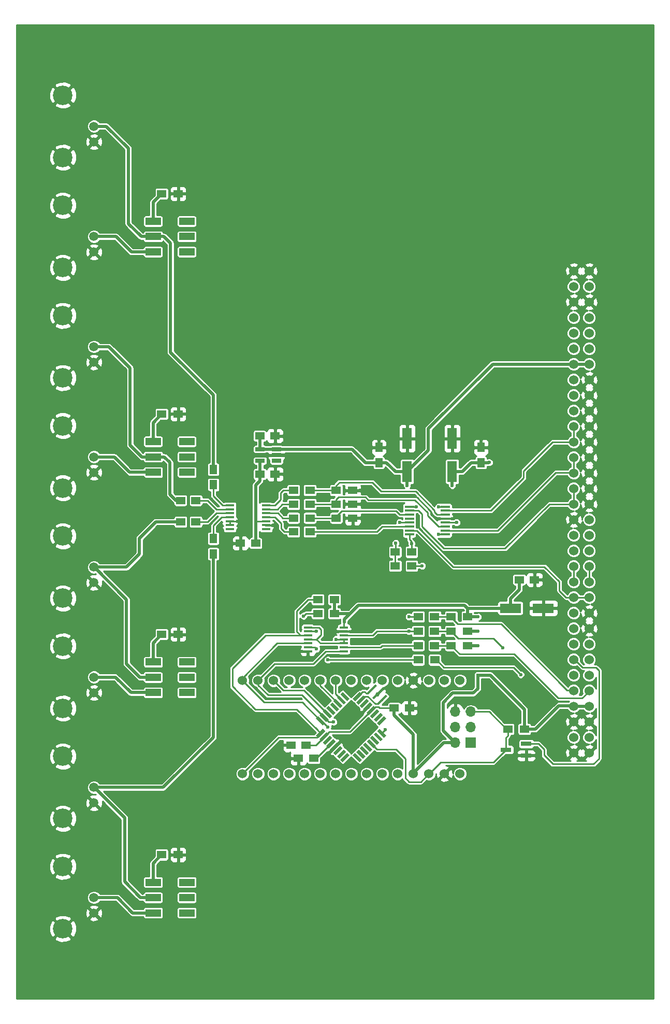
<source format=gbr>
G04 #@! TF.FileFunction,Copper,L1,Top,Signal*
%FSLAX46Y46*%
G04 Gerber Fmt 4.6, Leading zero omitted, Abs format (unit mm)*
G04 Created by KiCad (PCBNEW 4.0.7-e2-6376~61~ubuntu18.04.1) date Wed Sep  2 21:57:32 2020*
%MOMM*%
%LPD*%
G01*
G04 APERTURE LIST*
%ADD10C,0.100000*%
%ADD11C,1.524000*%
%ADD12R,1.500000X1.250000*%
%ADD13R,2.500000X1.200000*%
%ADD14C,1.500000*%
%ADD15C,3.200000*%
%ADD16R,1.500000X1.300000*%
%ADD17R,3.500000X1.600000*%
%ADD18R,1.560000X0.650000*%
%ADD19R,1.450000X0.450000*%
%ADD20R,1.500000X0.450000*%
%ADD21R,1.800000X0.800000*%
%ADD22R,1.250000X1.500000*%
%ADD23R,1.600000X3.500000*%
%ADD24R,1.700000X1.700000*%
%ADD25O,1.700000X1.700000*%
%ADD26C,0.600000*%
%ADD27C,0.250000*%
%ADD28C,0.500000*%
%ADD29C,0.254000*%
G04 APERTURE END LIST*
D10*
G36*
X154706334Y-156739555D02*
X155095243Y-157128464D01*
X153963872Y-158259835D01*
X153574963Y-157870926D01*
X154706334Y-156739555D01*
X154706334Y-156739555D01*
G37*
G36*
X154140648Y-156173870D02*
X154529557Y-156562779D01*
X153398186Y-157694150D01*
X153009277Y-157305241D01*
X154140648Y-156173870D01*
X154140648Y-156173870D01*
G37*
G36*
X153574963Y-155608184D02*
X153963872Y-155997093D01*
X152832501Y-157128464D01*
X152443592Y-156739555D01*
X153574963Y-155608184D01*
X153574963Y-155608184D01*
G37*
G36*
X153009278Y-155042499D02*
X153398187Y-155431408D01*
X152266816Y-156562779D01*
X151877907Y-156173870D01*
X153009278Y-155042499D01*
X153009278Y-155042499D01*
G37*
G36*
X152443592Y-154476813D02*
X152832501Y-154865722D01*
X151701130Y-155997093D01*
X151312221Y-155608184D01*
X152443592Y-154476813D01*
X152443592Y-154476813D01*
G37*
G36*
X151877907Y-153911128D02*
X152266816Y-154300037D01*
X151135445Y-155431408D01*
X150746536Y-155042499D01*
X151877907Y-153911128D01*
X151877907Y-153911128D01*
G37*
G36*
X151312221Y-153345443D02*
X151701130Y-153734352D01*
X150569759Y-154865723D01*
X150180850Y-154476814D01*
X151312221Y-153345443D01*
X151312221Y-153345443D01*
G37*
G36*
X150746536Y-152779757D02*
X151135445Y-153168666D01*
X150004074Y-154300037D01*
X149615165Y-153911128D01*
X150746536Y-152779757D01*
X150746536Y-152779757D01*
G37*
G36*
X147564555Y-153168666D02*
X147953464Y-152779757D01*
X149084835Y-153911128D01*
X148695926Y-154300037D01*
X147564555Y-153168666D01*
X147564555Y-153168666D01*
G37*
G36*
X146998870Y-153734352D02*
X147387779Y-153345443D01*
X148519150Y-154476814D01*
X148130241Y-154865723D01*
X146998870Y-153734352D01*
X146998870Y-153734352D01*
G37*
G36*
X146433184Y-154300037D02*
X146822093Y-153911128D01*
X147953464Y-155042499D01*
X147564555Y-155431408D01*
X146433184Y-154300037D01*
X146433184Y-154300037D01*
G37*
G36*
X145867499Y-154865722D02*
X146256408Y-154476813D01*
X147387779Y-155608184D01*
X146998870Y-155997093D01*
X145867499Y-154865722D01*
X145867499Y-154865722D01*
G37*
G36*
X145301813Y-155431408D02*
X145690722Y-155042499D01*
X146822093Y-156173870D01*
X146433184Y-156562779D01*
X145301813Y-155431408D01*
X145301813Y-155431408D01*
G37*
G36*
X144736128Y-155997093D02*
X145125037Y-155608184D01*
X146256408Y-156739555D01*
X145867499Y-157128464D01*
X144736128Y-155997093D01*
X144736128Y-155997093D01*
G37*
G36*
X144170443Y-156562779D02*
X144559352Y-156173870D01*
X145690723Y-157305241D01*
X145301814Y-157694150D01*
X144170443Y-156562779D01*
X144170443Y-156562779D01*
G37*
G36*
X143604757Y-157128464D02*
X143993666Y-156739555D01*
X145125037Y-157870926D01*
X144736128Y-158259835D01*
X143604757Y-157128464D01*
X143604757Y-157128464D01*
G37*
G36*
X144736128Y-158790165D02*
X145125037Y-159179074D01*
X143993666Y-160310445D01*
X143604757Y-159921536D01*
X144736128Y-158790165D01*
X144736128Y-158790165D01*
G37*
G36*
X145301814Y-159355850D02*
X145690723Y-159744759D01*
X144559352Y-160876130D01*
X144170443Y-160487221D01*
X145301814Y-159355850D01*
X145301814Y-159355850D01*
G37*
G36*
X145867499Y-159921536D02*
X146256408Y-160310445D01*
X145125037Y-161441816D01*
X144736128Y-161052907D01*
X145867499Y-159921536D01*
X145867499Y-159921536D01*
G37*
G36*
X146433184Y-160487221D02*
X146822093Y-160876130D01*
X145690722Y-162007501D01*
X145301813Y-161618592D01*
X146433184Y-160487221D01*
X146433184Y-160487221D01*
G37*
G36*
X146998870Y-161052907D02*
X147387779Y-161441816D01*
X146256408Y-162573187D01*
X145867499Y-162184278D01*
X146998870Y-161052907D01*
X146998870Y-161052907D01*
G37*
G36*
X147564555Y-161618592D02*
X147953464Y-162007501D01*
X146822093Y-163138872D01*
X146433184Y-162749963D01*
X147564555Y-161618592D01*
X147564555Y-161618592D01*
G37*
G36*
X148130241Y-162184277D02*
X148519150Y-162573186D01*
X147387779Y-163704557D01*
X146998870Y-163315648D01*
X148130241Y-162184277D01*
X148130241Y-162184277D01*
G37*
G36*
X148695926Y-162749963D02*
X149084835Y-163138872D01*
X147953464Y-164270243D01*
X147564555Y-163881334D01*
X148695926Y-162749963D01*
X148695926Y-162749963D01*
G37*
G36*
X149615165Y-163138872D02*
X150004074Y-162749963D01*
X151135445Y-163881334D01*
X150746536Y-164270243D01*
X149615165Y-163138872D01*
X149615165Y-163138872D01*
G37*
G36*
X150180850Y-162573186D02*
X150569759Y-162184277D01*
X151701130Y-163315648D01*
X151312221Y-163704557D01*
X150180850Y-162573186D01*
X150180850Y-162573186D01*
G37*
G36*
X150746536Y-162007501D02*
X151135445Y-161618592D01*
X152266816Y-162749963D01*
X151877907Y-163138872D01*
X150746536Y-162007501D01*
X150746536Y-162007501D01*
G37*
G36*
X151312221Y-161441816D02*
X151701130Y-161052907D01*
X152832501Y-162184278D01*
X152443592Y-162573187D01*
X151312221Y-161441816D01*
X151312221Y-161441816D01*
G37*
G36*
X151877907Y-160876130D02*
X152266816Y-160487221D01*
X153398187Y-161618592D01*
X153009278Y-162007501D01*
X151877907Y-160876130D01*
X151877907Y-160876130D01*
G37*
G36*
X152443592Y-160310445D02*
X152832501Y-159921536D01*
X153963872Y-161052907D01*
X153574963Y-161441816D01*
X152443592Y-160310445D01*
X152443592Y-160310445D01*
G37*
G36*
X153009277Y-159744759D02*
X153398186Y-159355850D01*
X154529557Y-160487221D01*
X154140648Y-160876130D01*
X153009277Y-159744759D01*
X153009277Y-159744759D01*
G37*
G36*
X153574963Y-159179074D02*
X153963872Y-158790165D01*
X155095243Y-159921536D01*
X154706334Y-160310445D01*
X153574963Y-159179074D01*
X153574963Y-159179074D01*
G37*
D11*
X167117100Y-150924000D03*
X164577100Y-150924000D03*
X162037100Y-150924000D03*
X159497100Y-150924000D03*
X156957100Y-150924000D03*
X154417100Y-150924000D03*
X151877100Y-150924000D03*
X149337100Y-150924000D03*
X146797100Y-150924000D03*
X144257100Y-150924000D03*
X141717100Y-150924000D03*
X139177100Y-150924000D03*
X136637100Y-150924000D03*
X134097100Y-150924000D03*
X131557100Y-150924000D03*
X131557100Y-166164000D03*
X134097100Y-166164000D03*
X136637100Y-166164000D03*
X139177100Y-166164000D03*
X141717100Y-166164000D03*
X144257100Y-166164000D03*
X146797100Y-166164000D03*
X149337100Y-166164000D03*
X151877100Y-166164000D03*
X154417100Y-166164000D03*
X156957100Y-166164000D03*
X159497100Y-166164000D03*
X162037100Y-166164000D03*
X164577100Y-166164000D03*
X167117100Y-166164000D03*
D12*
X140725000Y-163650000D03*
X143225000Y-163650000D03*
X156390000Y-155430000D03*
X158890000Y-155430000D03*
X142000000Y-161475000D03*
X139500000Y-161475000D03*
D13*
X116950000Y-78400000D03*
X122450000Y-78400000D03*
X122450000Y-80900000D03*
X116950000Y-80900000D03*
X116950000Y-75900000D03*
X122450000Y-75900000D03*
X116950000Y-114400000D03*
X122450000Y-114400000D03*
X122450000Y-116900000D03*
X116950000Y-116900000D03*
X116950000Y-111900000D03*
X122450000Y-111900000D03*
X116950000Y-150400000D03*
X122450000Y-150400000D03*
X122450000Y-152900000D03*
X116950000Y-152900000D03*
X116950000Y-147900000D03*
X122450000Y-147900000D03*
X116950000Y-186400000D03*
X122450000Y-186400000D03*
X122450000Y-188900000D03*
X116950000Y-188900000D03*
X116950000Y-183900000D03*
X122450000Y-183900000D03*
D14*
X107280000Y-188940000D03*
D15*
X102200000Y-181320000D03*
X102200000Y-191480000D03*
D14*
X107280000Y-186400000D03*
X107280000Y-152940000D03*
D15*
X102200000Y-145320000D03*
X102200000Y-155480000D03*
D14*
X107280000Y-150400000D03*
X107280000Y-116940000D03*
D15*
X102200000Y-109320000D03*
X102200000Y-119480000D03*
D14*
X107280000Y-114400000D03*
X107280000Y-80940000D03*
D15*
X102200000Y-73320000D03*
X102200000Y-83480000D03*
D14*
X107280000Y-78400000D03*
D16*
X146890000Y-124380000D03*
X149590000Y-124380000D03*
X146890000Y-122120000D03*
X149590000Y-122120000D03*
X146890000Y-119860000D03*
X149590000Y-119860000D03*
X143885000Y-137716000D03*
X146585000Y-137716000D03*
D17*
X175377200Y-139113000D03*
X180777200Y-139113000D03*
D12*
X176827200Y-134464800D03*
X179327200Y-134464800D03*
D18*
X137136200Y-115044000D03*
X137136200Y-114094000D03*
X137136200Y-113144000D03*
X134436200Y-113144000D03*
X134436200Y-115044000D03*
D12*
X136909200Y-110969800D03*
X134409200Y-110969800D03*
X134409200Y-117218200D03*
X136909200Y-117218200D03*
D19*
X142259600Y-142243000D03*
X142259600Y-142893000D03*
X142259600Y-143543000D03*
X142259600Y-144193000D03*
X142259600Y-144843000D03*
X142259600Y-145493000D03*
X142259600Y-146143000D03*
X148159600Y-146143000D03*
X148159600Y-145493000D03*
X148159600Y-144843000D03*
X148159600Y-144193000D03*
X148159600Y-143543000D03*
X148159600Y-142893000D03*
X148159600Y-142243000D03*
X129521500Y-122304000D03*
X129521500Y-122954000D03*
X129521500Y-123604000D03*
X129521500Y-124254000D03*
X129521500Y-124904000D03*
X129521500Y-125554000D03*
X129521500Y-126204000D03*
X135421500Y-126204000D03*
X135421500Y-125554000D03*
X135421500Y-124904000D03*
X135421500Y-124254000D03*
X135421500Y-123604000D03*
X135421500Y-122954000D03*
X135421500Y-122304000D03*
D20*
X164750000Y-127075000D03*
X164750000Y-126425000D03*
X164750000Y-125775000D03*
X164750000Y-125125000D03*
X164750000Y-124475000D03*
X164750000Y-123825000D03*
X164750000Y-123175000D03*
X164750000Y-122525000D03*
X158850000Y-122525000D03*
X158850000Y-123175000D03*
X158850000Y-123825000D03*
X158850000Y-124475000D03*
X158850000Y-125125000D03*
X158850000Y-125775000D03*
X158850000Y-126425000D03*
X158850000Y-127075000D03*
D16*
X160293400Y-142872200D03*
X162993400Y-142872200D03*
X165678200Y-142872200D03*
X168378200Y-142872200D03*
X160293400Y-145209000D03*
X162993400Y-145209000D03*
X165678200Y-145209000D03*
X168378200Y-145209000D03*
X160318800Y-147571200D03*
X163018800Y-147571200D03*
X143885000Y-140002000D03*
X146585000Y-140002000D03*
X177674600Y-158861500D03*
X174974600Y-158861500D03*
X160293400Y-140510000D03*
X162993400Y-140510000D03*
X165678200Y-140510000D03*
X168378200Y-140510000D03*
X156530000Y-129950000D03*
X159230000Y-129950000D03*
X118350000Y-71400000D03*
X121050000Y-71400000D03*
X118350000Y-107400000D03*
X121050000Y-107400000D03*
X118350000Y-143400000D03*
X121050000Y-143400000D03*
X118350000Y-179400000D03*
X121050000Y-179400000D03*
X142597200Y-126641600D03*
X139897200Y-126641600D03*
X142597200Y-124381000D03*
X139897200Y-124381000D03*
X142600000Y-122120000D03*
X139900000Y-122120000D03*
X142597200Y-119859800D03*
X139897200Y-119859800D03*
X159230000Y-132210000D03*
X156530000Y-132210000D03*
D21*
X177974600Y-163177000D03*
X177974600Y-161277000D03*
X174674600Y-162227000D03*
D11*
X185730000Y-84030000D03*
X185730000Y-86570000D03*
X185730000Y-89110000D03*
X185730000Y-91650000D03*
X185730000Y-94190000D03*
X185730000Y-96730000D03*
X185730000Y-99270000D03*
X185730000Y-101810000D03*
X185730000Y-104350000D03*
X185730000Y-106890000D03*
X185730000Y-109430000D03*
X185730000Y-111970000D03*
X185730000Y-114510000D03*
X185730000Y-117050000D03*
X185730000Y-119590000D03*
X185730000Y-122130000D03*
X185730000Y-124670000D03*
X185730000Y-127210000D03*
X185730000Y-129750000D03*
X185730000Y-132290000D03*
X185730000Y-134830000D03*
X185730000Y-137370000D03*
X185730000Y-139910000D03*
X185730000Y-142450000D03*
X185730000Y-144990000D03*
X185730000Y-147530000D03*
X185730000Y-150070000D03*
X185730000Y-152610000D03*
X185730000Y-155150000D03*
X185730000Y-157690000D03*
X185730000Y-160230000D03*
X185730000Y-162770000D03*
X188270000Y-84030000D03*
X188270000Y-86570000D03*
X188270000Y-89110000D03*
X188270000Y-91650000D03*
X188270000Y-94190000D03*
X188270000Y-96730000D03*
X188270000Y-99270000D03*
X188270000Y-101810000D03*
X188270000Y-104350000D03*
X188270000Y-106890000D03*
X188270000Y-109430000D03*
X188270000Y-111970000D03*
X188270000Y-114510000D03*
X188270000Y-117050000D03*
X188270000Y-119590000D03*
X188270000Y-122130000D03*
X188270000Y-124670000D03*
X188270000Y-127210000D03*
X188270000Y-129750000D03*
X188270000Y-132290000D03*
X188270000Y-134830000D03*
X188270000Y-137370000D03*
X188270000Y-139910000D03*
X188270000Y-142450000D03*
X188270000Y-144990000D03*
X188270000Y-147530000D03*
X188270000Y-150070000D03*
X188270000Y-152610000D03*
X188270000Y-155150000D03*
X188270000Y-157690000D03*
X188270000Y-160230000D03*
X188270000Y-162770000D03*
D14*
X107280000Y-170940000D03*
D15*
X102200000Y-163320000D03*
X102200000Y-173480000D03*
D14*
X107280000Y-168400000D03*
X107280000Y-134940000D03*
D15*
X102200000Y-127320000D03*
X102200000Y-137480000D03*
D14*
X107280000Y-132400000D03*
X107280000Y-98940000D03*
D15*
X102200000Y-91320000D03*
X102200000Y-101480000D03*
D14*
X107280000Y-96400000D03*
X107280000Y-62940000D03*
D15*
X102200000Y-55320000D03*
X102200000Y-65480000D03*
D14*
X107280000Y-60400000D03*
D22*
X170571500Y-115344000D03*
X170571500Y-112844000D03*
D23*
X165872500Y-111394000D03*
X165872500Y-116794000D03*
X158506500Y-116794000D03*
X158506500Y-111394000D03*
D22*
X153871000Y-115344000D03*
X153871000Y-112844000D03*
D12*
X133721500Y-128508500D03*
X131221500Y-128508500D03*
D22*
X126800000Y-127750000D03*
X126800000Y-130250000D03*
D12*
X123942500Y-125016000D03*
X121442500Y-125016000D03*
X123942500Y-121523500D03*
X121442500Y-121523500D03*
D22*
X126800000Y-118950000D03*
X126800000Y-116450000D03*
D10*
G36*
X154413173Y-152644670D02*
X153069670Y-153988173D01*
X152786827Y-153705330D01*
X154130330Y-152361827D01*
X154413173Y-152644670D01*
X154413173Y-152644670D01*
G37*
G36*
X153564645Y-151796142D02*
X152221142Y-153139645D01*
X151938299Y-152856802D01*
X153281802Y-151513299D01*
X153564645Y-151796142D01*
X153564645Y-151796142D01*
G37*
G36*
X155261701Y-153493198D02*
X153918198Y-154836701D01*
X153635355Y-154553858D01*
X154978858Y-153210355D01*
X155261701Y-153493198D01*
X155261701Y-153493198D01*
G37*
D24*
X168900000Y-161100000D03*
D25*
X166360000Y-161100000D03*
X168900000Y-158560000D03*
X166360000Y-158560000D03*
X168900000Y-156020000D03*
X166360000Y-156020000D03*
D26*
X151125000Y-156200000D03*
X166010000Y-124470000D03*
X150860000Y-124380000D03*
X150860000Y-122100000D03*
X150850000Y-119860000D03*
X138656400Y-114119400D03*
X130782400Y-124914400D03*
X136675200Y-125549400D03*
X142288600Y-146923500D03*
X156610000Y-128490000D03*
X157270000Y-125120000D03*
X158500000Y-119050000D03*
X165870000Y-119050000D03*
X166570000Y-125110000D03*
X171905000Y-115313200D03*
X177061200Y-149958800D03*
X174140200Y-145615400D03*
X160950000Y-132200000D03*
X163670000Y-127070000D03*
X163670000Y-122530000D03*
X159990000Y-122540000D03*
X159210000Y-128580000D03*
X158798600Y-140510000D03*
X143685600Y-142897600D03*
X170040000Y-150040000D03*
X170025400Y-145209000D03*
X170050800Y-142872200D03*
X170076200Y-140535400D03*
X143685600Y-145742400D03*
X145539800Y-147571200D03*
X145490000Y-158500000D03*
X141552000Y-140383000D03*
X154900000Y-159000000D03*
X158773200Y-142872200D03*
X146860600Y-144193000D03*
X146440000Y-157700000D03*
D27*
X126800000Y-118950000D02*
X126800000Y-120800000D01*
X128304000Y-122304000D02*
X129521500Y-122304000D01*
X126800000Y-120800000D02*
X128304000Y-122304000D01*
D28*
X116950000Y-78400000D02*
X118700000Y-78400000D01*
X126800000Y-104300000D02*
X126800000Y-116450000D01*
X119800000Y-97300000D02*
X126800000Y-104300000D01*
X119800000Y-79500000D02*
X119800000Y-97300000D01*
X118700000Y-78400000D02*
X119800000Y-79500000D01*
X107280000Y-60400000D02*
X109300000Y-60400000D01*
X115000000Y-78400000D02*
X116950000Y-78400000D01*
X112900000Y-76300000D02*
X115000000Y-78400000D01*
X112900000Y-64000000D02*
X112900000Y-76300000D01*
X109300000Y-60400000D02*
X112900000Y-64000000D01*
D27*
X123942500Y-121523500D02*
X124140300Y-121523500D01*
X123942500Y-121523500D02*
X124343500Y-121523500D01*
X123942500Y-121523500D02*
X125867500Y-121523500D01*
X127290500Y-122946500D02*
X129521500Y-122946500D01*
X125867500Y-121523500D02*
X127290500Y-122946500D01*
D28*
X116950000Y-114400000D02*
X118800000Y-114400000D01*
X119700000Y-120500000D02*
X120723500Y-121523500D01*
X119700000Y-115300000D02*
X119700000Y-120500000D01*
X118800000Y-114400000D02*
X119700000Y-115300000D01*
X120723500Y-121523500D02*
X121442500Y-121523500D01*
X107280000Y-96400000D02*
X109700000Y-96400000D01*
X115100000Y-114400000D02*
X116950000Y-114400000D01*
X113200000Y-112500000D02*
X115100000Y-114400000D01*
X113200000Y-99900000D02*
X113200000Y-112500000D01*
X109700000Y-96400000D02*
X113200000Y-99900000D01*
D27*
X123942500Y-125016000D02*
X124000600Y-125016000D01*
X123942500Y-125016000D02*
X123949800Y-125016000D01*
X123942500Y-125016000D02*
X125867500Y-125016000D01*
X127287000Y-123596500D02*
X129521500Y-123596500D01*
X125867500Y-125016000D02*
X127287000Y-123596500D01*
D28*
X107280000Y-132400000D02*
X107300000Y-132400000D01*
X107300000Y-132400000D02*
X112600000Y-137700000D01*
X114800000Y-150400000D02*
X116950000Y-150400000D01*
X112600000Y-148200000D02*
X114800000Y-150400000D01*
X112600000Y-137700000D02*
X112600000Y-148200000D01*
X107280000Y-132400000D02*
X112600000Y-132400000D01*
X117384000Y-125016000D02*
X121442500Y-125016000D01*
X114700000Y-127700000D02*
X117384000Y-125016000D01*
X114700000Y-130300000D02*
X114700000Y-127700000D01*
X112600000Y-132400000D02*
X114700000Y-130300000D01*
D27*
X126800000Y-127750000D02*
X126800000Y-125600000D01*
X128146000Y-124254000D02*
X129521500Y-124254000D01*
X126800000Y-125600000D02*
X128146000Y-124254000D01*
D28*
X107280000Y-168400000D02*
X107300000Y-168400000D01*
X107300000Y-168400000D02*
X112300000Y-173400000D01*
X114900000Y-186400000D02*
X116950000Y-186400000D01*
X112300000Y-183800000D02*
X114900000Y-186400000D01*
X112300000Y-173400000D02*
X112300000Y-183800000D01*
X126800000Y-130250000D02*
X126800000Y-160200000D01*
X118600000Y-168400000D02*
X107280000Y-168400000D01*
X126800000Y-160200000D02*
X118600000Y-168400000D01*
D27*
X135421500Y-124904000D02*
X133721500Y-124904000D01*
X133731900Y-124914400D02*
X133721500Y-124914400D01*
X133721500Y-124904000D02*
X133731900Y-124914400D01*
D28*
X134409200Y-117218200D02*
X134409200Y-118315800D01*
X133721500Y-119003500D02*
X133721500Y-124914400D01*
X133721500Y-124914400D02*
X133721500Y-128508500D01*
X134409200Y-118315800D02*
X133721500Y-119003500D01*
X134409200Y-117218200D02*
X134409200Y-117376000D01*
X134436200Y-115044000D02*
X134436200Y-117191200D01*
X134436200Y-117191200D02*
X134409200Y-117218200D01*
D27*
X133721500Y-128909500D02*
X133721500Y-128508500D01*
X152072361Y-155236953D02*
X152072361Y-155252639D01*
X152072361Y-155252639D02*
X151125000Y-156200000D01*
X164750000Y-124475000D02*
X166005000Y-124475000D01*
X166005000Y-124475000D02*
X166010000Y-124470000D01*
X149590000Y-124380000D02*
X150860000Y-124380000D01*
X149590000Y-122120000D02*
X150840000Y-122120000D01*
X150840000Y-122120000D02*
X150860000Y-122100000D01*
X149590000Y-119860000D02*
X150850000Y-119860000D01*
D28*
X137136200Y-114094000D02*
X138631000Y-114094000D01*
X138631000Y-114094000D02*
X138656400Y-114119400D01*
D27*
X129521500Y-124904000D02*
X130772000Y-124904000D01*
X130772000Y-124904000D02*
X130782400Y-124914400D01*
X129521500Y-125554000D02*
X129521500Y-124904000D01*
X135421500Y-125554000D02*
X136670600Y-125554000D01*
X136670600Y-125554000D02*
X136675200Y-125549400D01*
X142259600Y-146143000D02*
X142259600Y-146894500D01*
X142259600Y-146894500D02*
X142288600Y-146923500D01*
X156530000Y-132210000D02*
X156530000Y-129950000D01*
X156610000Y-129822800D02*
X156610000Y-128490000D01*
X156610000Y-129822800D02*
X156505400Y-129927400D01*
X158850000Y-125125000D02*
X157275000Y-125125000D01*
X157275000Y-125125000D02*
X157270000Y-125120000D01*
D28*
X158506500Y-119043500D02*
X158500000Y-119050000D01*
X158506500Y-119043500D02*
X158506500Y-116794000D01*
X185697200Y-99235000D02*
X172489200Y-99235000D01*
X172489200Y-99235000D02*
X161948200Y-109776000D01*
X161948200Y-109776000D02*
X161948200Y-113352300D01*
X161948200Y-113352300D02*
X158506500Y-116794000D01*
X188237200Y-99235000D02*
X185697200Y-99235000D01*
X137136200Y-113144000D02*
X149466600Y-113144000D01*
X151666600Y-115344000D02*
X153871000Y-115344000D01*
X149466600Y-113144000D02*
X151666600Y-115344000D01*
X134436200Y-113144000D02*
X137136200Y-113144000D01*
X134436200Y-113144000D02*
X134436200Y-110996800D01*
X134436200Y-110996800D02*
X134409200Y-110969800D01*
X153871000Y-115344000D02*
X155121000Y-115344000D01*
X156571000Y-116794000D02*
X158506500Y-116794000D01*
X155121000Y-115344000D02*
X156571000Y-116794000D01*
D27*
X164750000Y-125125000D02*
X166555000Y-125125000D01*
D28*
X165872500Y-119047500D02*
X165870000Y-119050000D01*
X165872500Y-119047500D02*
X165872500Y-116794000D01*
D27*
X166555000Y-125125000D02*
X166570000Y-125110000D01*
D28*
X170571500Y-115344000D02*
X171874200Y-115344000D01*
X171874200Y-115344000D02*
X171905000Y-115313200D01*
X165872500Y-116794000D02*
X167490500Y-116794000D01*
X168940500Y-115344000D02*
X170571500Y-115344000D01*
X167490500Y-116794000D02*
X168940500Y-115344000D01*
D27*
X164750000Y-123175000D02*
X172175000Y-123175000D01*
X182280000Y-111970000D02*
X185730000Y-111970000D01*
X177560000Y-116690000D02*
X182280000Y-111970000D01*
X177560000Y-117790000D02*
X177560000Y-116690000D01*
X172175000Y-123175000D02*
X177560000Y-117790000D01*
X185697200Y-111935000D02*
X185697200Y-109395000D01*
X185633700Y-111871500D02*
X185697200Y-111935000D01*
X164750000Y-126425000D02*
X173315000Y-126425000D01*
X182782150Y-116957850D02*
X184090650Y-116957850D01*
X173315000Y-126425000D02*
X182782150Y-116957850D01*
X185697200Y-117015000D02*
X185697200Y-114475000D01*
X184090650Y-116957850D02*
X185640050Y-116957850D01*
X185640050Y-116957850D02*
X185697200Y-117015000D01*
X184090650Y-116957850D02*
X184097000Y-116951500D01*
X173550000Y-129370000D02*
X174510000Y-129370000D01*
X181750000Y-122130000D02*
X185730000Y-122130000D01*
X174510000Y-129370000D02*
X181750000Y-122130000D01*
X158850000Y-123175000D02*
X160345000Y-123175000D01*
X160345000Y-123175000D02*
X160920000Y-123750000D01*
X160920000Y-123750000D02*
X160920000Y-125800000D01*
X160920000Y-125800000D02*
X164490000Y-129370000D01*
X164490000Y-129370000D02*
X173550000Y-129370000D01*
X185730000Y-122130000D02*
X185670000Y-122130000D01*
X185697200Y-122095000D02*
X185697200Y-119555000D01*
X185697200Y-134795000D02*
X185697200Y-132255000D01*
X185730000Y-137370000D02*
X188270000Y-137370000D01*
X158850000Y-126425000D02*
X160105000Y-126425000D01*
X184470000Y-137370000D02*
X185730000Y-137370000D01*
X183380000Y-136280000D02*
X184470000Y-137370000D01*
X183380000Y-134780000D02*
X183380000Y-136280000D01*
X180940000Y-132340000D02*
X183380000Y-134780000D01*
X166020000Y-132340000D02*
X180940000Y-132340000D01*
X160105000Y-126425000D02*
X166020000Y-132340000D01*
X185697200Y-147495000D02*
X185875000Y-147495000D01*
X185875000Y-147495000D02*
X187170400Y-148790400D01*
X187170400Y-148790400D02*
X189380200Y-148790400D01*
X189380200Y-148790400D02*
X189862800Y-149273000D01*
X189862800Y-163700200D02*
X189862800Y-149273000D01*
X188973800Y-164589200D02*
X189862800Y-163700200D01*
X180871200Y-163141400D02*
X182319000Y-164589200D01*
X180871200Y-162201600D02*
X180871200Y-163141400D01*
X182319000Y-164589200D02*
X188973800Y-164589200D01*
X179946600Y-161277000D02*
X180871200Y-162201600D01*
X179946600Y-161277000D02*
X177974600Y-161277000D01*
X175892800Y-148790400D02*
X177061200Y-149958800D01*
X164488200Y-148790400D02*
X175892800Y-148790400D01*
X163018800Y-147571200D02*
X163269000Y-147571200D01*
X163269000Y-147571200D02*
X164488200Y-148790400D01*
X185633700Y-152511500D02*
X184655800Y-152511500D01*
X173848100Y-141703800D02*
X184655800Y-152511500D01*
X166774200Y-141703800D02*
X173848100Y-141703800D01*
X166774200Y-141703800D02*
X165678200Y-140607800D01*
X185633700Y-152511500D02*
X185697200Y-152575000D01*
X165678200Y-140510000D02*
X165678200Y-140607800D01*
X162993400Y-140510000D02*
X165678200Y-140510000D01*
X188237200Y-134795000D02*
X188237200Y-132255000D01*
X188237200Y-152575000D02*
X188237200Y-152676600D01*
X188237200Y-152676600D02*
X187119600Y-153794200D01*
X187119600Y-153794200D02*
X183208000Y-153794200D01*
X165678200Y-145209000D02*
X167075200Y-146606000D01*
X176019800Y-146606000D02*
X167075200Y-146606000D01*
X183208000Y-153794200D02*
X176019800Y-146606000D01*
X162993400Y-145209000D02*
X165678200Y-145209000D01*
X165678200Y-142872200D02*
X166846600Y-144040600D01*
X172565400Y-144040600D02*
X166846600Y-144040600D01*
X174140200Y-145615400D02*
X172565400Y-144040600D01*
X162993400Y-142872200D02*
X165678200Y-142872200D01*
X146797100Y-150924000D02*
X146797100Y-153143673D01*
X146797100Y-153143673D02*
X147759010Y-154105583D01*
X160940000Y-132210000D02*
X159230000Y-132210000D01*
X160950000Y-132200000D02*
X160940000Y-132210000D01*
X163675000Y-127075000D02*
X164750000Y-127075000D01*
X163670000Y-127070000D02*
X163675000Y-127075000D01*
X158850000Y-122525000D02*
X159975000Y-122525000D01*
X163675000Y-122525000D02*
X164750000Y-122525000D01*
X163670000Y-122530000D02*
X163675000Y-122525000D01*
X159975000Y-122525000D02*
X159990000Y-122540000D01*
X135421500Y-122304000D02*
X136847200Y-122304000D01*
X138224600Y-119859800D02*
X139897200Y-119859800D01*
X137792800Y-120291600D02*
X138224600Y-119859800D01*
X137792800Y-121358400D02*
X137792800Y-120291600D01*
X136847200Y-122304000D02*
X137792800Y-121358400D01*
X135421500Y-122954000D02*
X137264000Y-122954000D01*
X138097600Y-122120400D02*
X139897200Y-122120400D01*
X137264000Y-122954000D02*
X138097600Y-122120400D01*
X135421500Y-123604000D02*
X137346000Y-123604000D01*
X138123000Y-124381000D02*
X139897200Y-124381000D01*
X137346000Y-123604000D02*
X138123000Y-124381000D01*
X142597200Y-126641600D02*
X153548400Y-126641600D01*
X154415000Y-125775000D02*
X158850000Y-125775000D01*
X153548400Y-126641600D02*
X154415000Y-125775000D01*
X135421500Y-124254000D02*
X136853000Y-124254000D01*
X138427800Y-126641600D02*
X139897200Y-126641600D01*
X137894400Y-126108200D02*
X138427800Y-126641600D01*
X137894400Y-125295400D02*
X137894400Y-126108200D01*
X136853000Y-124254000D02*
X137894400Y-125295400D01*
X144257100Y-150924000D02*
X144257100Y-151735044D01*
X144257100Y-151735044D02*
X147193324Y-154671268D01*
X159210000Y-128580000D02*
X159230000Y-128580000D01*
X158850000Y-127075000D02*
X158850000Y-127870000D01*
X158850000Y-127870000D02*
X159230000Y-128250000D01*
X159230000Y-128250000D02*
X159230000Y-128580000D01*
X159230000Y-128580000D02*
X159230000Y-129950000D01*
X142259600Y-142893000D02*
X143681000Y-142893000D01*
X158798600Y-140510000D02*
X160293400Y-140510000D01*
X143681000Y-142893000D02*
X143685600Y-142897600D01*
D28*
X156390000Y-155430000D02*
X156390000Y-156620000D01*
X159497100Y-159727100D02*
X159497100Y-166164000D01*
X156390000Y-156620000D02*
X159497100Y-159727100D01*
D27*
X152638047Y-155802639D02*
X152682363Y-155802639D01*
X152682363Y-155802639D02*
X153285000Y-155200002D01*
X154010000Y-155430000D02*
X156390000Y-155430000D01*
X153780002Y-155200002D02*
X154010000Y-155430000D01*
X153285000Y-155200002D02*
X153780002Y-155200002D01*
D28*
X170040000Y-150040000D02*
X172070000Y-150040000D01*
X177674600Y-155644600D02*
X177674600Y-158861500D01*
X172070000Y-150040000D02*
X177674600Y-155644600D01*
X166360000Y-161100000D02*
X166360000Y-161080000D01*
X166360000Y-161080000D02*
X164410000Y-159130000D01*
X170040000Y-152260000D02*
X170040000Y-150040000D01*
X169310000Y-152990000D02*
X170040000Y-152260000D01*
X165960000Y-152990000D02*
X169310000Y-152990000D01*
X164410000Y-154540000D02*
X165960000Y-152990000D01*
X164410000Y-159130000D02*
X164410000Y-154540000D01*
X159497100Y-166164000D02*
X159497100Y-166092900D01*
X159497100Y-166092900D02*
X164490000Y-161100000D01*
X164490000Y-161100000D02*
X166360000Y-161100000D01*
D27*
X152638047Y-155802639D02*
X152638047Y-155786953D01*
X142000000Y-161475000D02*
X143571573Y-161475000D01*
X143571573Y-161475000D02*
X144930583Y-160115990D01*
X144930583Y-160115990D02*
X144934010Y-160115990D01*
X144934010Y-160115990D02*
X145780000Y-159270000D01*
X145780000Y-159270000D02*
X149170686Y-159270000D01*
X149170686Y-159270000D02*
X152638047Y-155802639D01*
D28*
X146585000Y-140002000D02*
X146585000Y-137716000D01*
X175377200Y-139113000D02*
X175377200Y-137545800D01*
X176827200Y-136095800D02*
X176827200Y-134464800D01*
X175377200Y-137545800D02*
X176827200Y-136095800D01*
X168378200Y-139167600D02*
X175322600Y-139167600D01*
X175322600Y-139167600D02*
X175377200Y-139113000D01*
X183271500Y-155051500D02*
X185633700Y-155051500D01*
X179461500Y-158861500D02*
X183271500Y-155051500D01*
X177674600Y-158861500D02*
X179461500Y-158861500D01*
X185633700Y-155051500D02*
X185697200Y-155115000D01*
X188237200Y-155115000D02*
X185697200Y-155115000D01*
X146585000Y-140002000D02*
X149146600Y-140002000D01*
X149045000Y-140002000D02*
X149045000Y-140103600D01*
X149146600Y-140002000D02*
X149045000Y-140002000D01*
X168378200Y-145209000D02*
X170025400Y-145209000D01*
X168378200Y-142872200D02*
X170050800Y-142872200D01*
X168378200Y-140510000D02*
X170050800Y-140510000D01*
X170050800Y-140510000D02*
X170076200Y-140535400D01*
D27*
X148159600Y-142243000D02*
X148159600Y-141471600D01*
D28*
X168378200Y-139167600D02*
X168378200Y-140510000D01*
X150467400Y-138681200D02*
X150315000Y-138833600D01*
X150315000Y-138833600D02*
X149045000Y-140103600D01*
X149045000Y-140103600D02*
X148181400Y-140967200D01*
X167891800Y-138681200D02*
X150467400Y-138681200D01*
X168378200Y-139167600D02*
X167891800Y-138681200D01*
X148181400Y-141449800D02*
X148181400Y-140967200D01*
D27*
X148159600Y-141471600D02*
X148181400Y-141449800D01*
D28*
X159497100Y-166164000D02*
X159497100Y-166151300D01*
D27*
X177674600Y-158861500D02*
X178318500Y-158861500D01*
X160318800Y-147571200D02*
X145539800Y-147571200D01*
X143436200Y-145493000D02*
X142259600Y-145493000D01*
X143685600Y-145742400D02*
X143436200Y-145493000D01*
X148159600Y-145493000D02*
X154125000Y-145493000D01*
X154409000Y-145209000D02*
X160293400Y-145209000D01*
X154125000Y-145493000D02*
X154409000Y-145209000D01*
X146890000Y-119860000D02*
X146890000Y-119080000D01*
X163375000Y-123825000D02*
X164750000Y-123825000D01*
X162980000Y-123430000D02*
X163375000Y-123825000D01*
X162980000Y-123160000D02*
X162980000Y-123430000D01*
X159870000Y-120050000D02*
X162980000Y-123160000D01*
X154260000Y-120050000D02*
X159870000Y-120050000D01*
X152760000Y-118550000D02*
X154260000Y-120050000D01*
X147420000Y-118550000D02*
X152760000Y-118550000D01*
X146890000Y-119080000D02*
X147420000Y-118550000D01*
X142597200Y-119859800D02*
X146889800Y-119859800D01*
X146889800Y-119859800D02*
X146890000Y-119860000D01*
X159765000Y-121415000D02*
X152135000Y-121415000D01*
X152135000Y-121415000D02*
X151710000Y-120990000D01*
X146890000Y-122120000D02*
X146890000Y-121370000D01*
X146890000Y-121370000D02*
X147270000Y-120990000D01*
X147270000Y-120990000D02*
X151710000Y-120990000D01*
X163625000Y-125775000D02*
X164750000Y-125775000D01*
X161860000Y-124010000D02*
X163625000Y-125775000D01*
X161860000Y-123510000D02*
X161860000Y-124010000D01*
X159765000Y-121415000D02*
X161860000Y-123510000D01*
X142600000Y-122120000D02*
X146890000Y-122120000D01*
X146890000Y-124380000D02*
X146890000Y-124170000D01*
X146890000Y-124170000D02*
X147810000Y-123250000D01*
X157255000Y-123825000D02*
X158850000Y-123825000D01*
X156680000Y-123250000D02*
X157255000Y-123825000D01*
X147810000Y-123250000D02*
X156680000Y-123250000D01*
X142597200Y-124381000D02*
X146889000Y-124381000D01*
X146889000Y-124381000D02*
X146890000Y-124380000D01*
X142597200Y-124381000D02*
X142949000Y-124381000D01*
D28*
X107280000Y-78400000D02*
X110900000Y-78400000D01*
X113400000Y-80900000D02*
X116950000Y-80900000D01*
X110900000Y-78400000D02*
X113400000Y-80900000D01*
X107280000Y-114400000D02*
X110600000Y-114400000D01*
X113100000Y-116900000D02*
X116950000Y-116900000D01*
X110600000Y-114400000D02*
X113100000Y-116900000D01*
X107280000Y-150400000D02*
X110800000Y-150400000D01*
X113300000Y-152900000D02*
X116950000Y-152900000D01*
X110800000Y-150400000D02*
X113300000Y-152900000D01*
X107280000Y-186400000D02*
X111100000Y-186400000D01*
X113600000Y-188900000D02*
X116950000Y-188900000D01*
X111100000Y-186400000D02*
X113600000Y-188900000D01*
X116950000Y-183900000D02*
X116950000Y-180800000D01*
X116950000Y-180800000D02*
X118350000Y-179400000D01*
X116950000Y-147900000D02*
X116950000Y-144800000D01*
X116950000Y-144800000D02*
X118350000Y-143400000D01*
X116950000Y-111900000D02*
X116950000Y-108800000D01*
X116950000Y-108800000D02*
X118350000Y-107400000D01*
X116950000Y-75900000D02*
X116950000Y-72800000D01*
X116950000Y-72800000D02*
X118350000Y-71400000D01*
D27*
X153590000Y-162199314D02*
X156669314Y-162199314D01*
X158190000Y-166870000D02*
X158820000Y-167500000D01*
X158190000Y-163720000D02*
X158190000Y-166870000D01*
X156669314Y-162199314D02*
X158190000Y-163720000D01*
X163964600Y-164274600D02*
X172627000Y-164274600D01*
X172627000Y-164274600D02*
X174674600Y-162227000D01*
X162037100Y-166192900D02*
X160730000Y-167500000D01*
X160730000Y-167500000D02*
X158820000Y-167500000D01*
X153590000Y-162199314D02*
X152638047Y-161247361D01*
X168900000Y-156020000D02*
X171890000Y-156020000D01*
X171890000Y-156020000D02*
X174731500Y-158861500D01*
X174731500Y-158861500D02*
X174974600Y-158861500D01*
X152638047Y-161288047D02*
X152638047Y-161247361D01*
X162075200Y-166164000D02*
X163964600Y-164274600D01*
X174674600Y-162227000D02*
X174674600Y-160244800D01*
X174974600Y-159944800D02*
X174974600Y-158861500D01*
X174674600Y-160244800D02*
X174974600Y-159944800D01*
X144364897Y-159550305D02*
X144364897Y-159565103D01*
X144364897Y-159565103D02*
X143700000Y-160230000D01*
X137491100Y-160230000D02*
X131557100Y-166164000D01*
X143700000Y-160230000D02*
X137491100Y-160230000D01*
X129906100Y-151875000D02*
X129906100Y-151881100D01*
X140450000Y-155650000D02*
X143800000Y-159000000D01*
X133675000Y-155650000D02*
X140450000Y-155650000D01*
X129906100Y-151881100D02*
X133675000Y-155650000D01*
X144364897Y-159550305D02*
X144350305Y-159550305D01*
X144350305Y-159550305D02*
X143800000Y-159000000D01*
X129906100Y-151875000D02*
X129906100Y-148955500D01*
X129906100Y-148955500D02*
X135318600Y-143543000D01*
X135318600Y-143543000D02*
X142259600Y-143543000D01*
X144364897Y-159550305D02*
X144349695Y-159550305D01*
X142259600Y-143543000D02*
X141092500Y-143543000D01*
X142314000Y-137716000D02*
X143885000Y-137716000D01*
X140472500Y-139557500D02*
X142314000Y-137716000D01*
X140472500Y-142923000D02*
X140472500Y-139557500D01*
X141092500Y-143543000D02*
X140472500Y-142923000D01*
X145490000Y-158500000D02*
X144489695Y-157499695D01*
X144364897Y-157489897D02*
X141350000Y-154475000D01*
X141350000Y-154475000D02*
X135108100Y-154475000D01*
X135108100Y-154475000D02*
X131557100Y-150924000D01*
X141933000Y-140002000D02*
X143885000Y-140002000D01*
X141552000Y-140383000D02*
X141933000Y-140002000D01*
X131557100Y-150924000D02*
X131557100Y-150543000D01*
X131557100Y-150543000D02*
X137257100Y-144843000D01*
X137257100Y-144843000D02*
X142259600Y-144843000D01*
X154335103Y-159550305D02*
X154349695Y-159550305D01*
X154349695Y-159550305D02*
X154900000Y-159000000D01*
X158773200Y-142872200D02*
X158773200Y-142846800D01*
X158773200Y-142846800D02*
X158773200Y-142872200D01*
X158773200Y-142872200D02*
X158773200Y-142846800D01*
X158773200Y-142846800D02*
X158773200Y-142872200D01*
X148159600Y-143543000D02*
X152844600Y-143543000D01*
X153515400Y-142872200D02*
X158773200Y-142872200D01*
X158773200Y-142872200D02*
X160293400Y-142872200D01*
X152844600Y-143543000D02*
X153515400Y-142872200D01*
X145496268Y-156368324D02*
X145468324Y-156368324D01*
X145468324Y-156368324D02*
X141625000Y-152525000D01*
X141625000Y-152525000D02*
X138238100Y-152525000D01*
X138238100Y-152525000D02*
X136637100Y-150924000D01*
X142259600Y-142243000D02*
X144047000Y-142243000D01*
X144447600Y-143431000D02*
X143685600Y-144193000D01*
X144447600Y-142643600D02*
X144447600Y-143431000D01*
X144047000Y-142243000D02*
X144447600Y-142643600D01*
X148159600Y-144843000D02*
X148159600Y-144193000D01*
X148159600Y-144843000D02*
X144335600Y-144843000D01*
X143685600Y-144193000D02*
X142259600Y-144193000D01*
X144335600Y-144843000D02*
X143685600Y-144193000D01*
X146860600Y-144193000D02*
X148159600Y-144193000D01*
X145706573Y-157710000D02*
X144930583Y-156934010D01*
X146430000Y-157710000D02*
X145706573Y-157710000D01*
X146440000Y-157700000D02*
X146430000Y-157710000D01*
X134097100Y-150924000D02*
X134097100Y-151672100D01*
X134097100Y-151672100D02*
X135750000Y-153325000D01*
X141321573Y-153325000D02*
X144930583Y-156934010D01*
X135750000Y-153325000D02*
X141321573Y-153325000D01*
X134097100Y-150924000D02*
X136827600Y-148193500D01*
X145209600Y-146161500D02*
X148141100Y-146161500D01*
X143177600Y-148193500D02*
X145209600Y-146161500D01*
X136827600Y-148193500D02*
X143177600Y-148193500D01*
X148141100Y-146161500D02*
X148159600Y-146143000D01*
X150940990Y-154105583D02*
X150944417Y-154105583D01*
X150944417Y-154105583D02*
X151525000Y-153525000D01*
X151525000Y-153525000D02*
X152060000Y-153525000D01*
X152060000Y-153525000D02*
X153285000Y-154750000D01*
X153285000Y-154750000D02*
X153722056Y-154750000D01*
X153722056Y-154750000D02*
X154448528Y-154023528D01*
X154523528Y-153948528D02*
X154476470Y-153948528D01*
X154476470Y-153948528D02*
X153974998Y-154450000D01*
X152027944Y-153050000D02*
X152826472Y-152251472D01*
X150375305Y-153539897D02*
X150435103Y-153539897D01*
X150435103Y-153539897D02*
X151200000Y-152775000D01*
X151200000Y-152775000D02*
X151550000Y-152775000D01*
X151550000Y-152775000D02*
X151825000Y-153050000D01*
X151825000Y-153050000D02*
X152027944Y-153050000D01*
X143225000Y-163650000D02*
X143659314Y-163650000D01*
X143659314Y-163650000D02*
X146061953Y-161247361D01*
X143225000Y-163775000D02*
X143534314Y-163775000D01*
D29*
G36*
X198744000Y-202944000D02*
X94656000Y-202944000D01*
X94656000Y-193066202D01*
X100793403Y-193066202D01*
X100965390Y-193395360D01*
X101792346Y-193722026D01*
X102681363Y-193707365D01*
X103434610Y-193395360D01*
X103606597Y-193066202D01*
X102200000Y-191659605D01*
X100793403Y-193066202D01*
X94656000Y-193066202D01*
X94656000Y-191072346D01*
X99957974Y-191072346D01*
X99972635Y-191961363D01*
X100284640Y-192714610D01*
X100613798Y-192886597D01*
X102020395Y-191480000D01*
X102379605Y-191480000D01*
X103786202Y-192886597D01*
X104115360Y-192714610D01*
X104442026Y-191887654D01*
X104427365Y-190998637D01*
X104115360Y-190245390D01*
X103786202Y-190073403D01*
X102379605Y-191480000D01*
X102020395Y-191480000D01*
X100613798Y-190073403D01*
X100284640Y-190245390D01*
X99957974Y-191072346D01*
X94656000Y-191072346D01*
X94656000Y-189893798D01*
X100793403Y-189893798D01*
X102200000Y-191300395D01*
X103588878Y-189911517D01*
X106488088Y-189911517D01*
X106556077Y-190152460D01*
X107075171Y-190337201D01*
X107625448Y-190309230D01*
X108003923Y-190152460D01*
X108071912Y-189911517D01*
X107280000Y-189119605D01*
X106488088Y-189911517D01*
X103588878Y-189911517D01*
X103606597Y-189893798D01*
X103434610Y-189564640D01*
X102607654Y-189237974D01*
X101718637Y-189252635D01*
X100965390Y-189564640D01*
X100793403Y-189893798D01*
X94656000Y-189893798D01*
X94656000Y-188735171D01*
X105882799Y-188735171D01*
X105910770Y-189285448D01*
X106067540Y-189663923D01*
X106308483Y-189731912D01*
X107100395Y-188940000D01*
X107459605Y-188940000D01*
X108251517Y-189731912D01*
X108492460Y-189663923D01*
X108677201Y-189144829D01*
X108649230Y-188594552D01*
X108492460Y-188216077D01*
X108251517Y-188148088D01*
X107459605Y-188940000D01*
X107100395Y-188940000D01*
X106308483Y-188148088D01*
X106067540Y-188216077D01*
X105882799Y-188735171D01*
X94656000Y-188735171D01*
X94656000Y-187968483D01*
X106488088Y-187968483D01*
X107280000Y-188760395D01*
X108071912Y-187968483D01*
X108003923Y-187727540D01*
X107484829Y-187542799D01*
X106934552Y-187570770D01*
X106556077Y-187727540D01*
X106488088Y-187968483D01*
X94656000Y-187968483D01*
X94656000Y-186623983D01*
X106148804Y-186623983D01*
X106320625Y-187039823D01*
X106638503Y-187358256D01*
X107054043Y-187530804D01*
X107503983Y-187531196D01*
X107919823Y-187359375D01*
X108238256Y-187041497D01*
X108242615Y-187031000D01*
X110838632Y-187031000D01*
X113153816Y-189346184D01*
X113358527Y-189482968D01*
X113600000Y-189531000D01*
X115317369Y-189531000D01*
X115338103Y-189641190D01*
X115421546Y-189770865D01*
X115548866Y-189857859D01*
X115700000Y-189888464D01*
X118200000Y-189888464D01*
X118341190Y-189861897D01*
X118470865Y-189778454D01*
X118557859Y-189651134D01*
X118588464Y-189500000D01*
X118588464Y-188300000D01*
X120811536Y-188300000D01*
X120811536Y-189500000D01*
X120838103Y-189641190D01*
X120921546Y-189770865D01*
X121048866Y-189857859D01*
X121200000Y-189888464D01*
X123700000Y-189888464D01*
X123841190Y-189861897D01*
X123970865Y-189778454D01*
X124057859Y-189651134D01*
X124088464Y-189500000D01*
X124088464Y-188300000D01*
X124061897Y-188158810D01*
X123978454Y-188029135D01*
X123851134Y-187942141D01*
X123700000Y-187911536D01*
X121200000Y-187911536D01*
X121058810Y-187938103D01*
X120929135Y-188021546D01*
X120842141Y-188148866D01*
X120811536Y-188300000D01*
X118588464Y-188300000D01*
X118561897Y-188158810D01*
X118478454Y-188029135D01*
X118351134Y-187942141D01*
X118200000Y-187911536D01*
X115700000Y-187911536D01*
X115558810Y-187938103D01*
X115429135Y-188021546D01*
X115342141Y-188148866D01*
X115317814Y-188269000D01*
X113861368Y-188269000D01*
X111546184Y-185953816D01*
X111341473Y-185817032D01*
X111100000Y-185769000D01*
X108243021Y-185769000D01*
X108239375Y-185760177D01*
X107921497Y-185441744D01*
X107505957Y-185269196D01*
X107056017Y-185268804D01*
X106640177Y-185440625D01*
X106321744Y-185758503D01*
X106149196Y-186174043D01*
X106148804Y-186623983D01*
X94656000Y-186623983D01*
X94656000Y-182906202D01*
X100793403Y-182906202D01*
X100965390Y-183235360D01*
X101792346Y-183562026D01*
X102681363Y-183547365D01*
X103434610Y-183235360D01*
X103606597Y-182906202D01*
X102200000Y-181499605D01*
X100793403Y-182906202D01*
X94656000Y-182906202D01*
X94656000Y-180912346D01*
X99957974Y-180912346D01*
X99972635Y-181801363D01*
X100284640Y-182554610D01*
X100613798Y-182726597D01*
X102020395Y-181320000D01*
X102379605Y-181320000D01*
X103786202Y-182726597D01*
X104115360Y-182554610D01*
X104442026Y-181727654D01*
X104427365Y-180838637D01*
X104115360Y-180085390D01*
X103786202Y-179913403D01*
X102379605Y-181320000D01*
X102020395Y-181320000D01*
X100613798Y-179913403D01*
X100284640Y-180085390D01*
X99957974Y-180912346D01*
X94656000Y-180912346D01*
X94656000Y-179733798D01*
X100793403Y-179733798D01*
X102200000Y-181140395D01*
X103606597Y-179733798D01*
X103434610Y-179404640D01*
X102607654Y-179077974D01*
X101718637Y-179092635D01*
X100965390Y-179404640D01*
X100793403Y-179733798D01*
X94656000Y-179733798D01*
X94656000Y-175066202D01*
X100793403Y-175066202D01*
X100965390Y-175395360D01*
X101792346Y-175722026D01*
X102681363Y-175707365D01*
X103434610Y-175395360D01*
X103606597Y-175066202D01*
X102200000Y-173659605D01*
X100793403Y-175066202D01*
X94656000Y-175066202D01*
X94656000Y-173072346D01*
X99957974Y-173072346D01*
X99972635Y-173961363D01*
X100284640Y-174714610D01*
X100613798Y-174886597D01*
X102020395Y-173480000D01*
X102379605Y-173480000D01*
X103786202Y-174886597D01*
X104115360Y-174714610D01*
X104442026Y-173887654D01*
X104427365Y-172998637D01*
X104115360Y-172245390D01*
X103786202Y-172073403D01*
X102379605Y-173480000D01*
X102020395Y-173480000D01*
X100613798Y-172073403D01*
X100284640Y-172245390D01*
X99957974Y-173072346D01*
X94656000Y-173072346D01*
X94656000Y-171893798D01*
X100793403Y-171893798D01*
X102200000Y-173300395D01*
X103588878Y-171911517D01*
X106488088Y-171911517D01*
X106556077Y-172152460D01*
X107075171Y-172337201D01*
X107625448Y-172309230D01*
X108003923Y-172152460D01*
X108071912Y-171911517D01*
X107280000Y-171119605D01*
X106488088Y-171911517D01*
X103588878Y-171911517D01*
X103606597Y-171893798D01*
X103434610Y-171564640D01*
X102607654Y-171237974D01*
X101718637Y-171252635D01*
X100965390Y-171564640D01*
X100793403Y-171893798D01*
X94656000Y-171893798D01*
X94656000Y-170735171D01*
X105882799Y-170735171D01*
X105910770Y-171285448D01*
X106067540Y-171663923D01*
X106308483Y-171731912D01*
X107100395Y-170940000D01*
X106308483Y-170148088D01*
X106067540Y-170216077D01*
X105882799Y-170735171D01*
X94656000Y-170735171D01*
X94656000Y-168623983D01*
X106148804Y-168623983D01*
X106320625Y-169039823D01*
X106638503Y-169358256D01*
X107054043Y-169530804D01*
X107503983Y-169531196D01*
X107528640Y-169521008D01*
X107586678Y-169579046D01*
X107484829Y-169542799D01*
X106934552Y-169570770D01*
X106556077Y-169727540D01*
X106488088Y-169968483D01*
X107280000Y-170760395D01*
X107294143Y-170746253D01*
X107473748Y-170925858D01*
X107459605Y-170940000D01*
X108251517Y-171731912D01*
X108492460Y-171663923D01*
X108677201Y-171144829D01*
X108651749Y-170644118D01*
X111669000Y-173661369D01*
X111669000Y-183800000D01*
X111717032Y-184041473D01*
X111853816Y-184246184D01*
X114453815Y-186846184D01*
X114658526Y-186982968D01*
X114698589Y-186990937D01*
X114900000Y-187031000D01*
X115317369Y-187031000D01*
X115338103Y-187141190D01*
X115421546Y-187270865D01*
X115548866Y-187357859D01*
X115700000Y-187388464D01*
X118200000Y-187388464D01*
X118341190Y-187361897D01*
X118470865Y-187278454D01*
X118557859Y-187151134D01*
X118588464Y-187000000D01*
X118588464Y-185800000D01*
X120811536Y-185800000D01*
X120811536Y-187000000D01*
X120838103Y-187141190D01*
X120921546Y-187270865D01*
X121048866Y-187357859D01*
X121200000Y-187388464D01*
X123700000Y-187388464D01*
X123841190Y-187361897D01*
X123970865Y-187278454D01*
X124057859Y-187151134D01*
X124088464Y-187000000D01*
X124088464Y-185800000D01*
X124061897Y-185658810D01*
X123978454Y-185529135D01*
X123851134Y-185442141D01*
X123700000Y-185411536D01*
X121200000Y-185411536D01*
X121058810Y-185438103D01*
X120929135Y-185521546D01*
X120842141Y-185648866D01*
X120811536Y-185800000D01*
X118588464Y-185800000D01*
X118561897Y-185658810D01*
X118478454Y-185529135D01*
X118351134Y-185442141D01*
X118200000Y-185411536D01*
X115700000Y-185411536D01*
X115558810Y-185438103D01*
X115429135Y-185521546D01*
X115342141Y-185648866D01*
X115317814Y-185769000D01*
X115161369Y-185769000D01*
X112931000Y-183538632D01*
X112931000Y-183300000D01*
X115311536Y-183300000D01*
X115311536Y-184500000D01*
X115338103Y-184641190D01*
X115421546Y-184770865D01*
X115548866Y-184857859D01*
X115700000Y-184888464D01*
X118200000Y-184888464D01*
X118341190Y-184861897D01*
X118470865Y-184778454D01*
X118557859Y-184651134D01*
X118588464Y-184500000D01*
X118588464Y-183300000D01*
X120811536Y-183300000D01*
X120811536Y-184500000D01*
X120838103Y-184641190D01*
X120921546Y-184770865D01*
X121048866Y-184857859D01*
X121200000Y-184888464D01*
X123700000Y-184888464D01*
X123841190Y-184861897D01*
X123970865Y-184778454D01*
X124057859Y-184651134D01*
X124088464Y-184500000D01*
X124088464Y-183300000D01*
X124061897Y-183158810D01*
X123978454Y-183029135D01*
X123851134Y-182942141D01*
X123700000Y-182911536D01*
X121200000Y-182911536D01*
X121058810Y-182938103D01*
X120929135Y-183021546D01*
X120842141Y-183148866D01*
X120811536Y-183300000D01*
X118588464Y-183300000D01*
X118561897Y-183158810D01*
X118478454Y-183029135D01*
X118351134Y-182942141D01*
X118200000Y-182911536D01*
X117581000Y-182911536D01*
X117581000Y-181061368D01*
X118203904Y-180438464D01*
X119100000Y-180438464D01*
X119241190Y-180411897D01*
X119370865Y-180328454D01*
X119457859Y-180201134D01*
X119488464Y-180050000D01*
X119488464Y-179685750D01*
X119665000Y-179685750D01*
X119665000Y-180176310D01*
X119761673Y-180409699D01*
X119940302Y-180588327D01*
X120173691Y-180685000D01*
X120764250Y-180685000D01*
X120923000Y-180526250D01*
X120923000Y-179527000D01*
X121177000Y-179527000D01*
X121177000Y-180526250D01*
X121335750Y-180685000D01*
X121926309Y-180685000D01*
X122159698Y-180588327D01*
X122338327Y-180409699D01*
X122435000Y-180176310D01*
X122435000Y-179685750D01*
X122276250Y-179527000D01*
X121177000Y-179527000D01*
X120923000Y-179527000D01*
X119823750Y-179527000D01*
X119665000Y-179685750D01*
X119488464Y-179685750D01*
X119488464Y-178750000D01*
X119464697Y-178623690D01*
X119665000Y-178623690D01*
X119665000Y-179114250D01*
X119823750Y-179273000D01*
X120923000Y-179273000D01*
X120923000Y-178273750D01*
X121177000Y-178273750D01*
X121177000Y-179273000D01*
X122276250Y-179273000D01*
X122435000Y-179114250D01*
X122435000Y-178623690D01*
X122338327Y-178390301D01*
X122159698Y-178211673D01*
X121926309Y-178115000D01*
X121335750Y-178115000D01*
X121177000Y-178273750D01*
X120923000Y-178273750D01*
X120764250Y-178115000D01*
X120173691Y-178115000D01*
X119940302Y-178211673D01*
X119761673Y-178390301D01*
X119665000Y-178623690D01*
X119464697Y-178623690D01*
X119461897Y-178608810D01*
X119378454Y-178479135D01*
X119251134Y-178392141D01*
X119100000Y-178361536D01*
X117600000Y-178361536D01*
X117458810Y-178388103D01*
X117329135Y-178471546D01*
X117242141Y-178598866D01*
X117211536Y-178750000D01*
X117211536Y-179646096D01*
X116503816Y-180353816D01*
X116367032Y-180558527D01*
X116319000Y-180800000D01*
X116319000Y-182911536D01*
X115700000Y-182911536D01*
X115558810Y-182938103D01*
X115429135Y-183021546D01*
X115342141Y-183148866D01*
X115311536Y-183300000D01*
X112931000Y-183300000D01*
X112931000Y-173400000D01*
X112882968Y-173158527D01*
X112746185Y-172953816D01*
X108823368Y-169031000D01*
X118600000Y-169031000D01*
X118841473Y-168982968D01*
X119046184Y-168846184D01*
X127246184Y-160646185D01*
X127382968Y-160441474D01*
X127404911Y-160331157D01*
X127431000Y-160200000D01*
X127431000Y-148955500D01*
X129400100Y-148955500D01*
X129400100Y-151881100D01*
X129438617Y-152074738D01*
X129548304Y-152238896D01*
X133317204Y-156007796D01*
X133481362Y-156117483D01*
X133675000Y-156156000D01*
X140240408Y-156156000D01*
X143530665Y-159446257D01*
X143330071Y-159646850D01*
X143277357Y-159724000D01*
X137491100Y-159724000D01*
X137297462Y-159762517D01*
X137133304Y-159872204D01*
X131925964Y-165079544D01*
X131785454Y-165021199D01*
X131330741Y-165020802D01*
X130910488Y-165194446D01*
X130588677Y-165515697D01*
X130414299Y-165935646D01*
X130413902Y-166390359D01*
X130587546Y-166810612D01*
X130908797Y-167132423D01*
X131328746Y-167306801D01*
X131783459Y-167307198D01*
X132203712Y-167133554D01*
X132525523Y-166812303D01*
X132699901Y-166392354D01*
X132699902Y-166390359D01*
X132953902Y-166390359D01*
X133127546Y-166810612D01*
X133448797Y-167132423D01*
X133868746Y-167306801D01*
X134323459Y-167307198D01*
X134743712Y-167133554D01*
X135065523Y-166812303D01*
X135239901Y-166392354D01*
X135239902Y-166390359D01*
X135493902Y-166390359D01*
X135667546Y-166810612D01*
X135988797Y-167132423D01*
X136408746Y-167306801D01*
X136863459Y-167307198D01*
X137283712Y-167133554D01*
X137605523Y-166812303D01*
X137779901Y-166392354D01*
X137779902Y-166390359D01*
X138033902Y-166390359D01*
X138207546Y-166810612D01*
X138528797Y-167132423D01*
X138948746Y-167306801D01*
X139403459Y-167307198D01*
X139823712Y-167133554D01*
X140145523Y-166812303D01*
X140319901Y-166392354D01*
X140319902Y-166390359D01*
X140573902Y-166390359D01*
X140747546Y-166810612D01*
X141068797Y-167132423D01*
X141488746Y-167306801D01*
X141943459Y-167307198D01*
X142363712Y-167133554D01*
X142685523Y-166812303D01*
X142859901Y-166392354D01*
X142859902Y-166390359D01*
X143113902Y-166390359D01*
X143287546Y-166810612D01*
X143608797Y-167132423D01*
X144028746Y-167306801D01*
X144483459Y-167307198D01*
X144903712Y-167133554D01*
X145225523Y-166812303D01*
X145399901Y-166392354D01*
X145399902Y-166390359D01*
X145653902Y-166390359D01*
X145827546Y-166810612D01*
X146148797Y-167132423D01*
X146568746Y-167306801D01*
X147023459Y-167307198D01*
X147443712Y-167133554D01*
X147765523Y-166812303D01*
X147939901Y-166392354D01*
X147939902Y-166390359D01*
X148193902Y-166390359D01*
X148367546Y-166810612D01*
X148688797Y-167132423D01*
X149108746Y-167306801D01*
X149563459Y-167307198D01*
X149983712Y-167133554D01*
X150305523Y-166812303D01*
X150479901Y-166392354D01*
X150479902Y-166390359D01*
X150733902Y-166390359D01*
X150907546Y-166810612D01*
X151228797Y-167132423D01*
X151648746Y-167306801D01*
X152103459Y-167307198D01*
X152523712Y-167133554D01*
X152845523Y-166812303D01*
X153019901Y-166392354D01*
X153019902Y-166390359D01*
X153273902Y-166390359D01*
X153447546Y-166810612D01*
X153768797Y-167132423D01*
X154188746Y-167306801D01*
X154643459Y-167307198D01*
X155063712Y-167133554D01*
X155385523Y-166812303D01*
X155559901Y-166392354D01*
X155560298Y-165937641D01*
X155386654Y-165517388D01*
X155065403Y-165195577D01*
X154645454Y-165021199D01*
X154190741Y-165020802D01*
X153770488Y-165194446D01*
X153448677Y-165515697D01*
X153274299Y-165935646D01*
X153273902Y-166390359D01*
X153019902Y-166390359D01*
X153020298Y-165937641D01*
X152846654Y-165517388D01*
X152525403Y-165195577D01*
X152105454Y-165021199D01*
X151650741Y-165020802D01*
X151230488Y-165194446D01*
X150908677Y-165515697D01*
X150734299Y-165935646D01*
X150733902Y-166390359D01*
X150479902Y-166390359D01*
X150480298Y-165937641D01*
X150306654Y-165517388D01*
X149985403Y-165195577D01*
X149565454Y-165021199D01*
X149110741Y-165020802D01*
X148690488Y-165194446D01*
X148368677Y-165515697D01*
X148194299Y-165935646D01*
X148193902Y-166390359D01*
X147939902Y-166390359D01*
X147940298Y-165937641D01*
X147766654Y-165517388D01*
X147445403Y-165195577D01*
X147025454Y-165021199D01*
X146570741Y-165020802D01*
X146150488Y-165194446D01*
X145828677Y-165515697D01*
X145654299Y-165935646D01*
X145653902Y-166390359D01*
X145399902Y-166390359D01*
X145400298Y-165937641D01*
X145226654Y-165517388D01*
X144905403Y-165195577D01*
X144485454Y-165021199D01*
X144030741Y-165020802D01*
X143610488Y-165194446D01*
X143288677Y-165515697D01*
X143114299Y-165935646D01*
X143113902Y-166390359D01*
X142859902Y-166390359D01*
X142860298Y-165937641D01*
X142686654Y-165517388D01*
X142365403Y-165195577D01*
X141945454Y-165021199D01*
X141490741Y-165020802D01*
X141070488Y-165194446D01*
X140748677Y-165515697D01*
X140574299Y-165935646D01*
X140573902Y-166390359D01*
X140319902Y-166390359D01*
X140320298Y-165937641D01*
X140146654Y-165517388D01*
X139825403Y-165195577D01*
X139405454Y-165021199D01*
X138950741Y-165020802D01*
X138530488Y-165194446D01*
X138208677Y-165515697D01*
X138034299Y-165935646D01*
X138033902Y-166390359D01*
X137779902Y-166390359D01*
X137780298Y-165937641D01*
X137606654Y-165517388D01*
X137285403Y-165195577D01*
X136865454Y-165021199D01*
X136410741Y-165020802D01*
X135990488Y-165194446D01*
X135668677Y-165515697D01*
X135494299Y-165935646D01*
X135493902Y-166390359D01*
X135239902Y-166390359D01*
X135240298Y-165937641D01*
X135066654Y-165517388D01*
X134745403Y-165195577D01*
X134325454Y-165021199D01*
X133870741Y-165020802D01*
X133450488Y-165194446D01*
X133128677Y-165515697D01*
X132954299Y-165935646D01*
X132953902Y-166390359D01*
X132699902Y-166390359D01*
X132700298Y-165937641D01*
X132641457Y-165795235D01*
X134500942Y-163935750D01*
X139340000Y-163935750D01*
X139340000Y-164401310D01*
X139436673Y-164634699D01*
X139615302Y-164813327D01*
X139848691Y-164910000D01*
X140439250Y-164910000D01*
X140598000Y-164751250D01*
X140598000Y-163777000D01*
X139498750Y-163777000D01*
X139340000Y-163935750D01*
X134500942Y-163935750D01*
X137700692Y-160736000D01*
X138115000Y-160736000D01*
X138115000Y-161189250D01*
X138273750Y-161348000D01*
X139373000Y-161348000D01*
X139373000Y-161328000D01*
X139627000Y-161328000D01*
X139627000Y-161348000D01*
X139647000Y-161348000D01*
X139647000Y-161602000D01*
X139627000Y-161602000D01*
X139627000Y-161622000D01*
X139373000Y-161622000D01*
X139373000Y-161602000D01*
X138273750Y-161602000D01*
X138115000Y-161760750D01*
X138115000Y-162226310D01*
X138211673Y-162459699D01*
X138390302Y-162638327D01*
X138623691Y-162735000D01*
X139214250Y-162735000D01*
X139372998Y-162576252D01*
X139372998Y-162735000D01*
X139407803Y-162735000D01*
X139340000Y-162898690D01*
X139340000Y-163364250D01*
X139498750Y-163523000D01*
X140598000Y-163523000D01*
X140598000Y-163503000D01*
X140852000Y-163503000D01*
X140852000Y-163523000D01*
X140872000Y-163523000D01*
X140872000Y-163777000D01*
X140852000Y-163777000D01*
X140852000Y-164751250D01*
X141010750Y-164910000D01*
X141601309Y-164910000D01*
X141834698Y-164813327D01*
X142013327Y-164634699D01*
X142110000Y-164401310D01*
X142110000Y-164399699D01*
X142113103Y-164416190D01*
X142196546Y-164545865D01*
X142323866Y-164632859D01*
X142475000Y-164663464D01*
X143975000Y-164663464D01*
X144116190Y-164636897D01*
X144245865Y-164553454D01*
X144332859Y-164426134D01*
X144363464Y-164275000D01*
X144363464Y-163661442D01*
X145405051Y-162619855D01*
X145410885Y-162625689D01*
X145635391Y-162625689D01*
X146448034Y-161813047D01*
X146441291Y-161806304D01*
X146620896Y-161626699D01*
X146627639Y-161633442D01*
X147440281Y-160820799D01*
X147440281Y-160596293D01*
X147358568Y-160514580D01*
X147125179Y-160417907D01*
X146913243Y-160417908D01*
X146707870Y-160212535D01*
X146598995Y-160138144D01*
X146531094Y-160035759D01*
X146271335Y-159776000D01*
X149170686Y-159776000D01*
X149364324Y-159737483D01*
X149528482Y-159627796D01*
X152158192Y-156998086D01*
X152168906Y-157014241D01*
X152557815Y-157403150D01*
X152666689Y-157477540D01*
X152734591Y-157579927D01*
X153123500Y-157968836D01*
X153232377Y-158043228D01*
X153300277Y-158145612D01*
X153679665Y-158525000D01*
X153300277Y-158904388D01*
X153225887Y-159013262D01*
X153123500Y-159081164D01*
X152734591Y-159470073D01*
X152660199Y-159578950D01*
X152557815Y-159646850D01*
X152168906Y-160035759D01*
X152094515Y-160144634D01*
X151992130Y-160212535D01*
X151603221Y-160601444D01*
X151528830Y-160710320D01*
X151426444Y-160778221D01*
X151037535Y-161167130D01*
X150963144Y-161276005D01*
X150860759Y-161343906D01*
X150471850Y-161732815D01*
X150397460Y-161841689D01*
X150295073Y-161909591D01*
X149906164Y-162298500D01*
X149831772Y-162407377D01*
X149729388Y-162475277D01*
X149350000Y-162854665D01*
X148970612Y-162475277D01*
X148861738Y-162400887D01*
X148793836Y-162298500D01*
X148404927Y-161909591D01*
X148296050Y-161835199D01*
X148228150Y-161732815D01*
X148022778Y-161527443D01*
X148022779Y-161315507D01*
X147926106Y-161082118D01*
X147844393Y-161000405D01*
X147619887Y-161000405D01*
X146807244Y-161813047D01*
X146813986Y-161819789D01*
X146634381Y-161999394D01*
X146627639Y-161992652D01*
X145814997Y-162805295D01*
X145814997Y-163029801D01*
X145896710Y-163111514D01*
X146130099Y-163208187D01*
X146342035Y-163208186D01*
X146547407Y-163413558D01*
X146656284Y-163487950D01*
X146724184Y-163590334D01*
X147113093Y-163979243D01*
X147221967Y-164053633D01*
X147289869Y-164156020D01*
X147678778Y-164544929D01*
X147797400Y-164625979D01*
X147948097Y-164658670D01*
X148099640Y-164630155D01*
X148228150Y-164544929D01*
X149350000Y-163423079D01*
X150471850Y-164544929D01*
X150590472Y-164625979D01*
X150741169Y-164658670D01*
X150892712Y-164630155D01*
X151021222Y-164544929D01*
X151410131Y-164156020D01*
X151484523Y-164047143D01*
X151586907Y-163979243D01*
X151975816Y-163590334D01*
X152050206Y-163481460D01*
X152152593Y-163413558D01*
X152541502Y-163024649D01*
X152615893Y-162915774D01*
X152718278Y-162847873D01*
X153107187Y-162458964D01*
X153118094Y-162443000D01*
X153232204Y-162557110D01*
X153396362Y-162666797D01*
X153590000Y-162705314D01*
X156459722Y-162705314D01*
X157684000Y-163929592D01*
X157684000Y-165274311D01*
X157605403Y-165195577D01*
X157185454Y-165021199D01*
X156730741Y-165020802D01*
X156310488Y-165194446D01*
X155988677Y-165515697D01*
X155814299Y-165935646D01*
X155813902Y-166390359D01*
X155987546Y-166810612D01*
X156308797Y-167132423D01*
X156728746Y-167306801D01*
X157183459Y-167307198D01*
X157603712Y-167133554D01*
X157714438Y-167023021D01*
X157722517Y-167063638D01*
X157832204Y-167227796D01*
X158462204Y-167857796D01*
X158626362Y-167967483D01*
X158820000Y-168006000D01*
X160730000Y-168006000D01*
X160923638Y-167967483D01*
X161087796Y-167857796D01*
X161688656Y-167256936D01*
X161808746Y-167306801D01*
X162263459Y-167307198D01*
X162657915Y-167144213D01*
X163776492Y-167144213D01*
X163845957Y-167386397D01*
X164369402Y-167573144D01*
X164924468Y-167545362D01*
X165308243Y-167386397D01*
X165377708Y-167144213D01*
X164577100Y-166343605D01*
X163776492Y-167144213D01*
X162657915Y-167144213D01*
X162683712Y-167133554D01*
X163005523Y-166812303D01*
X163179901Y-166392354D01*
X163180070Y-166198340D01*
X163195738Y-166511368D01*
X163354703Y-166895143D01*
X163596887Y-166964608D01*
X164397495Y-166164000D01*
X164756705Y-166164000D01*
X165557313Y-166964608D01*
X165799497Y-166895143D01*
X165976952Y-166397742D01*
X166147546Y-166810612D01*
X166468797Y-167132423D01*
X166888746Y-167306801D01*
X167343459Y-167307198D01*
X167763712Y-167133554D01*
X168085523Y-166812303D01*
X168259901Y-166392354D01*
X168260298Y-165937641D01*
X168086654Y-165517388D01*
X167765403Y-165195577D01*
X167345454Y-165021199D01*
X166890741Y-165020802D01*
X166470488Y-165194446D01*
X166148677Y-165515697D01*
X165974299Y-165935646D01*
X165974130Y-166129660D01*
X165958462Y-165816632D01*
X165799497Y-165432857D01*
X165557313Y-165363392D01*
X164756705Y-166164000D01*
X164397495Y-166164000D01*
X164383353Y-166149858D01*
X164562958Y-165970253D01*
X164577100Y-165984395D01*
X165377708Y-165183787D01*
X165308243Y-164941603D01*
X164856957Y-164780600D01*
X172627000Y-164780600D01*
X172820638Y-164742083D01*
X172984796Y-164632396D01*
X174154442Y-163462750D01*
X176439600Y-163462750D01*
X176439600Y-163703310D01*
X176536273Y-163936699D01*
X176714902Y-164115327D01*
X176948291Y-164212000D01*
X177688850Y-164212000D01*
X177847600Y-164053250D01*
X177847600Y-163304000D01*
X178101600Y-163304000D01*
X178101600Y-164053250D01*
X178260350Y-164212000D01*
X179000909Y-164212000D01*
X179234298Y-164115327D01*
X179412927Y-163936699D01*
X179509600Y-163703310D01*
X179509600Y-163462750D01*
X179350850Y-163304000D01*
X178101600Y-163304000D01*
X177847600Y-163304000D01*
X176598350Y-163304000D01*
X176439600Y-163462750D01*
X174154442Y-163462750D01*
X174601728Y-163015464D01*
X175574600Y-163015464D01*
X175715790Y-162988897D01*
X175845465Y-162905454D01*
X175932459Y-162778134D01*
X175958266Y-162650690D01*
X176439600Y-162650690D01*
X176439600Y-162891250D01*
X176598350Y-163050000D01*
X177847600Y-163050000D01*
X177847600Y-162300750D01*
X178101600Y-162300750D01*
X178101600Y-163050000D01*
X179350850Y-163050000D01*
X179509600Y-162891250D01*
X179509600Y-162650690D01*
X179412927Y-162417301D01*
X179234298Y-162238673D01*
X179000909Y-162142000D01*
X178260350Y-162142000D01*
X178101600Y-162300750D01*
X177847600Y-162300750D01*
X177688850Y-162142000D01*
X176948291Y-162142000D01*
X176714902Y-162238673D01*
X176536273Y-162417301D01*
X176439600Y-162650690D01*
X175958266Y-162650690D01*
X175963064Y-162627000D01*
X175963064Y-161827000D01*
X175936497Y-161685810D01*
X175853054Y-161556135D01*
X175725734Y-161469141D01*
X175574600Y-161438536D01*
X175180600Y-161438536D01*
X175180600Y-160456359D01*
X184586802Y-160456359D01*
X184760446Y-160876612D01*
X185081697Y-161198423D01*
X185501646Y-161372801D01*
X185695660Y-161372970D01*
X185382632Y-161388638D01*
X184998857Y-161547603D01*
X184929392Y-161789787D01*
X185730000Y-162590395D01*
X186530608Y-161789787D01*
X186461143Y-161547603D01*
X185963742Y-161370148D01*
X186376612Y-161199554D01*
X186698423Y-160878303D01*
X186872801Y-160458354D01*
X186873198Y-160003641D01*
X186699554Y-159583388D01*
X186378303Y-159261577D01*
X185958354Y-159087199D01*
X185764340Y-159087030D01*
X186077368Y-159071362D01*
X186461143Y-158912397D01*
X186530608Y-158670213D01*
X185730000Y-157869605D01*
X184929392Y-158670213D01*
X184998857Y-158912397D01*
X185496258Y-159089852D01*
X185083388Y-159260446D01*
X184761577Y-159581697D01*
X184587199Y-160001646D01*
X184586802Y-160456359D01*
X175180600Y-160456359D01*
X175180600Y-160454392D01*
X175332396Y-160302596D01*
X175442083Y-160138438D01*
X175480600Y-159944800D01*
X175480600Y-159899964D01*
X175724600Y-159899964D01*
X175865790Y-159873397D01*
X175995465Y-159789954D01*
X176082459Y-159662634D01*
X176113064Y-159511500D01*
X176113064Y-158211500D01*
X176086497Y-158070310D01*
X176003054Y-157940635D01*
X175875734Y-157853641D01*
X175724600Y-157823036D01*
X174408628Y-157823036D01*
X172247796Y-155662204D01*
X172083638Y-155552517D01*
X171890000Y-155514000D01*
X170038082Y-155514000D01*
X169794565Y-155149552D01*
X169395200Y-154882704D01*
X168924117Y-154789000D01*
X168875883Y-154789000D01*
X168404800Y-154882704D01*
X168005435Y-155149552D01*
X167748212Y-155534512D01*
X167631645Y-155253076D01*
X167241358Y-154824817D01*
X166716892Y-154578514D01*
X166487000Y-154699181D01*
X166487000Y-155893000D01*
X166507000Y-155893000D01*
X166507000Y-156147000D01*
X166487000Y-156147000D01*
X166487000Y-156167000D01*
X166233000Y-156167000D01*
X166233000Y-156147000D01*
X166213000Y-156147000D01*
X166213000Y-155893000D01*
X166233000Y-155893000D01*
X166233000Y-154699181D01*
X166003108Y-154578514D01*
X165478642Y-154824817D01*
X165088355Y-155253076D01*
X165041000Y-155367408D01*
X165041000Y-154801368D01*
X166221368Y-153621000D01*
X169310000Y-153621000D01*
X169551473Y-153572968D01*
X169756184Y-153436184D01*
X170486184Y-152706184D01*
X170622968Y-152501473D01*
X170671000Y-152260000D01*
X170671000Y-150671000D01*
X171808632Y-150671000D01*
X177043600Y-155905969D01*
X177043600Y-157823036D01*
X176924600Y-157823036D01*
X176783410Y-157849603D01*
X176653735Y-157933046D01*
X176566741Y-158060366D01*
X176536136Y-158211500D01*
X176536136Y-159511500D01*
X176562703Y-159652690D01*
X176646146Y-159782365D01*
X176773466Y-159869359D01*
X176924600Y-159899964D01*
X178424600Y-159899964D01*
X178565790Y-159873397D01*
X178695465Y-159789954D01*
X178782459Y-159662634D01*
X178813064Y-159511500D01*
X178813064Y-159492500D01*
X179461500Y-159492500D01*
X179702973Y-159444468D01*
X179907684Y-159307684D01*
X181733066Y-157482302D01*
X184320856Y-157482302D01*
X184348638Y-158037368D01*
X184507603Y-158421143D01*
X184749787Y-158490608D01*
X185550395Y-157690000D01*
X185909605Y-157690000D01*
X186710213Y-158490608D01*
X186952397Y-158421143D01*
X186996453Y-158297656D01*
X187047603Y-158421143D01*
X187289787Y-158490608D01*
X188090395Y-157690000D01*
X187289787Y-156889392D01*
X187047603Y-156958857D01*
X187003547Y-157082344D01*
X186952397Y-156958857D01*
X186710213Y-156889392D01*
X185909605Y-157690000D01*
X185550395Y-157690000D01*
X184749787Y-156889392D01*
X184507603Y-156958857D01*
X184320856Y-157482302D01*
X181733066Y-157482302D01*
X183532869Y-155682500D01*
X184713296Y-155682500D01*
X184760446Y-155796612D01*
X185081697Y-156118423D01*
X185501646Y-156292801D01*
X185695660Y-156292970D01*
X185382632Y-156308638D01*
X184998857Y-156467603D01*
X184929392Y-156709787D01*
X185730000Y-157510395D01*
X186530608Y-156709787D01*
X186461143Y-156467603D01*
X185963742Y-156290148D01*
X186376612Y-156119554D01*
X186698423Y-155798303D01*
X186720141Y-155746000D01*
X187279534Y-155746000D01*
X187300446Y-155796612D01*
X187621697Y-156118423D01*
X188041646Y-156292801D01*
X188235660Y-156292970D01*
X187922632Y-156308638D01*
X187538857Y-156467603D01*
X187469392Y-156709787D01*
X188270000Y-157510395D01*
X189070608Y-156709787D01*
X189001143Y-156467603D01*
X188503742Y-156290148D01*
X188916612Y-156119554D01*
X189238423Y-155798303D01*
X189356800Y-155513219D01*
X189356800Y-156919964D01*
X189250213Y-156889392D01*
X188449605Y-157690000D01*
X189250213Y-158490608D01*
X189356800Y-158460036D01*
X189356800Y-159867147D01*
X189239554Y-159583388D01*
X188918303Y-159261577D01*
X188498354Y-159087199D01*
X188304340Y-159087030D01*
X188617368Y-159071362D01*
X189001143Y-158912397D01*
X189070608Y-158670213D01*
X188270000Y-157869605D01*
X187469392Y-158670213D01*
X187538857Y-158912397D01*
X188036258Y-159089852D01*
X187623388Y-159260446D01*
X187301577Y-159581697D01*
X187127199Y-160001646D01*
X187126802Y-160456359D01*
X187300446Y-160876612D01*
X187621697Y-161198423D01*
X188041646Y-161372801D01*
X188235660Y-161372970D01*
X187922632Y-161388638D01*
X187538857Y-161547603D01*
X187469392Y-161789787D01*
X188270000Y-162590395D01*
X189070608Y-161789787D01*
X189001143Y-161547603D01*
X188503742Y-161370148D01*
X188916612Y-161199554D01*
X189238423Y-160878303D01*
X189356800Y-160593219D01*
X189356800Y-161999964D01*
X189250213Y-161969392D01*
X188449605Y-162770000D01*
X188463748Y-162784143D01*
X188284143Y-162963748D01*
X188270000Y-162949605D01*
X187469392Y-163750213D01*
X187538857Y-163992397D01*
X187793374Y-164083200D01*
X186241925Y-164083200D01*
X186461143Y-163992397D01*
X186530608Y-163750213D01*
X185730000Y-162949605D01*
X184929392Y-163750213D01*
X184998857Y-163992397D01*
X185253374Y-164083200D01*
X182528592Y-164083200D01*
X181377200Y-162931808D01*
X181377200Y-162562302D01*
X184320856Y-162562302D01*
X184348638Y-163117368D01*
X184507603Y-163501143D01*
X184749787Y-163570608D01*
X185550395Y-162770000D01*
X185909605Y-162770000D01*
X186710213Y-163570608D01*
X186952397Y-163501143D01*
X186996453Y-163377656D01*
X187047603Y-163501143D01*
X187289787Y-163570608D01*
X188090395Y-162770000D01*
X187289787Y-161969392D01*
X187047603Y-162038857D01*
X187003547Y-162162344D01*
X186952397Y-162038857D01*
X186710213Y-161969392D01*
X185909605Y-162770000D01*
X185550395Y-162770000D01*
X184749787Y-161969392D01*
X184507603Y-162038857D01*
X184320856Y-162562302D01*
X181377200Y-162562302D01*
X181377200Y-162201600D01*
X181338683Y-162007962D01*
X181228996Y-161843804D01*
X180304396Y-160919204D01*
X180140238Y-160809517D01*
X179946600Y-160771000D01*
X179243119Y-160771000D01*
X179236497Y-160735810D01*
X179153054Y-160606135D01*
X179025734Y-160519141D01*
X178874600Y-160488536D01*
X177074600Y-160488536D01*
X176933410Y-160515103D01*
X176803735Y-160598546D01*
X176716741Y-160725866D01*
X176686136Y-160877000D01*
X176686136Y-161677000D01*
X176712703Y-161818190D01*
X176796146Y-161947865D01*
X176923466Y-162034859D01*
X177074600Y-162065464D01*
X178874600Y-162065464D01*
X179015790Y-162038897D01*
X179145465Y-161955454D01*
X179232459Y-161828134D01*
X179241599Y-161783000D01*
X179737008Y-161783000D01*
X180365200Y-162411192D01*
X180365200Y-163141400D01*
X180403717Y-163335038D01*
X180513404Y-163499196D01*
X181961204Y-164946996D01*
X182125362Y-165056683D01*
X182319000Y-165095200D01*
X188973800Y-165095200D01*
X189167438Y-165056683D01*
X189331596Y-164946996D01*
X190220596Y-164057996D01*
X190330283Y-163893838D01*
X190368800Y-163700200D01*
X190368800Y-149273000D01*
X190330283Y-149079362D01*
X190220596Y-148915204D01*
X189737996Y-148432604D01*
X189573838Y-148322917D01*
X189380200Y-148284400D01*
X189132141Y-148284400D01*
X189238423Y-148178303D01*
X189412801Y-147758354D01*
X189413198Y-147303641D01*
X189239554Y-146883388D01*
X188918303Y-146561577D01*
X188498354Y-146387199D01*
X188043641Y-146386802D01*
X187623388Y-146560446D01*
X187301577Y-146881697D01*
X187127199Y-147301646D01*
X187126802Y-147756359D01*
X187300446Y-148176612D01*
X187408046Y-148284400D01*
X187379992Y-148284400D01*
X186867269Y-147771677D01*
X186872801Y-147758354D01*
X186873198Y-147303641D01*
X186699554Y-146883388D01*
X186378303Y-146561577D01*
X185958354Y-146387199D01*
X185503641Y-146386802D01*
X185083388Y-146560446D01*
X184761577Y-146881697D01*
X184587199Y-147301646D01*
X184586802Y-147756359D01*
X184760446Y-148176612D01*
X185081697Y-148498423D01*
X185501646Y-148672801D01*
X185956359Y-148673198D01*
X186226137Y-148561729D01*
X186812604Y-149148196D01*
X186976762Y-149257883D01*
X187170400Y-149296400D01*
X187427092Y-149296400D01*
X187301577Y-149421697D01*
X187127199Y-149841646D01*
X187126802Y-150296359D01*
X187300446Y-150716612D01*
X187621697Y-151038423D01*
X188041646Y-151212801D01*
X188496359Y-151213198D01*
X188916612Y-151039554D01*
X189238423Y-150718303D01*
X189356800Y-150433219D01*
X189356800Y-152247147D01*
X189239554Y-151963388D01*
X188918303Y-151641577D01*
X188498354Y-151467199D01*
X188043641Y-151466802D01*
X187623388Y-151640446D01*
X187301577Y-151961697D01*
X187127199Y-152381646D01*
X187126802Y-152836359D01*
X187195525Y-153002683D01*
X186910008Y-153288200D01*
X186668474Y-153288200D01*
X186698423Y-153258303D01*
X186872801Y-152838354D01*
X186873198Y-152383641D01*
X186699554Y-151963388D01*
X186378303Y-151641577D01*
X185958354Y-151467199D01*
X185503641Y-151466802D01*
X185083388Y-151640446D01*
X184791609Y-151931717D01*
X183156251Y-150296359D01*
X184586802Y-150296359D01*
X184760446Y-150716612D01*
X185081697Y-151038423D01*
X185501646Y-151212801D01*
X185956359Y-151213198D01*
X186376612Y-151039554D01*
X186698423Y-150718303D01*
X186872801Y-150298354D01*
X186873198Y-149843641D01*
X186699554Y-149423388D01*
X186378303Y-149101577D01*
X185958354Y-148927199D01*
X185503641Y-148926802D01*
X185083388Y-149100446D01*
X184761577Y-149421697D01*
X184587199Y-149841646D01*
X184586802Y-150296359D01*
X183156251Y-150296359D01*
X178076251Y-145216359D01*
X184586802Y-145216359D01*
X184760446Y-145636612D01*
X185081697Y-145958423D01*
X185501646Y-146132801D01*
X185956359Y-146133198D01*
X186376612Y-145959554D01*
X186698423Y-145638303D01*
X186872801Y-145218354D01*
X186872802Y-145216359D01*
X187126802Y-145216359D01*
X187300446Y-145636612D01*
X187621697Y-145958423D01*
X188041646Y-146132801D01*
X188496359Y-146133198D01*
X188916612Y-145959554D01*
X189238423Y-145638303D01*
X189412801Y-145218354D01*
X189413198Y-144763641D01*
X189239554Y-144343388D01*
X188918303Y-144021577D01*
X188498354Y-143847199D01*
X188304340Y-143847030D01*
X188617368Y-143831362D01*
X189001143Y-143672397D01*
X189070608Y-143430213D01*
X188270000Y-142629605D01*
X187469392Y-143430213D01*
X187538857Y-143672397D01*
X188036258Y-143849852D01*
X187623388Y-144020446D01*
X187301577Y-144341697D01*
X187127199Y-144761646D01*
X187126802Y-145216359D01*
X186872802Y-145216359D01*
X186873198Y-144763641D01*
X186699554Y-144343388D01*
X186378303Y-144021577D01*
X185958354Y-143847199D01*
X185503641Y-143846802D01*
X185083388Y-144020446D01*
X184761577Y-144341697D01*
X184587199Y-144761646D01*
X184586802Y-145216359D01*
X178076251Y-145216359D01*
X175536251Y-142676359D01*
X184586802Y-142676359D01*
X184760446Y-143096612D01*
X185081697Y-143418423D01*
X185501646Y-143592801D01*
X185956359Y-143593198D01*
X186376612Y-143419554D01*
X186698423Y-143098303D01*
X186872801Y-142678354D01*
X186872970Y-142484340D01*
X186888638Y-142797368D01*
X187047603Y-143181143D01*
X187289787Y-143250608D01*
X188090395Y-142450000D01*
X188449605Y-142450000D01*
X189250213Y-143250608D01*
X189492397Y-143181143D01*
X189679144Y-142657698D01*
X189651362Y-142102632D01*
X189492397Y-141718857D01*
X189250213Y-141649392D01*
X188449605Y-142450000D01*
X188090395Y-142450000D01*
X187289787Y-141649392D01*
X187047603Y-141718857D01*
X186870148Y-142216258D01*
X186699554Y-141803388D01*
X186378303Y-141481577D01*
X185958354Y-141307199D01*
X185503641Y-141306802D01*
X185083388Y-141480446D01*
X184761577Y-141801697D01*
X184587199Y-142221646D01*
X184586802Y-142676359D01*
X175536251Y-142676359D01*
X174205896Y-141346004D01*
X174041738Y-141236317D01*
X173848100Y-141197800D01*
X170256366Y-141197800D01*
X170461452Y-141113061D01*
X170653187Y-140921659D01*
X170757082Y-140671454D01*
X170757318Y-140400535D01*
X170653861Y-140150148D01*
X170462459Y-139958413D01*
X170212254Y-139854518D01*
X169941335Y-139854282D01*
X169881512Y-139879000D01*
X169516664Y-139879000D01*
X169516664Y-139860000D01*
X169505111Y-139798600D01*
X173238736Y-139798600D01*
X173238736Y-139913000D01*
X173265303Y-140054190D01*
X173348746Y-140183865D01*
X173476066Y-140270859D01*
X173627200Y-140301464D01*
X177127200Y-140301464D01*
X177268390Y-140274897D01*
X177398065Y-140191454D01*
X177485059Y-140064134D01*
X177515664Y-139913000D01*
X177515664Y-139398750D01*
X178392200Y-139398750D01*
X178392200Y-140039310D01*
X178488873Y-140272699D01*
X178667502Y-140451327D01*
X178900891Y-140548000D01*
X180491450Y-140548000D01*
X180650200Y-140389250D01*
X180650200Y-139240000D01*
X180904200Y-139240000D01*
X180904200Y-140389250D01*
X181062950Y-140548000D01*
X182653509Y-140548000D01*
X182886898Y-140451327D01*
X183065527Y-140272699D01*
X183122000Y-140136359D01*
X184586802Y-140136359D01*
X184760446Y-140556612D01*
X185081697Y-140878423D01*
X185501646Y-141052801D01*
X185956359Y-141053198D01*
X186350815Y-140890213D01*
X187469392Y-140890213D01*
X187538857Y-141132397D01*
X187662344Y-141176453D01*
X187538857Y-141227603D01*
X187469392Y-141469787D01*
X188270000Y-142270395D01*
X189070608Y-141469787D01*
X189001143Y-141227603D01*
X188877656Y-141183547D01*
X189001143Y-141132397D01*
X189070608Y-140890213D01*
X188270000Y-140089605D01*
X187469392Y-140890213D01*
X186350815Y-140890213D01*
X186376612Y-140879554D01*
X186698423Y-140558303D01*
X186872801Y-140138354D01*
X186872970Y-139944340D01*
X186888638Y-140257368D01*
X187047603Y-140641143D01*
X187289787Y-140710608D01*
X188090395Y-139910000D01*
X188449605Y-139910000D01*
X189250213Y-140710608D01*
X189492397Y-140641143D01*
X189679144Y-140117698D01*
X189651362Y-139562632D01*
X189492397Y-139178857D01*
X189250213Y-139109392D01*
X188449605Y-139910000D01*
X188090395Y-139910000D01*
X187289787Y-139109392D01*
X187047603Y-139178857D01*
X186870148Y-139676258D01*
X186699554Y-139263388D01*
X186378303Y-138941577D01*
X185958354Y-138767199D01*
X185503641Y-138766802D01*
X185083388Y-138940446D01*
X184761577Y-139261697D01*
X184587199Y-139681646D01*
X184586802Y-140136359D01*
X183122000Y-140136359D01*
X183162200Y-140039310D01*
X183162200Y-139398750D01*
X183003450Y-139240000D01*
X180904200Y-139240000D01*
X180650200Y-139240000D01*
X178550950Y-139240000D01*
X178392200Y-139398750D01*
X177515664Y-139398750D01*
X177515664Y-138313000D01*
X177491897Y-138186690D01*
X178392200Y-138186690D01*
X178392200Y-138827250D01*
X178550950Y-138986000D01*
X180650200Y-138986000D01*
X180650200Y-137836750D01*
X180904200Y-137836750D01*
X180904200Y-138986000D01*
X183003450Y-138986000D01*
X183162200Y-138827250D01*
X183162200Y-138186690D01*
X183065527Y-137953301D01*
X182886898Y-137774673D01*
X182653509Y-137678000D01*
X181062950Y-137678000D01*
X180904200Y-137836750D01*
X180650200Y-137836750D01*
X180491450Y-137678000D01*
X178900891Y-137678000D01*
X178667502Y-137774673D01*
X178488873Y-137953301D01*
X178392200Y-138186690D01*
X177491897Y-138186690D01*
X177489097Y-138171810D01*
X177405654Y-138042135D01*
X177278334Y-137955141D01*
X177127200Y-137924536D01*
X176008200Y-137924536D01*
X176008200Y-137807168D01*
X177273385Y-136541984D01*
X177410168Y-136337273D01*
X177458200Y-136095800D01*
X177458200Y-135478264D01*
X177577200Y-135478264D01*
X177718390Y-135451697D01*
X177848065Y-135368254D01*
X177935059Y-135240934D01*
X177942200Y-135205670D01*
X177942200Y-135216110D01*
X178038873Y-135449499D01*
X178217502Y-135628127D01*
X178450891Y-135724800D01*
X179041450Y-135724800D01*
X179200200Y-135566050D01*
X179200200Y-134591800D01*
X179454200Y-134591800D01*
X179454200Y-135566050D01*
X179612950Y-135724800D01*
X180203509Y-135724800D01*
X180436898Y-135628127D01*
X180615527Y-135449499D01*
X180712200Y-135216110D01*
X180712200Y-134750550D01*
X180553450Y-134591800D01*
X179454200Y-134591800D01*
X179200200Y-134591800D01*
X179180200Y-134591800D01*
X179180200Y-134337800D01*
X179200200Y-134337800D01*
X179200200Y-133363550D01*
X179454200Y-133363550D01*
X179454200Y-134337800D01*
X180553450Y-134337800D01*
X180712200Y-134179050D01*
X180712200Y-133713490D01*
X180615527Y-133480101D01*
X180436898Y-133301473D01*
X180203509Y-133204800D01*
X179612950Y-133204800D01*
X179454200Y-133363550D01*
X179200200Y-133363550D01*
X179041450Y-133204800D01*
X178450891Y-133204800D01*
X178217502Y-133301473D01*
X178038873Y-133480101D01*
X177942200Y-133713490D01*
X177942200Y-133715101D01*
X177939097Y-133698610D01*
X177855654Y-133568935D01*
X177728334Y-133481941D01*
X177577200Y-133451336D01*
X176077200Y-133451336D01*
X175936010Y-133477903D01*
X175806335Y-133561346D01*
X175719341Y-133688666D01*
X175688736Y-133839800D01*
X175688736Y-135089800D01*
X175715303Y-135230990D01*
X175798746Y-135360665D01*
X175926066Y-135447659D01*
X176077200Y-135478264D01*
X176196200Y-135478264D01*
X176196200Y-135834431D01*
X174931016Y-137099616D01*
X174794232Y-137304327D01*
X174746200Y-137545800D01*
X174746200Y-137924536D01*
X173627200Y-137924536D01*
X173486010Y-137951103D01*
X173356335Y-138034546D01*
X173269341Y-138161866D01*
X173238736Y-138313000D01*
X173238736Y-138536600D01*
X168639569Y-138536600D01*
X168337984Y-138235016D01*
X168133273Y-138098232D01*
X167891800Y-138050200D01*
X150467400Y-138050200D01*
X150265989Y-138090263D01*
X150225926Y-138098232D01*
X150021216Y-138235016D01*
X149868818Y-138387414D01*
X149868815Y-138387416D01*
X148885232Y-139371000D01*
X147723464Y-139371000D01*
X147723464Y-139352000D01*
X147696897Y-139210810D01*
X147613454Y-139081135D01*
X147486134Y-138994141D01*
X147335000Y-138963536D01*
X147216000Y-138963536D01*
X147216000Y-138754464D01*
X147335000Y-138754464D01*
X147476190Y-138727897D01*
X147605865Y-138644454D01*
X147692859Y-138517134D01*
X147723464Y-138366000D01*
X147723464Y-137066000D01*
X147696897Y-136924810D01*
X147613454Y-136795135D01*
X147486134Y-136708141D01*
X147335000Y-136677536D01*
X145835000Y-136677536D01*
X145693810Y-136704103D01*
X145564135Y-136787546D01*
X145477141Y-136914866D01*
X145446536Y-137066000D01*
X145446536Y-138366000D01*
X145473103Y-138507190D01*
X145556546Y-138636865D01*
X145683866Y-138723859D01*
X145835000Y-138754464D01*
X145954000Y-138754464D01*
X145954000Y-138963536D01*
X145835000Y-138963536D01*
X145693810Y-138990103D01*
X145564135Y-139073546D01*
X145477141Y-139200866D01*
X145446536Y-139352000D01*
X145446536Y-140652000D01*
X145473103Y-140793190D01*
X145556546Y-140922865D01*
X145683866Y-141009859D01*
X145835000Y-141040464D01*
X147335000Y-141040464D01*
X147476190Y-141013897D01*
X147550641Y-140965990D01*
X147550400Y-140967200D01*
X147550400Y-141449800D01*
X147586152Y-141629536D01*
X147434600Y-141629536D01*
X147293410Y-141656103D01*
X147163735Y-141739546D01*
X147076741Y-141866866D01*
X147046136Y-142018000D01*
X147046136Y-142158439D01*
X146896273Y-142308301D01*
X146799600Y-142541690D01*
X146799600Y-142621750D01*
X146958350Y-142780500D01*
X147217081Y-142780500D01*
X147283466Y-142825859D01*
X147434600Y-142856464D01*
X148884600Y-142856464D01*
X149025790Y-142829897D01*
X149102556Y-142780500D01*
X149360850Y-142780500D01*
X149519600Y-142621750D01*
X149519600Y-142541690D01*
X149422927Y-142308301D01*
X149273064Y-142158439D01*
X149273064Y-142018000D01*
X149246497Y-141876810D01*
X149163054Y-141747135D01*
X149035734Y-141660141D01*
X148884600Y-141629536D01*
X148776648Y-141629536D01*
X148812400Y-141449800D01*
X148812400Y-141228568D01*
X149396103Y-140644865D01*
X158117482Y-140644865D01*
X158220939Y-140895252D01*
X158412341Y-141086987D01*
X158662546Y-141190882D01*
X158933465Y-141191118D01*
X159154936Y-141099609D01*
X159154936Y-141160000D01*
X159181503Y-141301190D01*
X159264946Y-141430865D01*
X159392266Y-141517859D01*
X159543400Y-141548464D01*
X161043400Y-141548464D01*
X161184590Y-141521897D01*
X161314265Y-141438454D01*
X161401259Y-141311134D01*
X161431864Y-141160000D01*
X161431864Y-139860000D01*
X161405297Y-139718810D01*
X161321854Y-139589135D01*
X161194534Y-139502141D01*
X161043400Y-139471536D01*
X159543400Y-139471536D01*
X159402210Y-139498103D01*
X159272535Y-139581546D01*
X159185541Y-139708866D01*
X159154936Y-139860000D01*
X159154936Y-139920588D01*
X158934654Y-139829118D01*
X158663735Y-139828882D01*
X158413348Y-139932339D01*
X158221613Y-140123741D01*
X158117718Y-140373946D01*
X158117482Y-140644865D01*
X149396103Y-140644865D01*
X149491184Y-140549784D01*
X150728769Y-139312200D01*
X167630432Y-139312200D01*
X167747200Y-139428969D01*
X167747200Y-139471536D01*
X167628200Y-139471536D01*
X167487010Y-139498103D01*
X167357335Y-139581546D01*
X167270341Y-139708866D01*
X167239736Y-139860000D01*
X167239736Y-141160000D01*
X167246849Y-141197800D01*
X166983792Y-141197800D01*
X166816664Y-141030672D01*
X166816664Y-139860000D01*
X166790097Y-139718810D01*
X166706654Y-139589135D01*
X166579334Y-139502141D01*
X166428200Y-139471536D01*
X164928200Y-139471536D01*
X164787010Y-139498103D01*
X164657335Y-139581546D01*
X164570341Y-139708866D01*
X164539736Y-139860000D01*
X164539736Y-140004000D01*
X164131864Y-140004000D01*
X164131864Y-139860000D01*
X164105297Y-139718810D01*
X164021854Y-139589135D01*
X163894534Y-139502141D01*
X163743400Y-139471536D01*
X162243400Y-139471536D01*
X162102210Y-139498103D01*
X161972535Y-139581546D01*
X161885541Y-139708866D01*
X161854936Y-139860000D01*
X161854936Y-141160000D01*
X161881503Y-141301190D01*
X161964946Y-141430865D01*
X162092266Y-141517859D01*
X162243400Y-141548464D01*
X163743400Y-141548464D01*
X163884590Y-141521897D01*
X164014265Y-141438454D01*
X164101259Y-141311134D01*
X164131864Y-141160000D01*
X164131864Y-141016000D01*
X164539736Y-141016000D01*
X164539736Y-141160000D01*
X164566303Y-141301190D01*
X164649746Y-141430865D01*
X164777066Y-141517859D01*
X164928200Y-141548464D01*
X165903272Y-141548464D01*
X166188544Y-141833736D01*
X164928200Y-141833736D01*
X164787010Y-141860303D01*
X164657335Y-141943746D01*
X164570341Y-142071066D01*
X164539736Y-142222200D01*
X164539736Y-142366200D01*
X164131864Y-142366200D01*
X164131864Y-142222200D01*
X164105297Y-142081010D01*
X164021854Y-141951335D01*
X163894534Y-141864341D01*
X163743400Y-141833736D01*
X162243400Y-141833736D01*
X162102210Y-141860303D01*
X161972535Y-141943746D01*
X161885541Y-142071066D01*
X161854936Y-142222200D01*
X161854936Y-143522200D01*
X161881503Y-143663390D01*
X161964946Y-143793065D01*
X162092266Y-143880059D01*
X162243400Y-143910664D01*
X163743400Y-143910664D01*
X163884590Y-143884097D01*
X164014265Y-143800654D01*
X164101259Y-143673334D01*
X164131864Y-143522200D01*
X164131864Y-143378200D01*
X164539736Y-143378200D01*
X164539736Y-143522200D01*
X164566303Y-143663390D01*
X164649746Y-143793065D01*
X164777066Y-143880059D01*
X164928200Y-143910664D01*
X166001072Y-143910664D01*
X166260944Y-144170536D01*
X164928200Y-144170536D01*
X164787010Y-144197103D01*
X164657335Y-144280546D01*
X164570341Y-144407866D01*
X164539736Y-144559000D01*
X164539736Y-144703000D01*
X164131864Y-144703000D01*
X164131864Y-144559000D01*
X164105297Y-144417810D01*
X164021854Y-144288135D01*
X163894534Y-144201141D01*
X163743400Y-144170536D01*
X162243400Y-144170536D01*
X162102210Y-144197103D01*
X161972535Y-144280546D01*
X161885541Y-144407866D01*
X161854936Y-144559000D01*
X161854936Y-145859000D01*
X161881503Y-146000190D01*
X161964946Y-146129865D01*
X162092266Y-146216859D01*
X162243400Y-146247464D01*
X163743400Y-146247464D01*
X163884590Y-146220897D01*
X164014265Y-146137454D01*
X164101259Y-146010134D01*
X164131864Y-145859000D01*
X164131864Y-145715000D01*
X164539736Y-145715000D01*
X164539736Y-145859000D01*
X164566303Y-146000190D01*
X164649746Y-146129865D01*
X164777066Y-146216859D01*
X164928200Y-146247464D01*
X166001072Y-146247464D01*
X166717404Y-146963796D01*
X166881562Y-147073483D01*
X167075200Y-147112000D01*
X175810208Y-147112000D01*
X182850204Y-154151996D01*
X183014362Y-154261683D01*
X183208000Y-154300200D01*
X184963425Y-154300200D01*
X184842916Y-154420500D01*
X183271500Y-154420500D01*
X183030027Y-154468532D01*
X182825316Y-154605315D01*
X179200132Y-158230500D01*
X178813064Y-158230500D01*
X178813064Y-158211500D01*
X178786497Y-158070310D01*
X178703054Y-157940635D01*
X178575734Y-157853641D01*
X178424600Y-157823036D01*
X178305600Y-157823036D01*
X178305600Y-155644600D01*
X178257568Y-155403127D01*
X178257568Y-155403126D01*
X178120784Y-155198415D01*
X172516184Y-149593816D01*
X172311473Y-149457032D01*
X172070000Y-149409000D01*
X170296182Y-149409000D01*
X170176054Y-149359118D01*
X169905135Y-149358882D01*
X169654748Y-149462339D01*
X169463013Y-149653741D01*
X169359118Y-149903946D01*
X169358882Y-150174865D01*
X169409000Y-150296161D01*
X169409000Y-151998632D01*
X169048632Y-152359000D01*
X165960000Y-152359000D01*
X165718527Y-152407032D01*
X165513816Y-152543816D01*
X163963816Y-154093816D01*
X163827032Y-154298527D01*
X163779000Y-154540000D01*
X163779000Y-159130000D01*
X163826242Y-159367500D01*
X163827032Y-159371473D01*
X163963816Y-159576184D01*
X164856632Y-160469000D01*
X164490000Y-160469000D01*
X164248527Y-160517032D01*
X164043816Y-160653816D01*
X160128100Y-164569532D01*
X160128100Y-159727100D01*
X160080068Y-159485627D01*
X159943284Y-159280916D01*
X157105832Y-156443464D01*
X157140000Y-156443464D01*
X157281190Y-156416897D01*
X157410865Y-156333454D01*
X157497859Y-156206134D01*
X157505000Y-156170870D01*
X157505000Y-156181310D01*
X157601673Y-156414699D01*
X157780302Y-156593327D01*
X158013691Y-156690000D01*
X158604250Y-156690000D01*
X158763000Y-156531250D01*
X158763000Y-155557000D01*
X159017000Y-155557000D01*
X159017000Y-156531250D01*
X159175750Y-156690000D01*
X159766309Y-156690000D01*
X159999698Y-156593327D01*
X160178327Y-156414699D01*
X160275000Y-156181310D01*
X160275000Y-155715750D01*
X160116250Y-155557000D01*
X159017000Y-155557000D01*
X158763000Y-155557000D01*
X158743000Y-155557000D01*
X158743000Y-155303000D01*
X158763000Y-155303000D01*
X158763000Y-154328750D01*
X159017000Y-154328750D01*
X159017000Y-155303000D01*
X160116250Y-155303000D01*
X160275000Y-155144250D01*
X160275000Y-154678690D01*
X160178327Y-154445301D01*
X159999698Y-154266673D01*
X159766309Y-154170000D01*
X159175750Y-154170000D01*
X159017000Y-154328750D01*
X158763000Y-154328750D01*
X158604250Y-154170000D01*
X158013691Y-154170000D01*
X157780302Y-154266673D01*
X157601673Y-154445301D01*
X157505000Y-154678690D01*
X157505000Y-154680301D01*
X157501897Y-154663810D01*
X157418454Y-154534135D01*
X157291134Y-154447141D01*
X157140000Y-154416536D01*
X155640000Y-154416536D01*
X155498810Y-154443103D01*
X155369135Y-154526546D01*
X155282141Y-154653866D01*
X155251536Y-154805000D01*
X155251536Y-154924000D01*
X154380271Y-154924000D01*
X155536387Y-153767884D01*
X155617437Y-153649262D01*
X155650128Y-153498565D01*
X155621613Y-153347022D01*
X155536387Y-153218512D01*
X155253544Y-152935669D01*
X155134922Y-152854619D01*
X155023537Y-152830456D01*
X155048173Y-152770979D01*
X155048172Y-152518360D01*
X154951500Y-152284971D01*
X154903728Y-152237200D01*
X154679222Y-152237200D01*
X153760513Y-153155908D01*
X153793748Y-153189143D01*
X153614143Y-153368748D01*
X153580908Y-153335513D01*
X153566766Y-153349656D01*
X153425344Y-153208234D01*
X153439487Y-153194092D01*
X153406253Y-153160858D01*
X153585858Y-152981253D01*
X153619092Y-153014487D01*
X154537800Y-152095778D01*
X154537800Y-152067106D01*
X154643459Y-152067198D01*
X155063712Y-151893554D01*
X155385523Y-151572303D01*
X155559901Y-151152354D01*
X155559902Y-151150359D01*
X155813902Y-151150359D01*
X155987546Y-151570612D01*
X156308797Y-151892423D01*
X156728746Y-152066801D01*
X157183459Y-152067198D01*
X157577915Y-151904213D01*
X158696492Y-151904213D01*
X158765957Y-152146397D01*
X159289402Y-152333144D01*
X159844468Y-152305362D01*
X160228243Y-152146397D01*
X160297708Y-151904213D01*
X159497100Y-151103605D01*
X158696492Y-151904213D01*
X157577915Y-151904213D01*
X157603712Y-151893554D01*
X157925523Y-151572303D01*
X158099901Y-151152354D01*
X158100070Y-150958340D01*
X158115738Y-151271368D01*
X158274703Y-151655143D01*
X158516887Y-151724608D01*
X159317495Y-150924000D01*
X159676705Y-150924000D01*
X160477313Y-151724608D01*
X160719497Y-151655143D01*
X160896952Y-151157742D01*
X161067546Y-151570612D01*
X161388797Y-151892423D01*
X161808746Y-152066801D01*
X162263459Y-152067198D01*
X162683712Y-151893554D01*
X163005523Y-151572303D01*
X163179901Y-151152354D01*
X163179902Y-151150359D01*
X163433902Y-151150359D01*
X163607546Y-151570612D01*
X163928797Y-151892423D01*
X164348746Y-152066801D01*
X164803459Y-152067198D01*
X165223712Y-151893554D01*
X165545523Y-151572303D01*
X165719901Y-151152354D01*
X165719902Y-151150359D01*
X165973902Y-151150359D01*
X166147546Y-151570612D01*
X166468797Y-151892423D01*
X166888746Y-152066801D01*
X167343459Y-152067198D01*
X167763712Y-151893554D01*
X168085523Y-151572303D01*
X168259901Y-151152354D01*
X168260298Y-150697641D01*
X168086654Y-150277388D01*
X167765403Y-149955577D01*
X167345454Y-149781199D01*
X166890741Y-149780802D01*
X166470488Y-149954446D01*
X166148677Y-150275697D01*
X165974299Y-150695646D01*
X165973902Y-151150359D01*
X165719902Y-151150359D01*
X165720298Y-150697641D01*
X165546654Y-150277388D01*
X165225403Y-149955577D01*
X164805454Y-149781199D01*
X164350741Y-149780802D01*
X163930488Y-149954446D01*
X163608677Y-150275697D01*
X163434299Y-150695646D01*
X163433902Y-151150359D01*
X163179902Y-151150359D01*
X163180298Y-150697641D01*
X163006654Y-150277388D01*
X162685403Y-149955577D01*
X162265454Y-149781199D01*
X161810741Y-149780802D01*
X161390488Y-149954446D01*
X161068677Y-150275697D01*
X160894299Y-150695646D01*
X160894130Y-150889660D01*
X160878462Y-150576632D01*
X160719497Y-150192857D01*
X160477313Y-150123392D01*
X159676705Y-150924000D01*
X159317495Y-150924000D01*
X158516887Y-150123392D01*
X158274703Y-150192857D01*
X158097248Y-150690258D01*
X157926654Y-150277388D01*
X157605403Y-149955577D01*
X157577010Y-149943787D01*
X158696492Y-149943787D01*
X159497100Y-150744395D01*
X160297708Y-149943787D01*
X160228243Y-149701603D01*
X159704798Y-149514856D01*
X159149732Y-149542638D01*
X158765957Y-149701603D01*
X158696492Y-149943787D01*
X157577010Y-149943787D01*
X157185454Y-149781199D01*
X156730741Y-149780802D01*
X156310488Y-149954446D01*
X155988677Y-150275697D01*
X155814299Y-150695646D01*
X155813902Y-151150359D01*
X155559902Y-151150359D01*
X155560298Y-150697641D01*
X155386654Y-150277388D01*
X155065403Y-149955577D01*
X154645454Y-149781199D01*
X154190741Y-149780802D01*
X153770488Y-149954446D01*
X153448677Y-150275697D01*
X153274299Y-150695646D01*
X153273922Y-151127365D01*
X153135626Y-151153387D01*
X153007116Y-151238613D01*
X152967728Y-151278001D01*
X153019901Y-151152354D01*
X153020298Y-150697641D01*
X152846654Y-150277388D01*
X152525403Y-149955577D01*
X152105454Y-149781199D01*
X151650741Y-149780802D01*
X151230488Y-149954446D01*
X150908677Y-150275697D01*
X150734299Y-150695646D01*
X150733902Y-151150359D01*
X150907546Y-151570612D01*
X151228797Y-151892423D01*
X151648746Y-152066801D01*
X152103459Y-152067198D01*
X152231391Y-152014338D01*
X151860277Y-152385452D01*
X151743638Y-152307517D01*
X151550000Y-152269000D01*
X151200000Y-152269000D01*
X151006362Y-152307517D01*
X150849305Y-152412460D01*
X150751903Y-152391330D01*
X150600360Y-152419845D01*
X150471850Y-152505071D01*
X149350000Y-153626921D01*
X148228150Y-152505071D01*
X148109528Y-152424021D01*
X147958831Y-152391330D01*
X147807288Y-152419845D01*
X147678778Y-152505071D01*
X147303100Y-152880749D01*
X147303100Y-151951653D01*
X147443712Y-151893554D01*
X147765523Y-151572303D01*
X147939901Y-151152354D01*
X147939902Y-151150359D01*
X148193902Y-151150359D01*
X148367546Y-151570612D01*
X148688797Y-151892423D01*
X149108746Y-152066801D01*
X149563459Y-152067198D01*
X149983712Y-151893554D01*
X150305523Y-151572303D01*
X150479901Y-151152354D01*
X150480298Y-150697641D01*
X150306654Y-150277388D01*
X149985403Y-149955577D01*
X149565454Y-149781199D01*
X149110741Y-149780802D01*
X148690488Y-149954446D01*
X148368677Y-150275697D01*
X148194299Y-150695646D01*
X148193902Y-151150359D01*
X147939902Y-151150359D01*
X147940298Y-150697641D01*
X147766654Y-150277388D01*
X147445403Y-149955577D01*
X147025454Y-149781199D01*
X146570741Y-149780802D01*
X146150488Y-149954446D01*
X145828677Y-150275697D01*
X145654299Y-150695646D01*
X145653902Y-151150359D01*
X145827546Y-151570612D01*
X146148797Y-151892423D01*
X146291100Y-151951512D01*
X146291100Y-153053452D01*
X145017556Y-151779908D01*
X145225523Y-151572303D01*
X145399901Y-151152354D01*
X145400298Y-150697641D01*
X145226654Y-150277388D01*
X144905403Y-149955577D01*
X144485454Y-149781199D01*
X144030741Y-149780802D01*
X143610488Y-149954446D01*
X143288677Y-150275697D01*
X143114299Y-150695646D01*
X143113902Y-151150359D01*
X143287546Y-151570612D01*
X143608797Y-151892423D01*
X143825520Y-151982414D01*
X143899304Y-152092840D01*
X145997877Y-154191413D01*
X145981722Y-154202127D01*
X145592813Y-154591036D01*
X145518422Y-154699912D01*
X145416036Y-154767813D01*
X145027127Y-155156722D01*
X145004878Y-155189286D01*
X141982796Y-152167204D01*
X141832982Y-152067102D01*
X141943459Y-152067198D01*
X142363712Y-151893554D01*
X142685523Y-151572303D01*
X142859901Y-151152354D01*
X142860298Y-150697641D01*
X142686654Y-150277388D01*
X142365403Y-149955577D01*
X141945454Y-149781199D01*
X141490741Y-149780802D01*
X141070488Y-149954446D01*
X140748677Y-150275697D01*
X140574299Y-150695646D01*
X140573902Y-151150359D01*
X140747546Y-151570612D01*
X141068797Y-151892423D01*
X141373628Y-152019000D01*
X139520108Y-152019000D01*
X139823712Y-151893554D01*
X140145523Y-151572303D01*
X140319901Y-151152354D01*
X140320298Y-150697641D01*
X140146654Y-150277388D01*
X139825403Y-149955577D01*
X139405454Y-149781199D01*
X138950741Y-149780802D01*
X138530488Y-149954446D01*
X138208677Y-150275697D01*
X138034299Y-150695646D01*
X138033902Y-151150359D01*
X138207546Y-151570612D01*
X138528797Y-151892423D01*
X138833628Y-152019000D01*
X138447692Y-152019000D01*
X137721556Y-151292864D01*
X137779901Y-151152354D01*
X137780298Y-150697641D01*
X137606654Y-150277388D01*
X137285403Y-149955577D01*
X136865454Y-149781199D01*
X136410741Y-149780802D01*
X135990488Y-149954446D01*
X135668677Y-150275697D01*
X135494299Y-150695646D01*
X135493902Y-151150359D01*
X135667546Y-151570612D01*
X135988797Y-151892423D01*
X136408746Y-152066801D01*
X136863459Y-152067198D01*
X137005865Y-152008357D01*
X137816508Y-152819000D01*
X135959592Y-152819000D01*
X134889055Y-151748463D01*
X135065523Y-151572303D01*
X135239901Y-151152354D01*
X135240298Y-150697641D01*
X135181457Y-150555235D01*
X137037192Y-148699500D01*
X143177600Y-148699500D01*
X143371238Y-148660983D01*
X143535396Y-148551296D01*
X144380627Y-147706065D01*
X144858682Y-147706065D01*
X144962139Y-147956452D01*
X145153541Y-148148187D01*
X145403746Y-148252082D01*
X145674665Y-148252318D01*
X145925052Y-148148861D01*
X145996838Y-148077200D01*
X159180336Y-148077200D01*
X159180336Y-148221200D01*
X159206903Y-148362390D01*
X159290346Y-148492065D01*
X159417666Y-148579059D01*
X159568800Y-148609664D01*
X161068800Y-148609664D01*
X161209990Y-148583097D01*
X161339665Y-148499654D01*
X161426659Y-148372334D01*
X161457264Y-148221200D01*
X161457264Y-146921200D01*
X161880336Y-146921200D01*
X161880336Y-148221200D01*
X161906903Y-148362390D01*
X161990346Y-148492065D01*
X162117666Y-148579059D01*
X162268800Y-148609664D01*
X163591872Y-148609664D01*
X164130404Y-149148196D01*
X164294562Y-149257883D01*
X164488200Y-149296400D01*
X175683208Y-149296400D01*
X176380169Y-149993361D01*
X176380082Y-150093665D01*
X176483539Y-150344052D01*
X176674941Y-150535787D01*
X176925146Y-150639682D01*
X177196065Y-150639918D01*
X177446452Y-150536461D01*
X177638187Y-150345059D01*
X177742082Y-150094854D01*
X177742318Y-149823935D01*
X177638861Y-149573548D01*
X177447459Y-149381813D01*
X177197254Y-149277918D01*
X177095822Y-149277830D01*
X176250596Y-148432604D01*
X176086438Y-148322917D01*
X175892800Y-148284400D01*
X164697792Y-148284400D01*
X164157264Y-147743872D01*
X164157264Y-146921200D01*
X164130697Y-146780010D01*
X164047254Y-146650335D01*
X163919934Y-146563341D01*
X163768800Y-146532736D01*
X162268800Y-146532736D01*
X162127610Y-146559303D01*
X161997935Y-146642746D01*
X161910941Y-146770066D01*
X161880336Y-146921200D01*
X161457264Y-146921200D01*
X161430697Y-146780010D01*
X161347254Y-146650335D01*
X161219934Y-146563341D01*
X161068800Y-146532736D01*
X159568800Y-146532736D01*
X159427610Y-146559303D01*
X159297935Y-146642746D01*
X159210941Y-146770066D01*
X159180336Y-146921200D01*
X159180336Y-147065200D01*
X145996923Y-147065200D01*
X145926059Y-146994213D01*
X145675854Y-146890318D01*
X145404935Y-146890082D01*
X145154548Y-146993539D01*
X144962813Y-147184941D01*
X144858918Y-147435146D01*
X144858682Y-147706065D01*
X144380627Y-147706065D01*
X145419192Y-146667500D01*
X147198055Y-146667500D01*
X147283466Y-146725859D01*
X147434600Y-146756464D01*
X148884600Y-146756464D01*
X149025790Y-146729897D01*
X149155465Y-146646454D01*
X149242459Y-146519134D01*
X149273064Y-146368000D01*
X149273064Y-145999000D01*
X154125000Y-145999000D01*
X154318638Y-145960483D01*
X154482796Y-145850796D01*
X154618592Y-145715000D01*
X159154936Y-145715000D01*
X159154936Y-145859000D01*
X159181503Y-146000190D01*
X159264946Y-146129865D01*
X159392266Y-146216859D01*
X159543400Y-146247464D01*
X161043400Y-146247464D01*
X161184590Y-146220897D01*
X161314265Y-146137454D01*
X161401259Y-146010134D01*
X161431864Y-145859000D01*
X161431864Y-144559000D01*
X161405297Y-144417810D01*
X161321854Y-144288135D01*
X161194534Y-144201141D01*
X161043400Y-144170536D01*
X159543400Y-144170536D01*
X159402210Y-144197103D01*
X159272535Y-144280546D01*
X159185541Y-144407866D01*
X159154936Y-144559000D01*
X159154936Y-144703000D01*
X154409000Y-144703000D01*
X154215362Y-144741517D01*
X154118162Y-144806464D01*
X154051204Y-144851204D01*
X153915408Y-144987000D01*
X149273064Y-144987000D01*
X149273064Y-144618000D01*
X149253557Y-144514330D01*
X149273064Y-144418000D01*
X149273064Y-144049000D01*
X152844600Y-144049000D01*
X153038238Y-144010483D01*
X153202396Y-143900796D01*
X153724992Y-143378200D01*
X158316077Y-143378200D01*
X158386941Y-143449187D01*
X158637146Y-143553082D01*
X158908065Y-143553318D01*
X159154936Y-143451314D01*
X159154936Y-143522200D01*
X159181503Y-143663390D01*
X159264946Y-143793065D01*
X159392266Y-143880059D01*
X159543400Y-143910664D01*
X161043400Y-143910664D01*
X161184590Y-143884097D01*
X161314265Y-143800654D01*
X161401259Y-143673334D01*
X161431864Y-143522200D01*
X161431864Y-142222200D01*
X161405297Y-142081010D01*
X161321854Y-141951335D01*
X161194534Y-141864341D01*
X161043400Y-141833736D01*
X159543400Y-141833736D01*
X159402210Y-141860303D01*
X159272535Y-141943746D01*
X159185541Y-142071066D01*
X159154936Y-142222200D01*
X159154936Y-142293335D01*
X158909254Y-142191318D01*
X158638335Y-142191082D01*
X158387948Y-142294539D01*
X158316162Y-142366200D01*
X153515400Y-142366200D01*
X153321762Y-142404717D01*
X153157604Y-142514404D01*
X152635008Y-143037000D01*
X149392350Y-143037000D01*
X149360850Y-143005500D01*
X149102119Y-143005500D01*
X149035734Y-142960141D01*
X148884600Y-142929536D01*
X147434600Y-142929536D01*
X147293410Y-142956103D01*
X147216644Y-143005500D01*
X146958350Y-143005500D01*
X146799600Y-143164250D01*
X146799600Y-143244310D01*
X146896273Y-143477699D01*
X146930635Y-143512060D01*
X146725735Y-143511882D01*
X146475348Y-143615339D01*
X146283613Y-143806741D01*
X146179718Y-144056946D01*
X146179482Y-144327865D01*
X146183256Y-144337000D01*
X144545192Y-144337000D01*
X144401192Y-144193000D01*
X144805396Y-143788796D01*
X144840247Y-143736638D01*
X144915083Y-143624638D01*
X144953600Y-143431000D01*
X144953600Y-142643600D01*
X144915083Y-142449962D01*
X144805396Y-142285804D01*
X144404796Y-141885204D01*
X144240638Y-141775517D01*
X144047000Y-141737000D01*
X143248221Y-141737000D01*
X143135734Y-141660141D01*
X142984600Y-141629536D01*
X141534600Y-141629536D01*
X141393410Y-141656103D01*
X141263735Y-141739546D01*
X141176741Y-141866866D01*
X141146136Y-142018000D01*
X141146136Y-142468000D01*
X141165643Y-142571670D01*
X141146136Y-142668000D01*
X141146136Y-142881044D01*
X140978500Y-142713408D01*
X140978500Y-140772420D01*
X141165741Y-140959987D01*
X141415946Y-141063882D01*
X141686865Y-141064118D01*
X141937252Y-140960661D01*
X142128987Y-140769259D01*
X142232882Y-140519054D01*
X142232892Y-140508000D01*
X142746536Y-140508000D01*
X142746536Y-140652000D01*
X142773103Y-140793190D01*
X142856546Y-140922865D01*
X142983866Y-141009859D01*
X143135000Y-141040464D01*
X144635000Y-141040464D01*
X144776190Y-141013897D01*
X144905865Y-140930454D01*
X144992859Y-140803134D01*
X145023464Y-140652000D01*
X145023464Y-139352000D01*
X144996897Y-139210810D01*
X144913454Y-139081135D01*
X144786134Y-138994141D01*
X144635000Y-138963536D01*
X143135000Y-138963536D01*
X142993810Y-138990103D01*
X142864135Y-139073546D01*
X142777141Y-139200866D01*
X142746536Y-139352000D01*
X142746536Y-139496000D01*
X141933000Y-139496000D01*
X141739362Y-139534517D01*
X141575204Y-139644204D01*
X141517439Y-139701969D01*
X141417135Y-139701882D01*
X141166748Y-139805339D01*
X140978500Y-139993260D01*
X140978500Y-139767092D01*
X142523592Y-138222000D01*
X142746536Y-138222000D01*
X142746536Y-138366000D01*
X142773103Y-138507190D01*
X142856546Y-138636865D01*
X142983866Y-138723859D01*
X143135000Y-138754464D01*
X144635000Y-138754464D01*
X144776190Y-138727897D01*
X144905865Y-138644454D01*
X144992859Y-138517134D01*
X145023464Y-138366000D01*
X145023464Y-137066000D01*
X144996897Y-136924810D01*
X144913454Y-136795135D01*
X144786134Y-136708141D01*
X144635000Y-136677536D01*
X143135000Y-136677536D01*
X142993810Y-136704103D01*
X142864135Y-136787546D01*
X142777141Y-136914866D01*
X142746536Y-137066000D01*
X142746536Y-137210000D01*
X142314000Y-137210000D01*
X142120362Y-137248517D01*
X141956204Y-137358204D01*
X140114704Y-139199704D01*
X140005017Y-139363862D01*
X139966500Y-139557500D01*
X139966500Y-142923000D01*
X139989176Y-143037000D01*
X135318600Y-143037000D01*
X135124962Y-143075517D01*
X134960804Y-143185204D01*
X129548304Y-148597704D01*
X129438617Y-148761862D01*
X129400100Y-148955500D01*
X127431000Y-148955500D01*
X127431000Y-131387335D01*
X127566190Y-131361897D01*
X127695865Y-131278454D01*
X127782859Y-131151134D01*
X127813464Y-131000000D01*
X127813464Y-129500000D01*
X127786897Y-129358810D01*
X127703454Y-129229135D01*
X127576134Y-129142141D01*
X127425000Y-129111536D01*
X126175000Y-129111536D01*
X126033810Y-129138103D01*
X125904135Y-129221546D01*
X125817141Y-129348866D01*
X125786536Y-129500000D01*
X125786536Y-131000000D01*
X125813103Y-131141190D01*
X125896546Y-131270865D01*
X126023866Y-131357859D01*
X126169000Y-131387249D01*
X126169000Y-159938631D01*
X118338632Y-167769000D01*
X108243021Y-167769000D01*
X108239375Y-167760177D01*
X107921497Y-167441744D01*
X107505957Y-167269196D01*
X107056017Y-167268804D01*
X106640177Y-167440625D01*
X106321744Y-167758503D01*
X106149196Y-168174043D01*
X106148804Y-168623983D01*
X94656000Y-168623983D01*
X94656000Y-164906202D01*
X100793403Y-164906202D01*
X100965390Y-165235360D01*
X101792346Y-165562026D01*
X102681363Y-165547365D01*
X103434610Y-165235360D01*
X103606597Y-164906202D01*
X102200000Y-163499605D01*
X100793403Y-164906202D01*
X94656000Y-164906202D01*
X94656000Y-162912346D01*
X99957974Y-162912346D01*
X99972635Y-163801363D01*
X100284640Y-164554610D01*
X100613798Y-164726597D01*
X102020395Y-163320000D01*
X102379605Y-163320000D01*
X103786202Y-164726597D01*
X104115360Y-164554610D01*
X104442026Y-163727654D01*
X104427365Y-162838637D01*
X104115360Y-162085390D01*
X103786202Y-161913403D01*
X102379605Y-163320000D01*
X102020395Y-163320000D01*
X100613798Y-161913403D01*
X100284640Y-162085390D01*
X99957974Y-162912346D01*
X94656000Y-162912346D01*
X94656000Y-161733798D01*
X100793403Y-161733798D01*
X102200000Y-163140395D01*
X103606597Y-161733798D01*
X103434610Y-161404640D01*
X102607654Y-161077974D01*
X101718637Y-161092635D01*
X100965390Y-161404640D01*
X100793403Y-161733798D01*
X94656000Y-161733798D01*
X94656000Y-157066202D01*
X100793403Y-157066202D01*
X100965390Y-157395360D01*
X101792346Y-157722026D01*
X102681363Y-157707365D01*
X103434610Y-157395360D01*
X103606597Y-157066202D01*
X102200000Y-155659605D01*
X100793403Y-157066202D01*
X94656000Y-157066202D01*
X94656000Y-155072346D01*
X99957974Y-155072346D01*
X99972635Y-155961363D01*
X100284640Y-156714610D01*
X100613798Y-156886597D01*
X102020395Y-155480000D01*
X102379605Y-155480000D01*
X103786202Y-156886597D01*
X104115360Y-156714610D01*
X104442026Y-155887654D01*
X104427365Y-154998637D01*
X104115360Y-154245390D01*
X103786202Y-154073403D01*
X102379605Y-155480000D01*
X102020395Y-155480000D01*
X100613798Y-154073403D01*
X100284640Y-154245390D01*
X99957974Y-155072346D01*
X94656000Y-155072346D01*
X94656000Y-153893798D01*
X100793403Y-153893798D01*
X102200000Y-155300395D01*
X103588878Y-153911517D01*
X106488088Y-153911517D01*
X106556077Y-154152460D01*
X107075171Y-154337201D01*
X107625448Y-154309230D01*
X108003923Y-154152460D01*
X108071912Y-153911517D01*
X107280000Y-153119605D01*
X106488088Y-153911517D01*
X103588878Y-153911517D01*
X103606597Y-153893798D01*
X103434610Y-153564640D01*
X102607654Y-153237974D01*
X101718637Y-153252635D01*
X100965390Y-153564640D01*
X100793403Y-153893798D01*
X94656000Y-153893798D01*
X94656000Y-152735171D01*
X105882799Y-152735171D01*
X105910770Y-153285448D01*
X106067540Y-153663923D01*
X106308483Y-153731912D01*
X107100395Y-152940000D01*
X107459605Y-152940000D01*
X108251517Y-153731912D01*
X108492460Y-153663923D01*
X108677201Y-153144829D01*
X108649230Y-152594552D01*
X108492460Y-152216077D01*
X108251517Y-152148088D01*
X107459605Y-152940000D01*
X107100395Y-152940000D01*
X106308483Y-152148088D01*
X106067540Y-152216077D01*
X105882799Y-152735171D01*
X94656000Y-152735171D01*
X94656000Y-151968483D01*
X106488088Y-151968483D01*
X107280000Y-152760395D01*
X108071912Y-151968483D01*
X108003923Y-151727540D01*
X107484829Y-151542799D01*
X106934552Y-151570770D01*
X106556077Y-151727540D01*
X106488088Y-151968483D01*
X94656000Y-151968483D01*
X94656000Y-150623983D01*
X106148804Y-150623983D01*
X106320625Y-151039823D01*
X106638503Y-151358256D01*
X107054043Y-151530804D01*
X107503983Y-151531196D01*
X107919823Y-151359375D01*
X108238256Y-151041497D01*
X108242615Y-151031000D01*
X110538632Y-151031000D01*
X112853816Y-153346184D01*
X113058527Y-153482968D01*
X113300000Y-153531000D01*
X115317369Y-153531000D01*
X115338103Y-153641190D01*
X115421546Y-153770865D01*
X115548866Y-153857859D01*
X115700000Y-153888464D01*
X118200000Y-153888464D01*
X118341190Y-153861897D01*
X118470865Y-153778454D01*
X118557859Y-153651134D01*
X118588464Y-153500000D01*
X118588464Y-152300000D01*
X120811536Y-152300000D01*
X120811536Y-153500000D01*
X120838103Y-153641190D01*
X120921546Y-153770865D01*
X121048866Y-153857859D01*
X121200000Y-153888464D01*
X123700000Y-153888464D01*
X123841190Y-153861897D01*
X123970865Y-153778454D01*
X124057859Y-153651134D01*
X124088464Y-153500000D01*
X124088464Y-152300000D01*
X124061897Y-152158810D01*
X123978454Y-152029135D01*
X123851134Y-151942141D01*
X123700000Y-151911536D01*
X121200000Y-151911536D01*
X121058810Y-151938103D01*
X120929135Y-152021546D01*
X120842141Y-152148866D01*
X120811536Y-152300000D01*
X118588464Y-152300000D01*
X118561897Y-152158810D01*
X118478454Y-152029135D01*
X118351134Y-151942141D01*
X118200000Y-151911536D01*
X115700000Y-151911536D01*
X115558810Y-151938103D01*
X115429135Y-152021546D01*
X115342141Y-152148866D01*
X115317814Y-152269000D01*
X113561368Y-152269000D01*
X111246184Y-149953816D01*
X111041473Y-149817032D01*
X110800000Y-149769000D01*
X108243021Y-149769000D01*
X108239375Y-149760177D01*
X107921497Y-149441744D01*
X107505957Y-149269196D01*
X107056017Y-149268804D01*
X106640177Y-149440625D01*
X106321744Y-149758503D01*
X106149196Y-150174043D01*
X106148804Y-150623983D01*
X94656000Y-150623983D01*
X94656000Y-146906202D01*
X100793403Y-146906202D01*
X100965390Y-147235360D01*
X101792346Y-147562026D01*
X102681363Y-147547365D01*
X103434610Y-147235360D01*
X103606597Y-146906202D01*
X102200000Y-145499605D01*
X100793403Y-146906202D01*
X94656000Y-146906202D01*
X94656000Y-144912346D01*
X99957974Y-144912346D01*
X99972635Y-145801363D01*
X100284640Y-146554610D01*
X100613798Y-146726597D01*
X102020395Y-145320000D01*
X102379605Y-145320000D01*
X103786202Y-146726597D01*
X104115360Y-146554610D01*
X104442026Y-145727654D01*
X104427365Y-144838637D01*
X104115360Y-144085390D01*
X103786202Y-143913403D01*
X102379605Y-145320000D01*
X102020395Y-145320000D01*
X100613798Y-143913403D01*
X100284640Y-144085390D01*
X99957974Y-144912346D01*
X94656000Y-144912346D01*
X94656000Y-143733798D01*
X100793403Y-143733798D01*
X102200000Y-145140395D01*
X103606597Y-143733798D01*
X103434610Y-143404640D01*
X102607654Y-143077974D01*
X101718637Y-143092635D01*
X100965390Y-143404640D01*
X100793403Y-143733798D01*
X94656000Y-143733798D01*
X94656000Y-139066202D01*
X100793403Y-139066202D01*
X100965390Y-139395360D01*
X101792346Y-139722026D01*
X102681363Y-139707365D01*
X103434610Y-139395360D01*
X103606597Y-139066202D01*
X102200000Y-137659605D01*
X100793403Y-139066202D01*
X94656000Y-139066202D01*
X94656000Y-137072346D01*
X99957974Y-137072346D01*
X99972635Y-137961363D01*
X100284640Y-138714610D01*
X100613798Y-138886597D01*
X102020395Y-137480000D01*
X102379605Y-137480000D01*
X103786202Y-138886597D01*
X104115360Y-138714610D01*
X104442026Y-137887654D01*
X104427365Y-136998637D01*
X104115360Y-136245390D01*
X103786202Y-136073403D01*
X102379605Y-137480000D01*
X102020395Y-137480000D01*
X100613798Y-136073403D01*
X100284640Y-136245390D01*
X99957974Y-137072346D01*
X94656000Y-137072346D01*
X94656000Y-135893798D01*
X100793403Y-135893798D01*
X102200000Y-137300395D01*
X103588878Y-135911517D01*
X106488088Y-135911517D01*
X106556077Y-136152460D01*
X107075171Y-136337201D01*
X107625448Y-136309230D01*
X108003923Y-136152460D01*
X108071912Y-135911517D01*
X107280000Y-135119605D01*
X106488088Y-135911517D01*
X103588878Y-135911517D01*
X103606597Y-135893798D01*
X103434610Y-135564640D01*
X102607654Y-135237974D01*
X101718637Y-135252635D01*
X100965390Y-135564640D01*
X100793403Y-135893798D01*
X94656000Y-135893798D01*
X94656000Y-134735171D01*
X105882799Y-134735171D01*
X105910770Y-135285448D01*
X106067540Y-135663923D01*
X106308483Y-135731912D01*
X107100395Y-134940000D01*
X106308483Y-134148088D01*
X106067540Y-134216077D01*
X105882799Y-134735171D01*
X94656000Y-134735171D01*
X94656000Y-132623983D01*
X106148804Y-132623983D01*
X106320625Y-133039823D01*
X106638503Y-133358256D01*
X107054043Y-133530804D01*
X107503983Y-133531196D01*
X107528640Y-133521008D01*
X107586678Y-133579046D01*
X107484829Y-133542799D01*
X106934552Y-133570770D01*
X106556077Y-133727540D01*
X106488088Y-133968483D01*
X107280000Y-134760395D01*
X107294143Y-134746253D01*
X107473748Y-134925858D01*
X107459605Y-134940000D01*
X108251517Y-135731912D01*
X108492460Y-135663923D01*
X108677201Y-135144829D01*
X108651749Y-134644117D01*
X111969000Y-137961368D01*
X111969000Y-148200000D01*
X112006224Y-148387138D01*
X112017032Y-148441473D01*
X112153816Y-148646184D01*
X114353816Y-150846184D01*
X114558527Y-150982968D01*
X114800000Y-151031000D01*
X115317369Y-151031000D01*
X115338103Y-151141190D01*
X115421546Y-151270865D01*
X115548866Y-151357859D01*
X115700000Y-151388464D01*
X118200000Y-151388464D01*
X118341190Y-151361897D01*
X118470865Y-151278454D01*
X118557859Y-151151134D01*
X118588464Y-151000000D01*
X118588464Y-149800000D01*
X120811536Y-149800000D01*
X120811536Y-151000000D01*
X120838103Y-151141190D01*
X120921546Y-151270865D01*
X121048866Y-151357859D01*
X121200000Y-151388464D01*
X123700000Y-151388464D01*
X123841190Y-151361897D01*
X123970865Y-151278454D01*
X124057859Y-151151134D01*
X124088464Y-151000000D01*
X124088464Y-149800000D01*
X124061897Y-149658810D01*
X123978454Y-149529135D01*
X123851134Y-149442141D01*
X123700000Y-149411536D01*
X121200000Y-149411536D01*
X121058810Y-149438103D01*
X120929135Y-149521546D01*
X120842141Y-149648866D01*
X120811536Y-149800000D01*
X118588464Y-149800000D01*
X118561897Y-149658810D01*
X118478454Y-149529135D01*
X118351134Y-149442141D01*
X118200000Y-149411536D01*
X115700000Y-149411536D01*
X115558810Y-149438103D01*
X115429135Y-149521546D01*
X115342141Y-149648866D01*
X115317814Y-149769000D01*
X115061368Y-149769000D01*
X113231000Y-147938632D01*
X113231000Y-147300000D01*
X115311536Y-147300000D01*
X115311536Y-148500000D01*
X115338103Y-148641190D01*
X115421546Y-148770865D01*
X115548866Y-148857859D01*
X115700000Y-148888464D01*
X118200000Y-148888464D01*
X118341190Y-148861897D01*
X118470865Y-148778454D01*
X118557859Y-148651134D01*
X118588464Y-148500000D01*
X118588464Y-147300000D01*
X120811536Y-147300000D01*
X120811536Y-148500000D01*
X120838103Y-148641190D01*
X120921546Y-148770865D01*
X121048866Y-148857859D01*
X121200000Y-148888464D01*
X123700000Y-148888464D01*
X123841190Y-148861897D01*
X123970865Y-148778454D01*
X124057859Y-148651134D01*
X124088464Y-148500000D01*
X124088464Y-147300000D01*
X124061897Y-147158810D01*
X123978454Y-147029135D01*
X123851134Y-146942141D01*
X123700000Y-146911536D01*
X121200000Y-146911536D01*
X121058810Y-146938103D01*
X120929135Y-147021546D01*
X120842141Y-147148866D01*
X120811536Y-147300000D01*
X118588464Y-147300000D01*
X118561897Y-147158810D01*
X118478454Y-147029135D01*
X118351134Y-146942141D01*
X118200000Y-146911536D01*
X117581000Y-146911536D01*
X117581000Y-145061368D01*
X118203904Y-144438464D01*
X119100000Y-144438464D01*
X119241190Y-144411897D01*
X119370865Y-144328454D01*
X119457859Y-144201134D01*
X119488464Y-144050000D01*
X119488464Y-143685750D01*
X119665000Y-143685750D01*
X119665000Y-144176310D01*
X119761673Y-144409699D01*
X119940302Y-144588327D01*
X120173691Y-144685000D01*
X120764250Y-144685000D01*
X120923000Y-144526250D01*
X120923000Y-143527000D01*
X121177000Y-143527000D01*
X121177000Y-144526250D01*
X121335750Y-144685000D01*
X121926309Y-144685000D01*
X122159698Y-144588327D01*
X122338327Y-144409699D01*
X122435000Y-144176310D01*
X122435000Y-143685750D01*
X122276250Y-143527000D01*
X121177000Y-143527000D01*
X120923000Y-143527000D01*
X119823750Y-143527000D01*
X119665000Y-143685750D01*
X119488464Y-143685750D01*
X119488464Y-142750000D01*
X119464697Y-142623690D01*
X119665000Y-142623690D01*
X119665000Y-143114250D01*
X119823750Y-143273000D01*
X120923000Y-143273000D01*
X120923000Y-142273750D01*
X121177000Y-142273750D01*
X121177000Y-143273000D01*
X122276250Y-143273000D01*
X122435000Y-143114250D01*
X122435000Y-142623690D01*
X122338327Y-142390301D01*
X122159698Y-142211673D01*
X121926309Y-142115000D01*
X121335750Y-142115000D01*
X121177000Y-142273750D01*
X120923000Y-142273750D01*
X120764250Y-142115000D01*
X120173691Y-142115000D01*
X119940302Y-142211673D01*
X119761673Y-142390301D01*
X119665000Y-142623690D01*
X119464697Y-142623690D01*
X119461897Y-142608810D01*
X119378454Y-142479135D01*
X119251134Y-142392141D01*
X119100000Y-142361536D01*
X117600000Y-142361536D01*
X117458810Y-142388103D01*
X117329135Y-142471546D01*
X117242141Y-142598866D01*
X117211536Y-142750000D01*
X117211536Y-143646096D01*
X116503816Y-144353816D01*
X116367032Y-144558527D01*
X116319000Y-144800000D01*
X116319000Y-146911536D01*
X115700000Y-146911536D01*
X115558810Y-146938103D01*
X115429135Y-147021546D01*
X115342141Y-147148866D01*
X115311536Y-147300000D01*
X113231000Y-147300000D01*
X113231000Y-137700000D01*
X113182968Y-137458527D01*
X113046184Y-137253816D01*
X108823368Y-133031000D01*
X112600000Y-133031000D01*
X112841473Y-132982968D01*
X113046184Y-132846184D01*
X115146184Y-130746185D01*
X115282967Y-130541474D01*
X115282968Y-130541473D01*
X115331000Y-130300000D01*
X115331000Y-127961368D01*
X117645369Y-125647000D01*
X120305165Y-125647000D01*
X120330603Y-125782190D01*
X120414046Y-125911865D01*
X120541366Y-125998859D01*
X120692500Y-126029464D01*
X122192500Y-126029464D01*
X122333690Y-126002897D01*
X122463365Y-125919454D01*
X122550359Y-125792134D01*
X122580964Y-125641000D01*
X122580964Y-124391000D01*
X122554397Y-124249810D01*
X122470954Y-124120135D01*
X122343634Y-124033141D01*
X122192500Y-124002536D01*
X120692500Y-124002536D01*
X120551310Y-124029103D01*
X120421635Y-124112546D01*
X120334641Y-124239866D01*
X120305251Y-124385000D01*
X117384000Y-124385000D01*
X117182589Y-124425063D01*
X117142526Y-124433032D01*
X116937815Y-124569816D01*
X114253816Y-127253816D01*
X114117032Y-127458527D01*
X114069000Y-127700000D01*
X114069000Y-130038631D01*
X112338632Y-131769000D01*
X108243021Y-131769000D01*
X108239375Y-131760177D01*
X107921497Y-131441744D01*
X107505957Y-131269196D01*
X107056017Y-131268804D01*
X106640177Y-131440625D01*
X106321744Y-131758503D01*
X106149196Y-132174043D01*
X106148804Y-132623983D01*
X94656000Y-132623983D01*
X94656000Y-128906202D01*
X100793403Y-128906202D01*
X100965390Y-129235360D01*
X101792346Y-129562026D01*
X102681363Y-129547365D01*
X103434610Y-129235360D01*
X103606597Y-128906202D01*
X102200000Y-127499605D01*
X100793403Y-128906202D01*
X94656000Y-128906202D01*
X94656000Y-126912346D01*
X99957974Y-126912346D01*
X99972635Y-127801363D01*
X100284640Y-128554610D01*
X100613798Y-128726597D01*
X102020395Y-127320000D01*
X102379605Y-127320000D01*
X103786202Y-128726597D01*
X104115360Y-128554610D01*
X104442026Y-127727654D01*
X104427365Y-126838637D01*
X104115360Y-126085390D01*
X103786202Y-125913403D01*
X102379605Y-127320000D01*
X102020395Y-127320000D01*
X100613798Y-125913403D01*
X100284640Y-126085390D01*
X99957974Y-126912346D01*
X94656000Y-126912346D01*
X94656000Y-125733798D01*
X100793403Y-125733798D01*
X102200000Y-127140395D01*
X103606597Y-125733798D01*
X103434610Y-125404640D01*
X102607654Y-125077974D01*
X101718637Y-125092635D01*
X100965390Y-125404640D01*
X100793403Y-125733798D01*
X94656000Y-125733798D01*
X94656000Y-121066202D01*
X100793403Y-121066202D01*
X100965390Y-121395360D01*
X101792346Y-121722026D01*
X102681363Y-121707365D01*
X103434610Y-121395360D01*
X103606597Y-121066202D01*
X102200000Y-119659605D01*
X100793403Y-121066202D01*
X94656000Y-121066202D01*
X94656000Y-119072346D01*
X99957974Y-119072346D01*
X99972635Y-119961363D01*
X100284640Y-120714610D01*
X100613798Y-120886597D01*
X102020395Y-119480000D01*
X102379605Y-119480000D01*
X103786202Y-120886597D01*
X104115360Y-120714610D01*
X104442026Y-119887654D01*
X104427365Y-118998637D01*
X104115360Y-118245390D01*
X103786202Y-118073403D01*
X102379605Y-119480000D01*
X102020395Y-119480000D01*
X100613798Y-118073403D01*
X100284640Y-118245390D01*
X99957974Y-119072346D01*
X94656000Y-119072346D01*
X94656000Y-117893798D01*
X100793403Y-117893798D01*
X102200000Y-119300395D01*
X103588878Y-117911517D01*
X106488088Y-117911517D01*
X106556077Y-118152460D01*
X107075171Y-118337201D01*
X107625448Y-118309230D01*
X108003923Y-118152460D01*
X108071912Y-117911517D01*
X107280000Y-117119605D01*
X106488088Y-117911517D01*
X103588878Y-117911517D01*
X103606597Y-117893798D01*
X103434610Y-117564640D01*
X102607654Y-117237974D01*
X101718637Y-117252635D01*
X100965390Y-117564640D01*
X100793403Y-117893798D01*
X94656000Y-117893798D01*
X94656000Y-116735171D01*
X105882799Y-116735171D01*
X105910770Y-117285448D01*
X106067540Y-117663923D01*
X106308483Y-117731912D01*
X107100395Y-116940000D01*
X107459605Y-116940000D01*
X108251517Y-117731912D01*
X108492460Y-117663923D01*
X108677201Y-117144829D01*
X108649230Y-116594552D01*
X108492460Y-116216077D01*
X108251517Y-116148088D01*
X107459605Y-116940000D01*
X107100395Y-116940000D01*
X106308483Y-116148088D01*
X106067540Y-116216077D01*
X105882799Y-116735171D01*
X94656000Y-116735171D01*
X94656000Y-115968483D01*
X106488088Y-115968483D01*
X107280000Y-116760395D01*
X108071912Y-115968483D01*
X108003923Y-115727540D01*
X107484829Y-115542799D01*
X106934552Y-115570770D01*
X106556077Y-115727540D01*
X106488088Y-115968483D01*
X94656000Y-115968483D01*
X94656000Y-114623983D01*
X106148804Y-114623983D01*
X106320625Y-115039823D01*
X106638503Y-115358256D01*
X107054043Y-115530804D01*
X107503983Y-115531196D01*
X107919823Y-115359375D01*
X108238256Y-115041497D01*
X108242615Y-115031000D01*
X110338632Y-115031000D01*
X112653816Y-117346184D01*
X112858527Y-117482968D01*
X113100000Y-117531000D01*
X115317369Y-117531000D01*
X115338103Y-117641190D01*
X115421546Y-117770865D01*
X115548866Y-117857859D01*
X115700000Y-117888464D01*
X118200000Y-117888464D01*
X118341190Y-117861897D01*
X118470865Y-117778454D01*
X118557859Y-117651134D01*
X118588464Y-117500000D01*
X118588464Y-116300000D01*
X118561897Y-116158810D01*
X118478454Y-116029135D01*
X118351134Y-115942141D01*
X118200000Y-115911536D01*
X115700000Y-115911536D01*
X115558810Y-115938103D01*
X115429135Y-116021546D01*
X115342141Y-116148866D01*
X115317814Y-116269000D01*
X113361368Y-116269000D01*
X111046184Y-113953816D01*
X110841473Y-113817032D01*
X110600000Y-113769000D01*
X108243021Y-113769000D01*
X108239375Y-113760177D01*
X107921497Y-113441744D01*
X107505957Y-113269196D01*
X107056017Y-113268804D01*
X106640177Y-113440625D01*
X106321744Y-113758503D01*
X106149196Y-114174043D01*
X106148804Y-114623983D01*
X94656000Y-114623983D01*
X94656000Y-110906202D01*
X100793403Y-110906202D01*
X100965390Y-111235360D01*
X101792346Y-111562026D01*
X102681363Y-111547365D01*
X103434610Y-111235360D01*
X103606597Y-110906202D01*
X102200000Y-109499605D01*
X100793403Y-110906202D01*
X94656000Y-110906202D01*
X94656000Y-108912346D01*
X99957974Y-108912346D01*
X99972635Y-109801363D01*
X100284640Y-110554610D01*
X100613798Y-110726597D01*
X102020395Y-109320000D01*
X102379605Y-109320000D01*
X103786202Y-110726597D01*
X104115360Y-110554610D01*
X104442026Y-109727654D01*
X104427365Y-108838637D01*
X104115360Y-108085390D01*
X103786202Y-107913403D01*
X102379605Y-109320000D01*
X102020395Y-109320000D01*
X100613798Y-107913403D01*
X100284640Y-108085390D01*
X99957974Y-108912346D01*
X94656000Y-108912346D01*
X94656000Y-107733798D01*
X100793403Y-107733798D01*
X102200000Y-109140395D01*
X103606597Y-107733798D01*
X103434610Y-107404640D01*
X102607654Y-107077974D01*
X101718637Y-107092635D01*
X100965390Y-107404640D01*
X100793403Y-107733798D01*
X94656000Y-107733798D01*
X94656000Y-103066202D01*
X100793403Y-103066202D01*
X100965390Y-103395360D01*
X101792346Y-103722026D01*
X102681363Y-103707365D01*
X103434610Y-103395360D01*
X103606597Y-103066202D01*
X102200000Y-101659605D01*
X100793403Y-103066202D01*
X94656000Y-103066202D01*
X94656000Y-101072346D01*
X99957974Y-101072346D01*
X99972635Y-101961363D01*
X100284640Y-102714610D01*
X100613798Y-102886597D01*
X102020395Y-101480000D01*
X102379605Y-101480000D01*
X103786202Y-102886597D01*
X104115360Y-102714610D01*
X104442026Y-101887654D01*
X104427365Y-100998637D01*
X104115360Y-100245390D01*
X103786202Y-100073403D01*
X102379605Y-101480000D01*
X102020395Y-101480000D01*
X100613798Y-100073403D01*
X100284640Y-100245390D01*
X99957974Y-101072346D01*
X94656000Y-101072346D01*
X94656000Y-99893798D01*
X100793403Y-99893798D01*
X102200000Y-101300395D01*
X103588878Y-99911517D01*
X106488088Y-99911517D01*
X106556077Y-100152460D01*
X107075171Y-100337201D01*
X107625448Y-100309230D01*
X108003923Y-100152460D01*
X108071912Y-99911517D01*
X107280000Y-99119605D01*
X106488088Y-99911517D01*
X103588878Y-99911517D01*
X103606597Y-99893798D01*
X103434610Y-99564640D01*
X102607654Y-99237974D01*
X101718637Y-99252635D01*
X100965390Y-99564640D01*
X100793403Y-99893798D01*
X94656000Y-99893798D01*
X94656000Y-98735171D01*
X105882799Y-98735171D01*
X105910770Y-99285448D01*
X106067540Y-99663923D01*
X106308483Y-99731912D01*
X107100395Y-98940000D01*
X107459605Y-98940000D01*
X108251517Y-99731912D01*
X108492460Y-99663923D01*
X108677201Y-99144829D01*
X108649230Y-98594552D01*
X108492460Y-98216077D01*
X108251517Y-98148088D01*
X107459605Y-98940000D01*
X107100395Y-98940000D01*
X106308483Y-98148088D01*
X106067540Y-98216077D01*
X105882799Y-98735171D01*
X94656000Y-98735171D01*
X94656000Y-97968483D01*
X106488088Y-97968483D01*
X107280000Y-98760395D01*
X108071912Y-97968483D01*
X108003923Y-97727540D01*
X107484829Y-97542799D01*
X106934552Y-97570770D01*
X106556077Y-97727540D01*
X106488088Y-97968483D01*
X94656000Y-97968483D01*
X94656000Y-96623983D01*
X106148804Y-96623983D01*
X106320625Y-97039823D01*
X106638503Y-97358256D01*
X107054043Y-97530804D01*
X107503983Y-97531196D01*
X107919823Y-97359375D01*
X108238256Y-97041497D01*
X108242615Y-97031000D01*
X109438632Y-97031000D01*
X112569000Y-100161369D01*
X112569000Y-112500000D01*
X112602391Y-112667866D01*
X112617032Y-112741473D01*
X112753816Y-112946184D01*
X114653816Y-114846185D01*
X114858527Y-114982968D01*
X115100000Y-115031000D01*
X115317369Y-115031000D01*
X115338103Y-115141190D01*
X115421546Y-115270865D01*
X115548866Y-115357859D01*
X115700000Y-115388464D01*
X118200000Y-115388464D01*
X118341190Y-115361897D01*
X118470865Y-115278454D01*
X118557859Y-115151134D01*
X118574852Y-115067220D01*
X119069000Y-115561369D01*
X119069000Y-120500000D01*
X119095297Y-120632204D01*
X119117032Y-120741473D01*
X119253816Y-120946184D01*
X120277316Y-121969685D01*
X120304036Y-121987539D01*
X120304036Y-122148500D01*
X120330603Y-122289690D01*
X120414046Y-122419365D01*
X120541366Y-122506359D01*
X120692500Y-122536964D01*
X122192500Y-122536964D01*
X122333690Y-122510397D01*
X122463365Y-122426954D01*
X122550359Y-122299634D01*
X122580964Y-122148500D01*
X122580964Y-120898500D01*
X122804036Y-120898500D01*
X122804036Y-122148500D01*
X122830603Y-122289690D01*
X122914046Y-122419365D01*
X123041366Y-122506359D01*
X123192500Y-122536964D01*
X124692500Y-122536964D01*
X124833690Y-122510397D01*
X124963365Y-122426954D01*
X125050359Y-122299634D01*
X125080964Y-122148500D01*
X125080964Y-122029500D01*
X125657908Y-122029500D01*
X126898158Y-123269750D01*
X125657908Y-124510000D01*
X125080964Y-124510000D01*
X125080964Y-124391000D01*
X125054397Y-124249810D01*
X124970954Y-124120135D01*
X124843634Y-124033141D01*
X124692500Y-124002536D01*
X123192500Y-124002536D01*
X123051310Y-124029103D01*
X122921635Y-124112546D01*
X122834641Y-124239866D01*
X122804036Y-124391000D01*
X122804036Y-125641000D01*
X122830603Y-125782190D01*
X122914046Y-125911865D01*
X123041366Y-125998859D01*
X123192500Y-126029464D01*
X124692500Y-126029464D01*
X124833690Y-126002897D01*
X124963365Y-125919454D01*
X125050359Y-125792134D01*
X125080964Y-125641000D01*
X125080964Y-125522000D01*
X125867500Y-125522000D01*
X126061138Y-125483483D01*
X126225296Y-125373796D01*
X127496592Y-124102500D01*
X127581908Y-124102500D01*
X126442204Y-125242204D01*
X126332517Y-125406362D01*
X126294000Y-125600000D01*
X126294000Y-126611536D01*
X126175000Y-126611536D01*
X126033810Y-126638103D01*
X125904135Y-126721546D01*
X125817141Y-126848866D01*
X125786536Y-127000000D01*
X125786536Y-128500000D01*
X125813103Y-128641190D01*
X125896546Y-128770865D01*
X126023866Y-128857859D01*
X126175000Y-128888464D01*
X127425000Y-128888464D01*
X127566190Y-128861897D01*
X127671317Y-128794250D01*
X129836500Y-128794250D01*
X129836500Y-129259810D01*
X129933173Y-129493199D01*
X130111802Y-129671827D01*
X130345191Y-129768500D01*
X130935750Y-129768500D01*
X131094500Y-129609750D01*
X131094500Y-128635500D01*
X129995250Y-128635500D01*
X129836500Y-128794250D01*
X127671317Y-128794250D01*
X127695865Y-128778454D01*
X127782859Y-128651134D01*
X127813464Y-128500000D01*
X127813464Y-127757190D01*
X129836500Y-127757190D01*
X129836500Y-128222750D01*
X129995250Y-128381500D01*
X131094500Y-128381500D01*
X131094500Y-127407250D01*
X131348500Y-127407250D01*
X131348500Y-128381500D01*
X131368500Y-128381500D01*
X131368500Y-128635500D01*
X131348500Y-128635500D01*
X131348500Y-129609750D01*
X131507250Y-129768500D01*
X132097809Y-129768500D01*
X132331198Y-129671827D01*
X132509827Y-129493199D01*
X132606500Y-129259810D01*
X132606500Y-129258199D01*
X132609603Y-129274690D01*
X132693046Y-129404365D01*
X132820366Y-129491359D01*
X132971500Y-129521964D01*
X134471500Y-129521964D01*
X134612690Y-129495397D01*
X134742365Y-129411954D01*
X134818859Y-129300000D01*
X155391536Y-129300000D01*
X155391536Y-130600000D01*
X155418103Y-130741190D01*
X155501546Y-130870865D01*
X155628866Y-130957859D01*
X155780000Y-130988464D01*
X156024000Y-130988464D01*
X156024000Y-131171536D01*
X155780000Y-131171536D01*
X155638810Y-131198103D01*
X155509135Y-131281546D01*
X155422141Y-131408866D01*
X155391536Y-131560000D01*
X155391536Y-132860000D01*
X155418103Y-133001190D01*
X155501546Y-133130865D01*
X155628866Y-133217859D01*
X155780000Y-133248464D01*
X157280000Y-133248464D01*
X157421190Y-133221897D01*
X157550865Y-133138454D01*
X157637859Y-133011134D01*
X157668464Y-132860000D01*
X157668464Y-131560000D01*
X158091536Y-131560000D01*
X158091536Y-132860000D01*
X158118103Y-133001190D01*
X158201546Y-133130865D01*
X158328866Y-133217859D01*
X158480000Y-133248464D01*
X159980000Y-133248464D01*
X160121190Y-133221897D01*
X160250865Y-133138454D01*
X160337859Y-133011134D01*
X160368464Y-132860000D01*
X160368464Y-132716000D01*
X160502860Y-132716000D01*
X160563741Y-132776987D01*
X160813946Y-132880882D01*
X161084865Y-132881118D01*
X161335252Y-132777661D01*
X161526987Y-132586259D01*
X161630882Y-132336054D01*
X161631118Y-132065135D01*
X161527661Y-131814748D01*
X161336259Y-131623013D01*
X161086054Y-131519118D01*
X160815135Y-131518882D01*
X160564748Y-131622339D01*
X160482945Y-131704000D01*
X160368464Y-131704000D01*
X160368464Y-131560000D01*
X160341897Y-131418810D01*
X160258454Y-131289135D01*
X160131134Y-131202141D01*
X159980000Y-131171536D01*
X158480000Y-131171536D01*
X158338810Y-131198103D01*
X158209135Y-131281546D01*
X158122141Y-131408866D01*
X158091536Y-131560000D01*
X157668464Y-131560000D01*
X157641897Y-131418810D01*
X157558454Y-131289135D01*
X157431134Y-131202141D01*
X157280000Y-131171536D01*
X157036000Y-131171536D01*
X157036000Y-130988464D01*
X157280000Y-130988464D01*
X157421190Y-130961897D01*
X157550865Y-130878454D01*
X157637859Y-130751134D01*
X157668464Y-130600000D01*
X157668464Y-129300000D01*
X157641897Y-129158810D01*
X157558454Y-129029135D01*
X157431134Y-128942141D01*
X157280000Y-128911536D01*
X157151649Y-128911536D01*
X157186987Y-128876259D01*
X157290882Y-128626054D01*
X157291118Y-128355135D01*
X157187661Y-128104748D01*
X156996259Y-127913013D01*
X156746054Y-127809118D01*
X156475135Y-127808882D01*
X156224748Y-127912339D01*
X156033013Y-128103741D01*
X155929118Y-128353946D01*
X155928882Y-128624865D01*
X156032339Y-128875252D01*
X156068560Y-128911536D01*
X155780000Y-128911536D01*
X155638810Y-128938103D01*
X155509135Y-129021546D01*
X155422141Y-129148866D01*
X155391536Y-129300000D01*
X134818859Y-129300000D01*
X134829359Y-129284634D01*
X134859964Y-129133500D01*
X134859964Y-127883500D01*
X134833397Y-127742310D01*
X134749954Y-127612635D01*
X134622634Y-127525641D01*
X134471500Y-127495036D01*
X134352500Y-127495036D01*
X134352500Y-126598003D01*
X134418046Y-126699865D01*
X134545366Y-126786859D01*
X134696500Y-126817464D01*
X136146500Y-126817464D01*
X136287690Y-126790897D01*
X136417365Y-126707454D01*
X136504359Y-126580134D01*
X136534964Y-126429000D01*
X136534964Y-126288561D01*
X136684827Y-126138699D01*
X136781500Y-125905310D01*
X136781500Y-125825250D01*
X136622750Y-125666500D01*
X136364019Y-125666500D01*
X136297634Y-125621141D01*
X136146500Y-125590536D01*
X135274500Y-125590536D01*
X135274500Y-125517464D01*
X136146500Y-125517464D01*
X136287690Y-125490897D01*
X136364456Y-125441500D01*
X136622750Y-125441500D01*
X136781500Y-125282750D01*
X136781500Y-125202690D01*
X136684827Y-124969301D01*
X136534964Y-124819439D01*
X136534964Y-124760000D01*
X136643408Y-124760000D01*
X137388400Y-125504992D01*
X137388400Y-126108200D01*
X137426917Y-126301838D01*
X137536604Y-126465996D01*
X138070004Y-126999396D01*
X138234162Y-127109083D01*
X138427800Y-127147600D01*
X138758736Y-127147600D01*
X138758736Y-127291600D01*
X138785303Y-127432790D01*
X138868746Y-127562465D01*
X138996066Y-127649459D01*
X139147200Y-127680064D01*
X140647200Y-127680064D01*
X140788390Y-127653497D01*
X140918065Y-127570054D01*
X141005059Y-127442734D01*
X141035664Y-127291600D01*
X141035664Y-125991600D01*
X141009097Y-125850410D01*
X140925654Y-125720735D01*
X140798334Y-125633741D01*
X140647200Y-125603136D01*
X139147200Y-125603136D01*
X139006010Y-125629703D01*
X138876335Y-125713146D01*
X138789341Y-125840466D01*
X138758736Y-125991600D01*
X138758736Y-126135600D01*
X138637392Y-126135600D01*
X138400400Y-125898608D01*
X138400400Y-125295400D01*
X138361883Y-125101762D01*
X138252196Y-124937604D01*
X138201592Y-124887000D01*
X138758736Y-124887000D01*
X138758736Y-125031000D01*
X138785303Y-125172190D01*
X138868746Y-125301865D01*
X138996066Y-125388859D01*
X139147200Y-125419464D01*
X140647200Y-125419464D01*
X140788390Y-125392897D01*
X140918065Y-125309454D01*
X141005059Y-125182134D01*
X141035664Y-125031000D01*
X141035664Y-123731000D01*
X141009097Y-123589810D01*
X140925654Y-123460135D01*
X140798334Y-123373141D01*
X140647200Y-123342536D01*
X139147200Y-123342536D01*
X139006010Y-123369103D01*
X138876335Y-123452546D01*
X138789341Y-123579866D01*
X138758736Y-123731000D01*
X138758736Y-123875000D01*
X138332592Y-123875000D01*
X137703796Y-123246204D01*
X137693960Y-123239632D01*
X138307192Y-122626400D01*
X138761536Y-122626400D01*
X138761536Y-122770000D01*
X138788103Y-122911190D01*
X138871546Y-123040865D01*
X138998866Y-123127859D01*
X139150000Y-123158464D01*
X140650000Y-123158464D01*
X140791190Y-123131897D01*
X140920865Y-123048454D01*
X141007859Y-122921134D01*
X141038464Y-122770000D01*
X141038464Y-121470000D01*
X141011897Y-121328810D01*
X140928454Y-121199135D01*
X140801134Y-121112141D01*
X140650000Y-121081536D01*
X139150000Y-121081536D01*
X139008810Y-121108103D01*
X138879135Y-121191546D01*
X138792141Y-121318866D01*
X138761536Y-121470000D01*
X138761536Y-121614400D01*
X138218614Y-121614400D01*
X138260283Y-121552038D01*
X138298800Y-121358400D01*
X138298800Y-120501192D01*
X138434192Y-120365800D01*
X138758736Y-120365800D01*
X138758736Y-120509800D01*
X138785303Y-120650990D01*
X138868746Y-120780665D01*
X138996066Y-120867659D01*
X139147200Y-120898264D01*
X140647200Y-120898264D01*
X140788390Y-120871697D01*
X140918065Y-120788254D01*
X141005059Y-120660934D01*
X141035664Y-120509800D01*
X141035664Y-119209800D01*
X141009097Y-119068610D01*
X140925654Y-118938935D01*
X140798334Y-118851941D01*
X140647200Y-118821336D01*
X139147200Y-118821336D01*
X139006010Y-118847903D01*
X138876335Y-118931346D01*
X138789341Y-119058666D01*
X138758736Y-119209800D01*
X138758736Y-119353800D01*
X138224600Y-119353800D01*
X138030962Y-119392317D01*
X137866804Y-119502004D01*
X137435004Y-119933804D01*
X137325317Y-120097962D01*
X137286800Y-120291600D01*
X137286800Y-121148808D01*
X136637608Y-121798000D01*
X136410121Y-121798000D01*
X136297634Y-121721141D01*
X136146500Y-121690536D01*
X134696500Y-121690536D01*
X134555310Y-121717103D01*
X134425635Y-121800546D01*
X134352500Y-121907583D01*
X134352500Y-119264868D01*
X134855385Y-118761984D01*
X134992168Y-118557273D01*
X135040200Y-118315800D01*
X135040200Y-118231664D01*
X135159200Y-118231664D01*
X135300390Y-118205097D01*
X135430065Y-118121654D01*
X135517059Y-117994334D01*
X135524200Y-117959070D01*
X135524200Y-117969510D01*
X135620873Y-118202899D01*
X135799502Y-118381527D01*
X136032891Y-118478200D01*
X136623450Y-118478200D01*
X136782200Y-118319450D01*
X136782200Y-117345200D01*
X137036200Y-117345200D01*
X137036200Y-118319450D01*
X137194950Y-118478200D01*
X137785509Y-118478200D01*
X138018898Y-118381527D01*
X138197527Y-118202899D01*
X138294200Y-117969510D01*
X138294200Y-117503950D01*
X138135450Y-117345200D01*
X137036200Y-117345200D01*
X136782200Y-117345200D01*
X136762200Y-117345200D01*
X136762200Y-117091200D01*
X136782200Y-117091200D01*
X136782200Y-116116950D01*
X137036200Y-116116950D01*
X137036200Y-117091200D01*
X138135450Y-117091200D01*
X138294200Y-116932450D01*
X138294200Y-116466890D01*
X138197527Y-116233501D01*
X138018898Y-116054873D01*
X137785509Y-115958200D01*
X137194950Y-115958200D01*
X137036200Y-116116950D01*
X136782200Y-116116950D01*
X136623450Y-115958200D01*
X136032891Y-115958200D01*
X135799502Y-116054873D01*
X135620873Y-116233501D01*
X135524200Y-116466890D01*
X135524200Y-116468501D01*
X135521097Y-116452010D01*
X135437654Y-116322335D01*
X135310334Y-116235341D01*
X135159200Y-116204736D01*
X135067200Y-116204736D01*
X135067200Y-115757464D01*
X135216200Y-115757464D01*
X135357390Y-115730897D01*
X135487065Y-115647454D01*
X135574059Y-115520134D01*
X135604664Y-115369000D01*
X135604664Y-114719000D01*
X135578097Y-114577810D01*
X135494654Y-114448135D01*
X135394570Y-114379750D01*
X135721200Y-114379750D01*
X135721200Y-114545310D01*
X135817873Y-114778699D01*
X135967736Y-114928561D01*
X135967736Y-115369000D01*
X135994303Y-115510190D01*
X136077746Y-115639865D01*
X136205066Y-115726859D01*
X136356200Y-115757464D01*
X137916200Y-115757464D01*
X138057390Y-115730897D01*
X138187065Y-115647454D01*
X138274059Y-115520134D01*
X138304664Y-115369000D01*
X138304664Y-114928561D01*
X138454527Y-114778699D01*
X138551200Y-114545310D01*
X138551200Y-114379750D01*
X138392450Y-114221000D01*
X137263200Y-114221000D01*
X137263200Y-114241000D01*
X137009200Y-114241000D01*
X137009200Y-114221000D01*
X135879950Y-114221000D01*
X135721200Y-114379750D01*
X135394570Y-114379750D01*
X135367334Y-114361141D01*
X135216200Y-114330536D01*
X133656200Y-114330536D01*
X133515010Y-114357103D01*
X133385335Y-114440546D01*
X133298341Y-114567866D01*
X133267736Y-114719000D01*
X133267736Y-115369000D01*
X133294303Y-115510190D01*
X133377746Y-115639865D01*
X133505066Y-115726859D01*
X133656200Y-115757464D01*
X133805200Y-115757464D01*
X133805200Y-116204736D01*
X133659200Y-116204736D01*
X133518010Y-116231303D01*
X133388335Y-116314746D01*
X133301341Y-116442066D01*
X133270736Y-116593200D01*
X133270736Y-117843200D01*
X133297303Y-117984390D01*
X133380746Y-118114065D01*
X133508066Y-118201059D01*
X133610774Y-118221858D01*
X133275316Y-118557316D01*
X133138532Y-118762027D01*
X133090500Y-119003500D01*
X133090500Y-127495036D01*
X132971500Y-127495036D01*
X132830310Y-127521603D01*
X132700635Y-127605046D01*
X132613641Y-127732366D01*
X132606500Y-127767630D01*
X132606500Y-127757190D01*
X132509827Y-127523801D01*
X132331198Y-127345173D01*
X132097809Y-127248500D01*
X131507250Y-127248500D01*
X131348500Y-127407250D01*
X131094500Y-127407250D01*
X130935750Y-127248500D01*
X130345191Y-127248500D01*
X130111802Y-127345173D01*
X129933173Y-127523801D01*
X129836500Y-127757190D01*
X127813464Y-127757190D01*
X127813464Y-127000000D01*
X127786897Y-126858810D01*
X127703454Y-126729135D01*
X127576134Y-126642141D01*
X127425000Y-126611536D01*
X127306000Y-126611536D01*
X127306000Y-125809592D01*
X128161500Y-124954092D01*
X128161500Y-125031002D01*
X128232616Y-125031002D01*
X128180903Y-125155847D01*
X128161500Y-125175250D01*
X128161500Y-125282750D01*
X128180903Y-125302153D01*
X128258173Y-125488699D01*
X128435975Y-125666500D01*
X128320250Y-125666500D01*
X128161500Y-125825250D01*
X128161500Y-125905310D01*
X128258173Y-126138699D01*
X128408036Y-126288561D01*
X128408036Y-126429000D01*
X128434603Y-126570190D01*
X128518046Y-126699865D01*
X128645366Y-126786859D01*
X128796500Y-126817464D01*
X130246500Y-126817464D01*
X130387690Y-126790897D01*
X130517365Y-126707454D01*
X130604359Y-126580134D01*
X130634964Y-126429000D01*
X130634964Y-126288561D01*
X130784827Y-126138699D01*
X130881500Y-125905310D01*
X130881500Y-125825250D01*
X130722750Y-125666500D01*
X130607025Y-125666500D01*
X130784827Y-125488699D01*
X130862097Y-125302153D01*
X130881500Y-125282750D01*
X130881500Y-125175250D01*
X130862097Y-125155847D01*
X130784827Y-124969301D01*
X130607025Y-124791500D01*
X130722750Y-124791500D01*
X130881500Y-124632750D01*
X130881500Y-124552690D01*
X130784827Y-124319301D01*
X130634964Y-124169439D01*
X130634964Y-124029000D01*
X130615457Y-123925330D01*
X130634964Y-123829000D01*
X130634964Y-123379000D01*
X130615457Y-123275330D01*
X130634964Y-123179000D01*
X130634964Y-122729000D01*
X130615457Y-122625330D01*
X130634964Y-122529000D01*
X130634964Y-122079000D01*
X130608397Y-121937810D01*
X130524954Y-121808135D01*
X130397634Y-121721141D01*
X130246500Y-121690536D01*
X128796500Y-121690536D01*
X128655310Y-121717103D01*
X128529592Y-121798000D01*
X128513592Y-121798000D01*
X127306000Y-120590408D01*
X127306000Y-120088464D01*
X127425000Y-120088464D01*
X127566190Y-120061897D01*
X127695865Y-119978454D01*
X127782859Y-119851134D01*
X127813464Y-119700000D01*
X127813464Y-118200000D01*
X127786897Y-118058810D01*
X127703454Y-117929135D01*
X127576134Y-117842141D01*
X127425000Y-117811536D01*
X126175000Y-117811536D01*
X126033810Y-117838103D01*
X125904135Y-117921546D01*
X125817141Y-118048866D01*
X125786536Y-118200000D01*
X125786536Y-119700000D01*
X125813103Y-119841190D01*
X125896546Y-119970865D01*
X126023866Y-120057859D01*
X126175000Y-120088464D01*
X126294000Y-120088464D01*
X126294000Y-120800000D01*
X126332517Y-120993638D01*
X126442204Y-121157796D01*
X127724908Y-122440500D01*
X127500092Y-122440500D01*
X126225296Y-121165704D01*
X126061138Y-121056017D01*
X125867500Y-121017500D01*
X125080964Y-121017500D01*
X125080964Y-120898500D01*
X125054397Y-120757310D01*
X124970954Y-120627635D01*
X124843634Y-120540641D01*
X124692500Y-120510036D01*
X123192500Y-120510036D01*
X123051310Y-120536603D01*
X122921635Y-120620046D01*
X122834641Y-120747366D01*
X122804036Y-120898500D01*
X122580964Y-120898500D01*
X122554397Y-120757310D01*
X122470954Y-120627635D01*
X122343634Y-120540641D01*
X122192500Y-120510036D01*
X120692500Y-120510036D01*
X120616673Y-120524304D01*
X120331000Y-120238632D01*
X120331000Y-116300000D01*
X120811536Y-116300000D01*
X120811536Y-117500000D01*
X120838103Y-117641190D01*
X120921546Y-117770865D01*
X121048866Y-117857859D01*
X121200000Y-117888464D01*
X123700000Y-117888464D01*
X123841190Y-117861897D01*
X123970865Y-117778454D01*
X124057859Y-117651134D01*
X124088464Y-117500000D01*
X124088464Y-116300000D01*
X124061897Y-116158810D01*
X123978454Y-116029135D01*
X123851134Y-115942141D01*
X123700000Y-115911536D01*
X121200000Y-115911536D01*
X121058810Y-115938103D01*
X120929135Y-116021546D01*
X120842141Y-116148866D01*
X120811536Y-116300000D01*
X120331000Y-116300000D01*
X120331000Y-115300000D01*
X120290937Y-115098589D01*
X120282968Y-115058526D01*
X120146184Y-114853815D01*
X119246184Y-113953816D01*
X119041473Y-113817032D01*
X118955848Y-113800000D01*
X120811536Y-113800000D01*
X120811536Y-115000000D01*
X120838103Y-115141190D01*
X120921546Y-115270865D01*
X121048866Y-115357859D01*
X121200000Y-115388464D01*
X123700000Y-115388464D01*
X123841190Y-115361897D01*
X123970865Y-115278454D01*
X124057859Y-115151134D01*
X124088464Y-115000000D01*
X124088464Y-113800000D01*
X124061897Y-113658810D01*
X123978454Y-113529135D01*
X123851134Y-113442141D01*
X123700000Y-113411536D01*
X121200000Y-113411536D01*
X121058810Y-113438103D01*
X120929135Y-113521546D01*
X120842141Y-113648866D01*
X120811536Y-113800000D01*
X118955848Y-113800000D01*
X118800000Y-113769000D01*
X118582631Y-113769000D01*
X118561897Y-113658810D01*
X118478454Y-113529135D01*
X118351134Y-113442141D01*
X118200000Y-113411536D01*
X115700000Y-113411536D01*
X115558810Y-113438103D01*
X115429135Y-113521546D01*
X115342141Y-113648866D01*
X115325148Y-113732779D01*
X113831000Y-112238632D01*
X113831000Y-111300000D01*
X115311536Y-111300000D01*
X115311536Y-112500000D01*
X115338103Y-112641190D01*
X115421546Y-112770865D01*
X115548866Y-112857859D01*
X115700000Y-112888464D01*
X118200000Y-112888464D01*
X118341190Y-112861897D01*
X118470865Y-112778454D01*
X118557859Y-112651134D01*
X118588464Y-112500000D01*
X118588464Y-111300000D01*
X120811536Y-111300000D01*
X120811536Y-112500000D01*
X120838103Y-112641190D01*
X120921546Y-112770865D01*
X121048866Y-112857859D01*
X121200000Y-112888464D01*
X123700000Y-112888464D01*
X123841190Y-112861897D01*
X123970865Y-112778454D01*
X124057859Y-112651134D01*
X124088464Y-112500000D01*
X124088464Y-111300000D01*
X124061897Y-111158810D01*
X123978454Y-111029135D01*
X123851134Y-110942141D01*
X123700000Y-110911536D01*
X121200000Y-110911536D01*
X121058810Y-110938103D01*
X120929135Y-111021546D01*
X120842141Y-111148866D01*
X120811536Y-111300000D01*
X118588464Y-111300000D01*
X118561897Y-111158810D01*
X118478454Y-111029135D01*
X118351134Y-110942141D01*
X118200000Y-110911536D01*
X117581000Y-110911536D01*
X117581000Y-109061368D01*
X118203904Y-108438464D01*
X119100000Y-108438464D01*
X119241190Y-108411897D01*
X119370865Y-108328454D01*
X119457859Y-108201134D01*
X119488464Y-108050000D01*
X119488464Y-107685750D01*
X119665000Y-107685750D01*
X119665000Y-108176310D01*
X119761673Y-108409699D01*
X119940302Y-108588327D01*
X120173691Y-108685000D01*
X120764250Y-108685000D01*
X120923000Y-108526250D01*
X120923000Y-107527000D01*
X121177000Y-107527000D01*
X121177000Y-108526250D01*
X121335750Y-108685000D01*
X121926309Y-108685000D01*
X122159698Y-108588327D01*
X122338327Y-108409699D01*
X122435000Y-108176310D01*
X122435000Y-107685750D01*
X122276250Y-107527000D01*
X121177000Y-107527000D01*
X120923000Y-107527000D01*
X119823750Y-107527000D01*
X119665000Y-107685750D01*
X119488464Y-107685750D01*
X119488464Y-106750000D01*
X119464697Y-106623690D01*
X119665000Y-106623690D01*
X119665000Y-107114250D01*
X119823750Y-107273000D01*
X120923000Y-107273000D01*
X120923000Y-106273750D01*
X121177000Y-106273750D01*
X121177000Y-107273000D01*
X122276250Y-107273000D01*
X122435000Y-107114250D01*
X122435000Y-106623690D01*
X122338327Y-106390301D01*
X122159698Y-106211673D01*
X121926309Y-106115000D01*
X121335750Y-106115000D01*
X121177000Y-106273750D01*
X120923000Y-106273750D01*
X120764250Y-106115000D01*
X120173691Y-106115000D01*
X119940302Y-106211673D01*
X119761673Y-106390301D01*
X119665000Y-106623690D01*
X119464697Y-106623690D01*
X119461897Y-106608810D01*
X119378454Y-106479135D01*
X119251134Y-106392141D01*
X119100000Y-106361536D01*
X117600000Y-106361536D01*
X117458810Y-106388103D01*
X117329135Y-106471546D01*
X117242141Y-106598866D01*
X117211536Y-106750000D01*
X117211536Y-107646096D01*
X116503816Y-108353816D01*
X116367032Y-108558527D01*
X116319000Y-108800000D01*
X116319000Y-110911536D01*
X115700000Y-110911536D01*
X115558810Y-110938103D01*
X115429135Y-111021546D01*
X115342141Y-111148866D01*
X115311536Y-111300000D01*
X113831000Y-111300000D01*
X113831000Y-99900000D01*
X113782968Y-99658527D01*
X113737580Y-99590599D01*
X113646184Y-99453815D01*
X110146184Y-95953816D01*
X109941473Y-95817032D01*
X109700000Y-95769000D01*
X108243021Y-95769000D01*
X108239375Y-95760177D01*
X107921497Y-95441744D01*
X107505957Y-95269196D01*
X107056017Y-95268804D01*
X106640177Y-95440625D01*
X106321744Y-95758503D01*
X106149196Y-96174043D01*
X106148804Y-96623983D01*
X94656000Y-96623983D01*
X94656000Y-92906202D01*
X100793403Y-92906202D01*
X100965390Y-93235360D01*
X101792346Y-93562026D01*
X102681363Y-93547365D01*
X103434610Y-93235360D01*
X103606597Y-92906202D01*
X102200000Y-91499605D01*
X100793403Y-92906202D01*
X94656000Y-92906202D01*
X94656000Y-90912346D01*
X99957974Y-90912346D01*
X99972635Y-91801363D01*
X100284640Y-92554610D01*
X100613798Y-92726597D01*
X102020395Y-91320000D01*
X102379605Y-91320000D01*
X103786202Y-92726597D01*
X104115360Y-92554610D01*
X104442026Y-91727654D01*
X104427365Y-90838637D01*
X104115360Y-90085390D01*
X103786202Y-89913403D01*
X102379605Y-91320000D01*
X102020395Y-91320000D01*
X100613798Y-89913403D01*
X100284640Y-90085390D01*
X99957974Y-90912346D01*
X94656000Y-90912346D01*
X94656000Y-89733798D01*
X100793403Y-89733798D01*
X102200000Y-91140395D01*
X103606597Y-89733798D01*
X103434610Y-89404640D01*
X102607654Y-89077974D01*
X101718637Y-89092635D01*
X100965390Y-89404640D01*
X100793403Y-89733798D01*
X94656000Y-89733798D01*
X94656000Y-85066202D01*
X100793403Y-85066202D01*
X100965390Y-85395360D01*
X101792346Y-85722026D01*
X102681363Y-85707365D01*
X103434610Y-85395360D01*
X103606597Y-85066202D01*
X102200000Y-83659605D01*
X100793403Y-85066202D01*
X94656000Y-85066202D01*
X94656000Y-83072346D01*
X99957974Y-83072346D01*
X99972635Y-83961363D01*
X100284640Y-84714610D01*
X100613798Y-84886597D01*
X102020395Y-83480000D01*
X102379605Y-83480000D01*
X103786202Y-84886597D01*
X104115360Y-84714610D01*
X104442026Y-83887654D01*
X104427365Y-82998637D01*
X104115360Y-82245390D01*
X103786202Y-82073403D01*
X102379605Y-83480000D01*
X102020395Y-83480000D01*
X100613798Y-82073403D01*
X100284640Y-82245390D01*
X99957974Y-83072346D01*
X94656000Y-83072346D01*
X94656000Y-81893798D01*
X100793403Y-81893798D01*
X102200000Y-83300395D01*
X103588878Y-81911517D01*
X106488088Y-81911517D01*
X106556077Y-82152460D01*
X107075171Y-82337201D01*
X107625448Y-82309230D01*
X108003923Y-82152460D01*
X108071912Y-81911517D01*
X107280000Y-81119605D01*
X106488088Y-81911517D01*
X103588878Y-81911517D01*
X103606597Y-81893798D01*
X103434610Y-81564640D01*
X102607654Y-81237974D01*
X101718637Y-81252635D01*
X100965390Y-81564640D01*
X100793403Y-81893798D01*
X94656000Y-81893798D01*
X94656000Y-80735171D01*
X105882799Y-80735171D01*
X105910770Y-81285448D01*
X106067540Y-81663923D01*
X106308483Y-81731912D01*
X107100395Y-80940000D01*
X107459605Y-80940000D01*
X108251517Y-81731912D01*
X108492460Y-81663923D01*
X108677201Y-81144829D01*
X108649230Y-80594552D01*
X108492460Y-80216077D01*
X108251517Y-80148088D01*
X107459605Y-80940000D01*
X107100395Y-80940000D01*
X106308483Y-80148088D01*
X106067540Y-80216077D01*
X105882799Y-80735171D01*
X94656000Y-80735171D01*
X94656000Y-79968483D01*
X106488088Y-79968483D01*
X107280000Y-80760395D01*
X108071912Y-79968483D01*
X108003923Y-79727540D01*
X107484829Y-79542799D01*
X106934552Y-79570770D01*
X106556077Y-79727540D01*
X106488088Y-79968483D01*
X94656000Y-79968483D01*
X94656000Y-78623983D01*
X106148804Y-78623983D01*
X106320625Y-79039823D01*
X106638503Y-79358256D01*
X107054043Y-79530804D01*
X107503983Y-79531196D01*
X107919823Y-79359375D01*
X108238256Y-79041497D01*
X108242615Y-79031000D01*
X110638632Y-79031000D01*
X112953816Y-81346184D01*
X113158527Y-81482968D01*
X113400000Y-81531000D01*
X115317369Y-81531000D01*
X115338103Y-81641190D01*
X115421546Y-81770865D01*
X115548866Y-81857859D01*
X115700000Y-81888464D01*
X118200000Y-81888464D01*
X118341190Y-81861897D01*
X118470865Y-81778454D01*
X118557859Y-81651134D01*
X118588464Y-81500000D01*
X118588464Y-80300000D01*
X118561897Y-80158810D01*
X118478454Y-80029135D01*
X118351134Y-79942141D01*
X118200000Y-79911536D01*
X115700000Y-79911536D01*
X115558810Y-79938103D01*
X115429135Y-80021546D01*
X115342141Y-80148866D01*
X115317814Y-80269000D01*
X113661368Y-80269000D01*
X111346184Y-77953816D01*
X111141473Y-77817032D01*
X110900000Y-77769000D01*
X108243021Y-77769000D01*
X108239375Y-77760177D01*
X107921497Y-77441744D01*
X107505957Y-77269196D01*
X107056017Y-77268804D01*
X106640177Y-77440625D01*
X106321744Y-77758503D01*
X106149196Y-78174043D01*
X106148804Y-78623983D01*
X94656000Y-78623983D01*
X94656000Y-74906202D01*
X100793403Y-74906202D01*
X100965390Y-75235360D01*
X101792346Y-75562026D01*
X102681363Y-75547365D01*
X103434610Y-75235360D01*
X103606597Y-74906202D01*
X102200000Y-73499605D01*
X100793403Y-74906202D01*
X94656000Y-74906202D01*
X94656000Y-72912346D01*
X99957974Y-72912346D01*
X99972635Y-73801363D01*
X100284640Y-74554610D01*
X100613798Y-74726597D01*
X102020395Y-73320000D01*
X102379605Y-73320000D01*
X103786202Y-74726597D01*
X104115360Y-74554610D01*
X104442026Y-73727654D01*
X104427365Y-72838637D01*
X104115360Y-72085390D01*
X103786202Y-71913403D01*
X102379605Y-73320000D01*
X102020395Y-73320000D01*
X100613798Y-71913403D01*
X100284640Y-72085390D01*
X99957974Y-72912346D01*
X94656000Y-72912346D01*
X94656000Y-71733798D01*
X100793403Y-71733798D01*
X102200000Y-73140395D01*
X103606597Y-71733798D01*
X103434610Y-71404640D01*
X102607654Y-71077974D01*
X101718637Y-71092635D01*
X100965390Y-71404640D01*
X100793403Y-71733798D01*
X94656000Y-71733798D01*
X94656000Y-67066202D01*
X100793403Y-67066202D01*
X100965390Y-67395360D01*
X101792346Y-67722026D01*
X102681363Y-67707365D01*
X103434610Y-67395360D01*
X103606597Y-67066202D01*
X102200000Y-65659605D01*
X100793403Y-67066202D01*
X94656000Y-67066202D01*
X94656000Y-65072346D01*
X99957974Y-65072346D01*
X99972635Y-65961363D01*
X100284640Y-66714610D01*
X100613798Y-66886597D01*
X102020395Y-65480000D01*
X102379605Y-65480000D01*
X103786202Y-66886597D01*
X104115360Y-66714610D01*
X104442026Y-65887654D01*
X104427365Y-64998637D01*
X104115360Y-64245390D01*
X103786202Y-64073403D01*
X102379605Y-65480000D01*
X102020395Y-65480000D01*
X100613798Y-64073403D01*
X100284640Y-64245390D01*
X99957974Y-65072346D01*
X94656000Y-65072346D01*
X94656000Y-63893798D01*
X100793403Y-63893798D01*
X102200000Y-65300395D01*
X103588878Y-63911517D01*
X106488088Y-63911517D01*
X106556077Y-64152460D01*
X107075171Y-64337201D01*
X107625448Y-64309230D01*
X108003923Y-64152460D01*
X108071912Y-63911517D01*
X107280000Y-63119605D01*
X106488088Y-63911517D01*
X103588878Y-63911517D01*
X103606597Y-63893798D01*
X103434610Y-63564640D01*
X102607654Y-63237974D01*
X101718637Y-63252635D01*
X100965390Y-63564640D01*
X100793403Y-63893798D01*
X94656000Y-63893798D01*
X94656000Y-62735171D01*
X105882799Y-62735171D01*
X105910770Y-63285448D01*
X106067540Y-63663923D01*
X106308483Y-63731912D01*
X107100395Y-62940000D01*
X107459605Y-62940000D01*
X108251517Y-63731912D01*
X108492460Y-63663923D01*
X108677201Y-63144829D01*
X108649230Y-62594552D01*
X108492460Y-62216077D01*
X108251517Y-62148088D01*
X107459605Y-62940000D01*
X107100395Y-62940000D01*
X106308483Y-62148088D01*
X106067540Y-62216077D01*
X105882799Y-62735171D01*
X94656000Y-62735171D01*
X94656000Y-61968483D01*
X106488088Y-61968483D01*
X107280000Y-62760395D01*
X108071912Y-61968483D01*
X108003923Y-61727540D01*
X107484829Y-61542799D01*
X106934552Y-61570770D01*
X106556077Y-61727540D01*
X106488088Y-61968483D01*
X94656000Y-61968483D01*
X94656000Y-60623983D01*
X106148804Y-60623983D01*
X106320625Y-61039823D01*
X106638503Y-61358256D01*
X107054043Y-61530804D01*
X107503983Y-61531196D01*
X107919823Y-61359375D01*
X108238256Y-61041497D01*
X108242615Y-61031000D01*
X109038632Y-61031000D01*
X112269000Y-64261369D01*
X112269000Y-76300000D01*
X112278187Y-76346184D01*
X112317032Y-76541473D01*
X112453816Y-76746184D01*
X114553815Y-78846184D01*
X114587962Y-78869000D01*
X114758527Y-78982968D01*
X115000000Y-79031000D01*
X115317369Y-79031000D01*
X115338103Y-79141190D01*
X115421546Y-79270865D01*
X115548866Y-79357859D01*
X115700000Y-79388464D01*
X118200000Y-79388464D01*
X118341190Y-79361897D01*
X118470865Y-79278454D01*
X118557859Y-79151134D01*
X118558012Y-79150380D01*
X119169000Y-79761368D01*
X119169000Y-97300000D01*
X119214910Y-97530804D01*
X119217032Y-97541473D01*
X119353816Y-97746184D01*
X126169000Y-104561368D01*
X126169000Y-115312665D01*
X126033810Y-115338103D01*
X125904135Y-115421546D01*
X125817141Y-115548866D01*
X125786536Y-115700000D01*
X125786536Y-117200000D01*
X125813103Y-117341190D01*
X125896546Y-117470865D01*
X126023866Y-117557859D01*
X126175000Y-117588464D01*
X127425000Y-117588464D01*
X127566190Y-117561897D01*
X127695865Y-117478454D01*
X127782859Y-117351134D01*
X127813464Y-117200000D01*
X127813464Y-115700000D01*
X127786897Y-115558810D01*
X127703454Y-115429135D01*
X127576134Y-115342141D01*
X127431000Y-115312751D01*
X127431000Y-112819000D01*
X133267736Y-112819000D01*
X133267736Y-113469000D01*
X133294303Y-113610190D01*
X133377746Y-113739865D01*
X133505066Y-113826859D01*
X133656200Y-113857464D01*
X135216200Y-113857464D01*
X135357390Y-113830897D01*
X135444257Y-113775000D01*
X135721200Y-113775000D01*
X135721200Y-113808250D01*
X135879950Y-113967000D01*
X137009200Y-113967000D01*
X137009200Y-113947000D01*
X137263200Y-113947000D01*
X137263200Y-113967000D01*
X138392450Y-113967000D01*
X138551200Y-113808250D01*
X138551200Y-113775000D01*
X149205232Y-113775000D01*
X151220416Y-115790184D01*
X151425127Y-115926968D01*
X151666600Y-115975000D01*
X152857536Y-115975000D01*
X152857536Y-116094000D01*
X152884103Y-116235190D01*
X152967546Y-116364865D01*
X153094866Y-116451859D01*
X153246000Y-116482464D01*
X154496000Y-116482464D01*
X154637190Y-116455897D01*
X154766865Y-116372454D01*
X154853859Y-116245134D01*
X154884464Y-116094000D01*
X154884464Y-115999832D01*
X156124816Y-117240185D01*
X156290864Y-117351134D01*
X156329527Y-117376968D01*
X156571000Y-117425000D01*
X157318036Y-117425000D01*
X157318036Y-118544000D01*
X157344603Y-118685190D01*
X157428046Y-118814865D01*
X157555366Y-118901859D01*
X157706500Y-118932464D01*
X157819102Y-118932464D01*
X157818882Y-119184865D01*
X157922339Y-119435252D01*
X158030898Y-119544000D01*
X154469592Y-119544000D01*
X153117796Y-118192204D01*
X152953638Y-118082517D01*
X152760000Y-118044000D01*
X147420000Y-118044000D01*
X147226362Y-118082517D01*
X147062204Y-118192204D01*
X146532204Y-118722204D01*
X146465832Y-118821536D01*
X146140000Y-118821536D01*
X145998810Y-118848103D01*
X145869135Y-118931546D01*
X145782141Y-119058866D01*
X145751536Y-119210000D01*
X145751536Y-119353800D01*
X143735664Y-119353800D01*
X143735664Y-119209800D01*
X143709097Y-119068610D01*
X143625654Y-118938935D01*
X143498334Y-118851941D01*
X143347200Y-118821336D01*
X141847200Y-118821336D01*
X141706010Y-118847903D01*
X141576335Y-118931346D01*
X141489341Y-119058666D01*
X141458736Y-119209800D01*
X141458736Y-120509800D01*
X141485303Y-120650990D01*
X141568746Y-120780665D01*
X141696066Y-120867659D01*
X141847200Y-120898264D01*
X143347200Y-120898264D01*
X143488390Y-120871697D01*
X143618065Y-120788254D01*
X143705059Y-120660934D01*
X143735664Y-120509800D01*
X143735664Y-120365800D01*
X145751536Y-120365800D01*
X145751536Y-120510000D01*
X145778103Y-120651190D01*
X145861546Y-120780865D01*
X145988866Y-120867859D01*
X146140000Y-120898464D01*
X146645944Y-120898464D01*
X146532204Y-121012204D01*
X146485878Y-121081536D01*
X146140000Y-121081536D01*
X145998810Y-121108103D01*
X145869135Y-121191546D01*
X145782141Y-121318866D01*
X145751536Y-121470000D01*
X145751536Y-121614000D01*
X143738464Y-121614000D01*
X143738464Y-121470000D01*
X143711897Y-121328810D01*
X143628454Y-121199135D01*
X143501134Y-121112141D01*
X143350000Y-121081536D01*
X141850000Y-121081536D01*
X141708810Y-121108103D01*
X141579135Y-121191546D01*
X141492141Y-121318866D01*
X141461536Y-121470000D01*
X141461536Y-122770000D01*
X141488103Y-122911190D01*
X141571546Y-123040865D01*
X141698866Y-123127859D01*
X141850000Y-123158464D01*
X143350000Y-123158464D01*
X143491190Y-123131897D01*
X143620865Y-123048454D01*
X143707859Y-122921134D01*
X143738464Y-122770000D01*
X143738464Y-122626000D01*
X145751536Y-122626000D01*
X145751536Y-122770000D01*
X145778103Y-122911190D01*
X145861546Y-123040865D01*
X145988866Y-123127859D01*
X146140000Y-123158464D01*
X147185944Y-123158464D01*
X147002872Y-123341536D01*
X146140000Y-123341536D01*
X145998810Y-123368103D01*
X145869135Y-123451546D01*
X145782141Y-123578866D01*
X145751536Y-123730000D01*
X145751536Y-123875000D01*
X143735664Y-123875000D01*
X143735664Y-123731000D01*
X143709097Y-123589810D01*
X143625654Y-123460135D01*
X143498334Y-123373141D01*
X143347200Y-123342536D01*
X141847200Y-123342536D01*
X141706010Y-123369103D01*
X141576335Y-123452546D01*
X141489341Y-123579866D01*
X141458736Y-123731000D01*
X141458736Y-125031000D01*
X141485303Y-125172190D01*
X141568746Y-125301865D01*
X141696066Y-125388859D01*
X141847200Y-125419464D01*
X143347200Y-125419464D01*
X143488390Y-125392897D01*
X143618065Y-125309454D01*
X143705059Y-125182134D01*
X143735664Y-125031000D01*
X143735664Y-124887000D01*
X145751536Y-124887000D01*
X145751536Y-125030000D01*
X145778103Y-125171190D01*
X145861546Y-125300865D01*
X145988866Y-125387859D01*
X146140000Y-125418464D01*
X147640000Y-125418464D01*
X147781190Y-125391897D01*
X147910865Y-125308454D01*
X147997859Y-125181134D01*
X148028464Y-125030000D01*
X148028464Y-124665750D01*
X148205000Y-124665750D01*
X148205000Y-125156310D01*
X148301673Y-125389699D01*
X148480302Y-125568327D01*
X148713691Y-125665000D01*
X149304250Y-125665000D01*
X149463000Y-125506250D01*
X149463000Y-124507000D01*
X149717000Y-124507000D01*
X149717000Y-125506250D01*
X149875750Y-125665000D01*
X150466309Y-125665000D01*
X150699698Y-125568327D01*
X150878327Y-125389699D01*
X150975000Y-125156310D01*
X150975000Y-124665750D01*
X150816250Y-124507000D01*
X149717000Y-124507000D01*
X149463000Y-124507000D01*
X148363750Y-124507000D01*
X148205000Y-124665750D01*
X148028464Y-124665750D01*
X148028464Y-123756000D01*
X148205000Y-123756000D01*
X148205000Y-124094250D01*
X148363750Y-124253000D01*
X149463000Y-124253000D01*
X149463000Y-124233000D01*
X149717000Y-124233000D01*
X149717000Y-124253000D01*
X150816250Y-124253000D01*
X150975000Y-124094250D01*
X150975000Y-123756000D01*
X156470408Y-123756000D01*
X156897204Y-124182796D01*
X157061362Y-124292483D01*
X157255000Y-124331000D01*
X157711536Y-124331000D01*
X157711536Y-124598386D01*
X157656259Y-124543013D01*
X157406054Y-124439118D01*
X157135135Y-124438882D01*
X156884748Y-124542339D01*
X156693013Y-124733741D01*
X156589118Y-124983946D01*
X156588882Y-125254865D01*
X156594722Y-125269000D01*
X154415000Y-125269000D01*
X154221362Y-125307517D01*
X154057204Y-125417204D01*
X153338808Y-126135600D01*
X143735664Y-126135600D01*
X143735664Y-125991600D01*
X143709097Y-125850410D01*
X143625654Y-125720735D01*
X143498334Y-125633741D01*
X143347200Y-125603136D01*
X141847200Y-125603136D01*
X141706010Y-125629703D01*
X141576335Y-125713146D01*
X141489341Y-125840466D01*
X141458736Y-125991600D01*
X141458736Y-127291600D01*
X141485303Y-127432790D01*
X141568746Y-127562465D01*
X141696066Y-127649459D01*
X141847200Y-127680064D01*
X143347200Y-127680064D01*
X143488390Y-127653497D01*
X143618065Y-127570054D01*
X143705059Y-127442734D01*
X143735664Y-127291600D01*
X143735664Y-127147600D01*
X153548400Y-127147600D01*
X153742038Y-127109083D01*
X153906196Y-126999396D01*
X154624592Y-126281000D01*
X157711536Y-126281000D01*
X157711536Y-126650000D01*
X157731043Y-126753670D01*
X157711536Y-126850000D01*
X157711536Y-127300000D01*
X157738103Y-127441190D01*
X157821546Y-127570865D01*
X157948866Y-127657859D01*
X158100000Y-127688464D01*
X158344000Y-127688464D01*
X158344000Y-127870000D01*
X158382517Y-128063638D01*
X158492204Y-128227796D01*
X158581707Y-128317299D01*
X158529118Y-128443946D01*
X158528882Y-128714865D01*
X158610144Y-128911536D01*
X158480000Y-128911536D01*
X158338810Y-128938103D01*
X158209135Y-129021546D01*
X158122141Y-129148866D01*
X158091536Y-129300000D01*
X158091536Y-130600000D01*
X158118103Y-130741190D01*
X158201546Y-130870865D01*
X158328866Y-130957859D01*
X158480000Y-130988464D01*
X159980000Y-130988464D01*
X160121190Y-130961897D01*
X160250865Y-130878454D01*
X160337859Y-130751134D01*
X160368464Y-130600000D01*
X160368464Y-129300000D01*
X160341897Y-129158810D01*
X160258454Y-129029135D01*
X160131134Y-128942141D01*
X159980000Y-128911536D01*
X159809710Y-128911536D01*
X159890882Y-128716054D01*
X159891118Y-128445135D01*
X159787661Y-128194748D01*
X159709419Y-128116370D01*
X159697483Y-128056362D01*
X159587796Y-127892204D01*
X159384056Y-127688464D01*
X159600000Y-127688464D01*
X159741190Y-127661897D01*
X159870865Y-127578454D01*
X159957859Y-127451134D01*
X159988464Y-127300000D01*
X159988464Y-127024056D01*
X165662204Y-132697796D01*
X165826362Y-132807483D01*
X166020000Y-132846000D01*
X180730408Y-132846000D01*
X182874000Y-134989592D01*
X182874000Y-136280000D01*
X182912517Y-136473638D01*
X183022204Y-136637796D01*
X184112204Y-137727796D01*
X184276362Y-137837483D01*
X184470000Y-137876000D01*
X184702347Y-137876000D01*
X184760446Y-138016612D01*
X185081697Y-138338423D01*
X185501646Y-138512801D01*
X185956359Y-138513198D01*
X186376612Y-138339554D01*
X186698423Y-138018303D01*
X186757512Y-137876000D01*
X187242347Y-137876000D01*
X187300446Y-138016612D01*
X187621697Y-138338423D01*
X188041646Y-138512801D01*
X188235660Y-138512970D01*
X187922632Y-138528638D01*
X187538857Y-138687603D01*
X187469392Y-138929787D01*
X188270000Y-139730395D01*
X189070608Y-138929787D01*
X189001143Y-138687603D01*
X188503742Y-138510148D01*
X188916612Y-138339554D01*
X189238423Y-138018303D01*
X189412801Y-137598354D01*
X189413198Y-137143641D01*
X189239554Y-136723388D01*
X188918303Y-136401577D01*
X188498354Y-136227199D01*
X188043641Y-136226802D01*
X187623388Y-136400446D01*
X187301577Y-136721697D01*
X187242488Y-136864000D01*
X186757653Y-136864000D01*
X186699554Y-136723388D01*
X186378303Y-136401577D01*
X185958354Y-136227199D01*
X185503641Y-136226802D01*
X185083388Y-136400446D01*
X184761577Y-136721697D01*
X184702488Y-136864000D01*
X184679592Y-136864000D01*
X183886000Y-136070408D01*
X183886000Y-134780000D01*
X183847483Y-134586362D01*
X183737796Y-134422204D01*
X181831951Y-132516359D01*
X184586802Y-132516359D01*
X184760446Y-132936612D01*
X185081697Y-133258423D01*
X185191200Y-133303893D01*
X185191200Y-133815899D01*
X185083388Y-133860446D01*
X184761577Y-134181697D01*
X184587199Y-134601646D01*
X184586802Y-135056359D01*
X184760446Y-135476612D01*
X185081697Y-135798423D01*
X185501646Y-135972801D01*
X185956359Y-135973198D01*
X186376612Y-135799554D01*
X186698423Y-135478303D01*
X186872801Y-135058354D01*
X186873198Y-134603641D01*
X186699554Y-134183388D01*
X186378303Y-133861577D01*
X186203200Y-133788868D01*
X186203200Y-133331206D01*
X186376612Y-133259554D01*
X186698423Y-132938303D01*
X186872801Y-132518354D01*
X186872802Y-132516359D01*
X187126802Y-132516359D01*
X187300446Y-132936612D01*
X187621697Y-133258423D01*
X187731200Y-133303893D01*
X187731200Y-133815899D01*
X187623388Y-133860446D01*
X187301577Y-134181697D01*
X187127199Y-134601646D01*
X187126802Y-135056359D01*
X187300446Y-135476612D01*
X187621697Y-135798423D01*
X188041646Y-135972801D01*
X188496359Y-135973198D01*
X188916612Y-135799554D01*
X189238423Y-135478303D01*
X189412801Y-135058354D01*
X189413198Y-134603641D01*
X189239554Y-134183388D01*
X188918303Y-133861577D01*
X188743200Y-133788868D01*
X188743200Y-133331206D01*
X188916612Y-133259554D01*
X189238423Y-132938303D01*
X189412801Y-132518354D01*
X189413198Y-132063641D01*
X189239554Y-131643388D01*
X188918303Y-131321577D01*
X188498354Y-131147199D01*
X188043641Y-131146802D01*
X187623388Y-131320446D01*
X187301577Y-131641697D01*
X187127199Y-132061646D01*
X187126802Y-132516359D01*
X186872802Y-132516359D01*
X186873198Y-132063641D01*
X186699554Y-131643388D01*
X186378303Y-131321577D01*
X185958354Y-131147199D01*
X185503641Y-131146802D01*
X185083388Y-131320446D01*
X184761577Y-131641697D01*
X184587199Y-132061646D01*
X184586802Y-132516359D01*
X181831951Y-132516359D01*
X181297796Y-131982204D01*
X181133638Y-131872517D01*
X180940000Y-131834000D01*
X166229592Y-131834000D01*
X164371951Y-129976359D01*
X184586802Y-129976359D01*
X184760446Y-130396612D01*
X185081697Y-130718423D01*
X185501646Y-130892801D01*
X185956359Y-130893198D01*
X186376612Y-130719554D01*
X186698423Y-130398303D01*
X186872801Y-129978354D01*
X186872802Y-129976359D01*
X187126802Y-129976359D01*
X187300446Y-130396612D01*
X187621697Y-130718423D01*
X188041646Y-130892801D01*
X188496359Y-130893198D01*
X188916612Y-130719554D01*
X189238423Y-130398303D01*
X189412801Y-129978354D01*
X189413198Y-129523641D01*
X189239554Y-129103388D01*
X188918303Y-128781577D01*
X188498354Y-128607199D01*
X188043641Y-128606802D01*
X187623388Y-128780446D01*
X187301577Y-129101697D01*
X187127199Y-129521646D01*
X187126802Y-129976359D01*
X186872802Y-129976359D01*
X186873198Y-129523641D01*
X186699554Y-129103388D01*
X186378303Y-128781577D01*
X185958354Y-128607199D01*
X185503641Y-128606802D01*
X185083388Y-128780446D01*
X184761577Y-129101697D01*
X184587199Y-129521646D01*
X184586802Y-129976359D01*
X164371951Y-129976359D01*
X160462796Y-126067204D01*
X160298638Y-125957517D01*
X160105000Y-125919000D01*
X159988464Y-125919000D01*
X159988464Y-125550000D01*
X159968957Y-125446330D01*
X159988464Y-125350000D01*
X159988464Y-124900000D01*
X159968957Y-124796330D01*
X159988464Y-124700000D01*
X159988464Y-124250000D01*
X159968957Y-124146330D01*
X159988464Y-124050000D01*
X159988464Y-123681000D01*
X160135408Y-123681000D01*
X160414000Y-123959592D01*
X160414000Y-125800000D01*
X160452517Y-125993638D01*
X160562204Y-126157796D01*
X164132204Y-129727796D01*
X164296362Y-129837483D01*
X164490000Y-129876000D01*
X174510000Y-129876000D01*
X174703638Y-129837483D01*
X174867796Y-129727796D01*
X177159233Y-127436359D01*
X184586802Y-127436359D01*
X184760446Y-127856612D01*
X185081697Y-128178423D01*
X185501646Y-128352801D01*
X185956359Y-128353198D01*
X186376612Y-128179554D01*
X186698423Y-127858303D01*
X186872801Y-127438354D01*
X186872802Y-127436359D01*
X187126802Y-127436359D01*
X187300446Y-127856612D01*
X187621697Y-128178423D01*
X188041646Y-128352801D01*
X188496359Y-128353198D01*
X188916612Y-128179554D01*
X189238423Y-127858303D01*
X189412801Y-127438354D01*
X189413198Y-126983641D01*
X189239554Y-126563388D01*
X188918303Y-126241577D01*
X188498354Y-126067199D01*
X188043641Y-126066802D01*
X187623388Y-126240446D01*
X187301577Y-126561697D01*
X187127199Y-126981646D01*
X187126802Y-127436359D01*
X186872802Y-127436359D01*
X186873198Y-126983641D01*
X186699554Y-126563388D01*
X186378303Y-126241577D01*
X185958354Y-126067199D01*
X185764340Y-126067030D01*
X186077368Y-126051362D01*
X186461143Y-125892397D01*
X186530608Y-125650213D01*
X185730000Y-124849605D01*
X184929392Y-125650213D01*
X184998857Y-125892397D01*
X185496258Y-126069852D01*
X185083388Y-126240446D01*
X184761577Y-126561697D01*
X184587199Y-126981646D01*
X184586802Y-127436359D01*
X177159233Y-127436359D01*
X180133290Y-124462302D01*
X184320856Y-124462302D01*
X184348638Y-125017368D01*
X184507603Y-125401143D01*
X184749787Y-125470608D01*
X185550395Y-124670000D01*
X185909605Y-124670000D01*
X186710213Y-125470608D01*
X186952397Y-125401143D01*
X187129852Y-124903742D01*
X187300446Y-125316612D01*
X187621697Y-125638423D01*
X188041646Y-125812801D01*
X188496359Y-125813198D01*
X188916612Y-125639554D01*
X189238423Y-125318303D01*
X189412801Y-124898354D01*
X189413198Y-124443641D01*
X189239554Y-124023388D01*
X188918303Y-123701577D01*
X188498354Y-123527199D01*
X188304340Y-123527030D01*
X188617368Y-123511362D01*
X189001143Y-123352397D01*
X189070608Y-123110213D01*
X188270000Y-122309605D01*
X187469392Y-123110213D01*
X187538857Y-123352397D01*
X188036258Y-123529852D01*
X187623388Y-123700446D01*
X187301577Y-124021697D01*
X187127199Y-124441646D01*
X187127030Y-124635660D01*
X187111362Y-124322632D01*
X186952397Y-123938857D01*
X186710213Y-123869392D01*
X185909605Y-124670000D01*
X185550395Y-124670000D01*
X184749787Y-123869392D01*
X184507603Y-123938857D01*
X184320856Y-124462302D01*
X180133290Y-124462302D01*
X181959592Y-122636000D01*
X184702347Y-122636000D01*
X184760446Y-122776612D01*
X185081697Y-123098423D01*
X185501646Y-123272801D01*
X185695660Y-123272970D01*
X185382632Y-123288638D01*
X184998857Y-123447603D01*
X184929392Y-123689787D01*
X185730000Y-124490395D01*
X186530608Y-123689787D01*
X186461143Y-123447603D01*
X185963742Y-123270148D01*
X186376612Y-123099554D01*
X186698423Y-122778303D01*
X186872801Y-122358354D01*
X186872970Y-122164340D01*
X186888638Y-122477368D01*
X187047603Y-122861143D01*
X187289787Y-122930608D01*
X188090395Y-122130000D01*
X188449605Y-122130000D01*
X189250213Y-122930608D01*
X189492397Y-122861143D01*
X189679144Y-122337698D01*
X189651362Y-121782632D01*
X189492397Y-121398857D01*
X189250213Y-121329392D01*
X188449605Y-122130000D01*
X188090395Y-122130000D01*
X187289787Y-121329392D01*
X187047603Y-121398857D01*
X186870148Y-121896258D01*
X186699554Y-121483388D01*
X186378303Y-121161577D01*
X186203200Y-121088868D01*
X186203200Y-120631206D01*
X186350815Y-120570213D01*
X187469392Y-120570213D01*
X187538857Y-120812397D01*
X187662344Y-120856453D01*
X187538857Y-120907603D01*
X187469392Y-121149787D01*
X188270000Y-121950395D01*
X189070608Y-121149787D01*
X189001143Y-120907603D01*
X188877656Y-120863547D01*
X189001143Y-120812397D01*
X189070608Y-120570213D01*
X188270000Y-119769605D01*
X187469392Y-120570213D01*
X186350815Y-120570213D01*
X186376612Y-120559554D01*
X186698423Y-120238303D01*
X186872801Y-119818354D01*
X186872970Y-119624340D01*
X186888638Y-119937368D01*
X187047603Y-120321143D01*
X187289787Y-120390608D01*
X188090395Y-119590000D01*
X188449605Y-119590000D01*
X189250213Y-120390608D01*
X189492397Y-120321143D01*
X189679144Y-119797698D01*
X189651362Y-119242632D01*
X189492397Y-118858857D01*
X189250213Y-118789392D01*
X188449605Y-119590000D01*
X188090395Y-119590000D01*
X187289787Y-118789392D01*
X187047603Y-118858857D01*
X186870148Y-119356258D01*
X186699554Y-118943388D01*
X186378303Y-118621577D01*
X185958354Y-118447199D01*
X185503641Y-118446802D01*
X185083388Y-118620446D01*
X184761577Y-118941697D01*
X184587199Y-119361646D01*
X184586802Y-119816359D01*
X184760446Y-120236612D01*
X185081697Y-120558423D01*
X185191200Y-120603893D01*
X185191200Y-121115899D01*
X185083388Y-121160446D01*
X184761577Y-121481697D01*
X184702488Y-121624000D01*
X181750000Y-121624000D01*
X181556362Y-121662517D01*
X181392204Y-121772204D01*
X174300408Y-128864000D01*
X164699592Y-128864000D01*
X163586520Y-127750928D01*
X163804865Y-127751118D01*
X163970808Y-127682552D01*
X164000000Y-127688464D01*
X165500000Y-127688464D01*
X165641190Y-127661897D01*
X165770865Y-127578454D01*
X165857859Y-127451134D01*
X165888464Y-127300000D01*
X165888464Y-126931000D01*
X173315000Y-126931000D01*
X173508638Y-126892483D01*
X173672796Y-126782796D01*
X182991742Y-117463850D01*
X184664271Y-117463850D01*
X184760446Y-117696612D01*
X185081697Y-118018423D01*
X185501646Y-118192801D01*
X185956359Y-118193198D01*
X186350815Y-118030213D01*
X187469392Y-118030213D01*
X187538857Y-118272397D01*
X187662344Y-118316453D01*
X187538857Y-118367603D01*
X187469392Y-118609787D01*
X188270000Y-119410395D01*
X189070608Y-118609787D01*
X189001143Y-118367603D01*
X188877656Y-118323547D01*
X189001143Y-118272397D01*
X189070608Y-118030213D01*
X188270000Y-117229605D01*
X187469392Y-118030213D01*
X186350815Y-118030213D01*
X186376612Y-118019554D01*
X186698423Y-117698303D01*
X186872801Y-117278354D01*
X186872970Y-117084340D01*
X186888638Y-117397368D01*
X187047603Y-117781143D01*
X187289787Y-117850608D01*
X188090395Y-117050000D01*
X188449605Y-117050000D01*
X189250213Y-117850608D01*
X189492397Y-117781143D01*
X189679144Y-117257698D01*
X189651362Y-116702632D01*
X189492397Y-116318857D01*
X189250213Y-116249392D01*
X188449605Y-117050000D01*
X188090395Y-117050000D01*
X187289787Y-116249392D01*
X187047603Y-116318857D01*
X186870148Y-116816258D01*
X186699554Y-116403388D01*
X186378303Y-116081577D01*
X186203200Y-116008868D01*
X186203200Y-115551206D01*
X186350815Y-115490213D01*
X187469392Y-115490213D01*
X187538857Y-115732397D01*
X187662344Y-115776453D01*
X187538857Y-115827603D01*
X187469392Y-116069787D01*
X188270000Y-116870395D01*
X189070608Y-116069787D01*
X189001143Y-115827603D01*
X188877656Y-115783547D01*
X189001143Y-115732397D01*
X189070608Y-115490213D01*
X188270000Y-114689605D01*
X187469392Y-115490213D01*
X186350815Y-115490213D01*
X186376612Y-115479554D01*
X186698423Y-115158303D01*
X186872801Y-114738354D01*
X186872970Y-114544340D01*
X186888638Y-114857368D01*
X187047603Y-115241143D01*
X187289787Y-115310608D01*
X188090395Y-114510000D01*
X188449605Y-114510000D01*
X189250213Y-115310608D01*
X189492397Y-115241143D01*
X189679144Y-114717698D01*
X189651362Y-114162632D01*
X189492397Y-113778857D01*
X189250213Y-113709392D01*
X188449605Y-114510000D01*
X188090395Y-114510000D01*
X187289787Y-113709392D01*
X187047603Y-113778857D01*
X186870148Y-114276258D01*
X186699554Y-113863388D01*
X186378303Y-113541577D01*
X185958354Y-113367199D01*
X185503641Y-113366802D01*
X185083388Y-113540446D01*
X184761577Y-113861697D01*
X184587199Y-114281646D01*
X184586802Y-114736359D01*
X184760446Y-115156612D01*
X185081697Y-115478423D01*
X185191200Y-115523893D01*
X185191200Y-116035899D01*
X185083388Y-116080446D01*
X184761577Y-116401697D01*
X184740752Y-116451850D01*
X184128923Y-116451850D01*
X184097000Y-116445500D01*
X184065076Y-116451850D01*
X182782150Y-116451850D01*
X182588512Y-116490367D01*
X182424354Y-116600054D01*
X173105408Y-125919000D01*
X165888464Y-125919000D01*
X165888464Y-125631000D01*
X166127851Y-125631000D01*
X166183741Y-125686987D01*
X166433946Y-125790882D01*
X166704865Y-125791118D01*
X166955252Y-125687661D01*
X167146987Y-125496259D01*
X167250882Y-125246054D01*
X167251118Y-124975135D01*
X167147661Y-124724748D01*
X166956259Y-124533013D01*
X166706054Y-124429118D01*
X166435135Y-124428882D01*
X166184748Y-124532339D01*
X166097936Y-124619000D01*
X166007750Y-124619000D01*
X165976250Y-124587500D01*
X165717519Y-124587500D01*
X165651134Y-124542141D01*
X165500000Y-124511536D01*
X164000000Y-124511536D01*
X163858810Y-124538103D01*
X163782044Y-124587500D01*
X163523750Y-124587500D01*
X163365000Y-124746250D01*
X163365000Y-124799408D01*
X162366000Y-123800408D01*
X162366000Y-123510000D01*
X162327483Y-123316362D01*
X162217796Y-123152204D01*
X160122796Y-121057204D01*
X159958638Y-120947517D01*
X159765000Y-120909000D01*
X152344592Y-120909000D01*
X152067796Y-120632204D01*
X151903638Y-120522517D01*
X151710000Y-120484000D01*
X150975000Y-120484000D01*
X150975000Y-120145750D01*
X150816250Y-119987000D01*
X149717000Y-119987000D01*
X149717000Y-120007000D01*
X149463000Y-120007000D01*
X149463000Y-119987000D01*
X148363750Y-119987000D01*
X148205000Y-120145750D01*
X148205000Y-120484000D01*
X148028464Y-120484000D01*
X148028464Y-119210000D01*
X148001897Y-119068810D01*
X147993654Y-119056000D01*
X148216470Y-119056000D01*
X148205000Y-119083690D01*
X148205000Y-119574250D01*
X148363750Y-119733000D01*
X149463000Y-119733000D01*
X149463000Y-119713000D01*
X149717000Y-119713000D01*
X149717000Y-119733000D01*
X150816250Y-119733000D01*
X150975000Y-119574250D01*
X150975000Y-119083690D01*
X150963530Y-119056000D01*
X152550408Y-119056000D01*
X153902204Y-120407796D01*
X154066362Y-120517483D01*
X154260000Y-120556000D01*
X159660408Y-120556000D01*
X162474000Y-123369592D01*
X162474000Y-123430000D01*
X162512517Y-123623638D01*
X162622204Y-123787796D01*
X163017204Y-124182796D01*
X163181362Y-124292483D01*
X163375000Y-124331000D01*
X163492250Y-124331000D01*
X163523750Y-124362500D01*
X163782481Y-124362500D01*
X163848866Y-124407859D01*
X164000000Y-124438464D01*
X165500000Y-124438464D01*
X165641190Y-124411897D01*
X165717956Y-124362500D01*
X165976250Y-124362500D01*
X166135000Y-124203750D01*
X166135000Y-124123690D01*
X166038327Y-123890301D01*
X165888464Y-123740439D01*
X165888464Y-123681000D01*
X172175000Y-123681000D01*
X172368638Y-123642483D01*
X172532796Y-123532796D01*
X177917796Y-118147796D01*
X178027483Y-117983638D01*
X178066000Y-117790000D01*
X178066000Y-116899592D01*
X182489592Y-112476000D01*
X184702347Y-112476000D01*
X184760446Y-112616612D01*
X185081697Y-112938423D01*
X185501646Y-113112801D01*
X185956359Y-113113198D01*
X186350815Y-112950213D01*
X187469392Y-112950213D01*
X187538857Y-113192397D01*
X187662344Y-113236453D01*
X187538857Y-113287603D01*
X187469392Y-113529787D01*
X188270000Y-114330395D01*
X189070608Y-113529787D01*
X189001143Y-113287603D01*
X188877656Y-113243547D01*
X189001143Y-113192397D01*
X189070608Y-112950213D01*
X188270000Y-112149605D01*
X187469392Y-112950213D01*
X186350815Y-112950213D01*
X186376612Y-112939554D01*
X186698423Y-112618303D01*
X186872801Y-112198354D01*
X186872970Y-112004340D01*
X186888638Y-112317368D01*
X187047603Y-112701143D01*
X187289787Y-112770608D01*
X188090395Y-111970000D01*
X188449605Y-111970000D01*
X189250213Y-112770608D01*
X189492397Y-112701143D01*
X189679144Y-112177698D01*
X189651362Y-111622632D01*
X189492397Y-111238857D01*
X189250213Y-111169392D01*
X188449605Y-111970000D01*
X188090395Y-111970000D01*
X187289787Y-111169392D01*
X187047603Y-111238857D01*
X186870148Y-111736258D01*
X186699554Y-111323388D01*
X186378303Y-111001577D01*
X186203200Y-110928868D01*
X186203200Y-110471206D01*
X186350815Y-110410213D01*
X187469392Y-110410213D01*
X187538857Y-110652397D01*
X187662344Y-110696453D01*
X187538857Y-110747603D01*
X187469392Y-110989787D01*
X188270000Y-111790395D01*
X189070608Y-110989787D01*
X189001143Y-110747603D01*
X188877656Y-110703547D01*
X189001143Y-110652397D01*
X189070608Y-110410213D01*
X188270000Y-109609605D01*
X187469392Y-110410213D01*
X186350815Y-110410213D01*
X186376612Y-110399554D01*
X186698423Y-110078303D01*
X186872801Y-109658354D01*
X186872970Y-109464340D01*
X186888638Y-109777368D01*
X187047603Y-110161143D01*
X187289787Y-110230608D01*
X188090395Y-109430000D01*
X188449605Y-109430000D01*
X189250213Y-110230608D01*
X189492397Y-110161143D01*
X189679144Y-109637698D01*
X189651362Y-109082632D01*
X189492397Y-108698857D01*
X189250213Y-108629392D01*
X188449605Y-109430000D01*
X188090395Y-109430000D01*
X187289787Y-108629392D01*
X187047603Y-108698857D01*
X186870148Y-109196258D01*
X186699554Y-108783388D01*
X186378303Y-108461577D01*
X185958354Y-108287199D01*
X185503641Y-108286802D01*
X185083388Y-108460446D01*
X184761577Y-108781697D01*
X184587199Y-109201646D01*
X184586802Y-109656359D01*
X184760446Y-110076612D01*
X185081697Y-110398423D01*
X185191200Y-110443893D01*
X185191200Y-110955899D01*
X185083388Y-111000446D01*
X184761577Y-111321697D01*
X184702488Y-111464000D01*
X182280000Y-111464000D01*
X182086362Y-111502517D01*
X181922204Y-111612204D01*
X177202204Y-116332204D01*
X177092517Y-116496362D01*
X177054000Y-116690000D01*
X177054000Y-117580408D01*
X171965408Y-122669000D01*
X165888464Y-122669000D01*
X165888464Y-122300000D01*
X165861897Y-122158810D01*
X165778454Y-122029135D01*
X165651134Y-121942141D01*
X165500000Y-121911536D01*
X164000000Y-121911536D01*
X163969977Y-121917185D01*
X163806054Y-121849118D01*
X163535135Y-121848882D01*
X163284748Y-121952339D01*
X163093013Y-122143741D01*
X162989118Y-122393946D01*
X162989066Y-122453474D01*
X160227796Y-119692204D01*
X160063638Y-119582517D01*
X159870000Y-119544000D01*
X158969059Y-119544000D01*
X159076987Y-119436259D01*
X159180882Y-119186054D01*
X159181103Y-118932464D01*
X159306500Y-118932464D01*
X159447690Y-118905897D01*
X159577365Y-118822454D01*
X159664359Y-118695134D01*
X159694964Y-118544000D01*
X159694964Y-116497904D01*
X161148868Y-115044000D01*
X164684036Y-115044000D01*
X164684036Y-118544000D01*
X164710603Y-118685190D01*
X164794046Y-118814865D01*
X164921366Y-118901859D01*
X165072500Y-118932464D01*
X165189102Y-118932464D01*
X165188882Y-119184865D01*
X165292339Y-119435252D01*
X165483741Y-119626987D01*
X165733946Y-119730882D01*
X166004865Y-119731118D01*
X166255252Y-119627661D01*
X166446987Y-119436259D01*
X166550882Y-119186054D01*
X166551103Y-118932464D01*
X166672500Y-118932464D01*
X166813690Y-118905897D01*
X166943365Y-118822454D01*
X167030359Y-118695134D01*
X167060964Y-118544000D01*
X167060964Y-117425000D01*
X167490500Y-117425000D01*
X167731973Y-117376968D01*
X167936684Y-117240184D01*
X169201869Y-115975000D01*
X169558036Y-115975000D01*
X169558036Y-116094000D01*
X169584603Y-116235190D01*
X169668046Y-116364865D01*
X169795366Y-116451859D01*
X169946500Y-116482464D01*
X171196500Y-116482464D01*
X171337690Y-116455897D01*
X171467365Y-116372454D01*
X171554359Y-116245134D01*
X171584964Y-116094000D01*
X171584964Y-115975000D01*
X171722992Y-115975000D01*
X171768946Y-115994082D01*
X172039865Y-115994318D01*
X172290252Y-115890861D01*
X172481987Y-115699459D01*
X172585882Y-115449254D01*
X172586118Y-115178335D01*
X172482661Y-114927948D01*
X172291259Y-114736213D01*
X172041054Y-114632318D01*
X171770135Y-114632082D01*
X171584964Y-114708593D01*
X171584964Y-114594000D01*
X171558397Y-114452810D01*
X171474954Y-114323135D01*
X171347634Y-114236141D01*
X171312370Y-114229000D01*
X171322810Y-114229000D01*
X171556199Y-114132327D01*
X171734827Y-113953698D01*
X171831500Y-113720309D01*
X171831500Y-113129750D01*
X171672750Y-112971000D01*
X170698500Y-112971000D01*
X170698500Y-112991000D01*
X170444500Y-112991000D01*
X170444500Y-112971000D01*
X169470250Y-112971000D01*
X169311500Y-113129750D01*
X169311500Y-113720309D01*
X169408173Y-113953698D01*
X169586801Y-114132327D01*
X169820190Y-114229000D01*
X169821801Y-114229000D01*
X169805310Y-114232103D01*
X169675635Y-114315546D01*
X169588641Y-114442866D01*
X169558036Y-114594000D01*
X169558036Y-114713000D01*
X168940500Y-114713000D01*
X168699027Y-114761032D01*
X168494316Y-114897815D01*
X167229132Y-116163000D01*
X167060964Y-116163000D01*
X167060964Y-115044000D01*
X167034397Y-114902810D01*
X166950954Y-114773135D01*
X166823634Y-114686141D01*
X166672500Y-114655536D01*
X165072500Y-114655536D01*
X164931310Y-114682103D01*
X164801635Y-114765546D01*
X164714641Y-114892866D01*
X164684036Y-115044000D01*
X161148868Y-115044000D01*
X162394385Y-113798484D01*
X162531168Y-113593773D01*
X162579200Y-113352300D01*
X162579200Y-111679750D01*
X164437500Y-111679750D01*
X164437500Y-113270309D01*
X164534173Y-113503698D01*
X164712801Y-113682327D01*
X164946190Y-113779000D01*
X165586750Y-113779000D01*
X165745500Y-113620250D01*
X165745500Y-111521000D01*
X165999500Y-111521000D01*
X165999500Y-113620250D01*
X166158250Y-113779000D01*
X166798810Y-113779000D01*
X167032199Y-113682327D01*
X167210827Y-113503698D01*
X167307500Y-113270309D01*
X167307500Y-111967691D01*
X169311500Y-111967691D01*
X169311500Y-112558250D01*
X169470250Y-112717000D01*
X170444500Y-112717000D01*
X170444500Y-111617750D01*
X170698500Y-111617750D01*
X170698500Y-112717000D01*
X171672750Y-112717000D01*
X171831500Y-112558250D01*
X171831500Y-111967691D01*
X171734827Y-111734302D01*
X171556199Y-111555673D01*
X171322810Y-111459000D01*
X170857250Y-111459000D01*
X170698500Y-111617750D01*
X170444500Y-111617750D01*
X170285750Y-111459000D01*
X169820190Y-111459000D01*
X169586801Y-111555673D01*
X169408173Y-111734302D01*
X169311500Y-111967691D01*
X167307500Y-111967691D01*
X167307500Y-111679750D01*
X167148750Y-111521000D01*
X165999500Y-111521000D01*
X165745500Y-111521000D01*
X164596250Y-111521000D01*
X164437500Y-111679750D01*
X162579200Y-111679750D01*
X162579200Y-110037368D01*
X163098877Y-109517691D01*
X164437500Y-109517691D01*
X164437500Y-111108250D01*
X164596250Y-111267000D01*
X165745500Y-111267000D01*
X165745500Y-109167750D01*
X165999500Y-109167750D01*
X165999500Y-111267000D01*
X167148750Y-111267000D01*
X167307500Y-111108250D01*
X167307500Y-109517691D01*
X167210827Y-109284302D01*
X167032199Y-109105673D01*
X166798810Y-109009000D01*
X166158250Y-109009000D01*
X165999500Y-109167750D01*
X165745500Y-109167750D01*
X165586750Y-109009000D01*
X164946190Y-109009000D01*
X164712801Y-109105673D01*
X164534173Y-109284302D01*
X164437500Y-109517691D01*
X163098877Y-109517691D01*
X165500209Y-107116359D01*
X184586802Y-107116359D01*
X184760446Y-107536612D01*
X185081697Y-107858423D01*
X185501646Y-108032801D01*
X185956359Y-108033198D01*
X186350815Y-107870213D01*
X187469392Y-107870213D01*
X187538857Y-108112397D01*
X187662344Y-108156453D01*
X187538857Y-108207603D01*
X187469392Y-108449787D01*
X188270000Y-109250395D01*
X189070608Y-108449787D01*
X189001143Y-108207603D01*
X188877656Y-108163547D01*
X189001143Y-108112397D01*
X189070608Y-107870213D01*
X188270000Y-107069605D01*
X187469392Y-107870213D01*
X186350815Y-107870213D01*
X186376612Y-107859554D01*
X186698423Y-107538303D01*
X186872801Y-107118354D01*
X186872970Y-106924340D01*
X186888638Y-107237368D01*
X187047603Y-107621143D01*
X187289787Y-107690608D01*
X188090395Y-106890000D01*
X188449605Y-106890000D01*
X189250213Y-107690608D01*
X189492397Y-107621143D01*
X189679144Y-107097698D01*
X189651362Y-106542632D01*
X189492397Y-106158857D01*
X189250213Y-106089392D01*
X188449605Y-106890000D01*
X188090395Y-106890000D01*
X187289787Y-106089392D01*
X187047603Y-106158857D01*
X186870148Y-106656258D01*
X186699554Y-106243388D01*
X186378303Y-105921577D01*
X185958354Y-105747199D01*
X185503641Y-105746802D01*
X185083388Y-105920446D01*
X184761577Y-106241697D01*
X184587199Y-106661646D01*
X184586802Y-107116359D01*
X165500209Y-107116359D01*
X168040209Y-104576359D01*
X184586802Y-104576359D01*
X184760446Y-104996612D01*
X185081697Y-105318423D01*
X185501646Y-105492801D01*
X185956359Y-105493198D01*
X186350815Y-105330213D01*
X187469392Y-105330213D01*
X187538857Y-105572397D01*
X187662344Y-105616453D01*
X187538857Y-105667603D01*
X187469392Y-105909787D01*
X188270000Y-106710395D01*
X189070608Y-105909787D01*
X189001143Y-105667603D01*
X188877656Y-105623547D01*
X189001143Y-105572397D01*
X189070608Y-105330213D01*
X188270000Y-104529605D01*
X187469392Y-105330213D01*
X186350815Y-105330213D01*
X186376612Y-105319554D01*
X186698423Y-104998303D01*
X186872801Y-104578354D01*
X186872970Y-104384340D01*
X186888638Y-104697368D01*
X187047603Y-105081143D01*
X187289787Y-105150608D01*
X188090395Y-104350000D01*
X188449605Y-104350000D01*
X189250213Y-105150608D01*
X189492397Y-105081143D01*
X189679144Y-104557698D01*
X189651362Y-104002632D01*
X189492397Y-103618857D01*
X189250213Y-103549392D01*
X188449605Y-104350000D01*
X188090395Y-104350000D01*
X187289787Y-103549392D01*
X187047603Y-103618857D01*
X186870148Y-104116258D01*
X186699554Y-103703388D01*
X186378303Y-103381577D01*
X185958354Y-103207199D01*
X185503641Y-103206802D01*
X185083388Y-103380446D01*
X184761577Y-103701697D01*
X184587199Y-104121646D01*
X184586802Y-104576359D01*
X168040209Y-104576359D01*
X170580209Y-102036359D01*
X184586802Y-102036359D01*
X184760446Y-102456612D01*
X185081697Y-102778423D01*
X185501646Y-102952801D01*
X185956359Y-102953198D01*
X186350815Y-102790213D01*
X187469392Y-102790213D01*
X187538857Y-103032397D01*
X187662344Y-103076453D01*
X187538857Y-103127603D01*
X187469392Y-103369787D01*
X188270000Y-104170395D01*
X189070608Y-103369787D01*
X189001143Y-103127603D01*
X188877656Y-103083547D01*
X189001143Y-103032397D01*
X189070608Y-102790213D01*
X188270000Y-101989605D01*
X187469392Y-102790213D01*
X186350815Y-102790213D01*
X186376612Y-102779554D01*
X186698423Y-102458303D01*
X186872801Y-102038354D01*
X186872970Y-101844340D01*
X186888638Y-102157368D01*
X187047603Y-102541143D01*
X187289787Y-102610608D01*
X188090395Y-101810000D01*
X188449605Y-101810000D01*
X189250213Y-102610608D01*
X189492397Y-102541143D01*
X189679144Y-102017698D01*
X189651362Y-101462632D01*
X189492397Y-101078857D01*
X189250213Y-101009392D01*
X188449605Y-101810000D01*
X188090395Y-101810000D01*
X187289787Y-101009392D01*
X187047603Y-101078857D01*
X186870148Y-101576258D01*
X186699554Y-101163388D01*
X186378303Y-100841577D01*
X185958354Y-100667199D01*
X185503641Y-100666802D01*
X185083388Y-100840446D01*
X184761577Y-101161697D01*
X184587199Y-101581646D01*
X184586802Y-102036359D01*
X170580209Y-102036359D01*
X172750568Y-99866000D01*
X184739534Y-99866000D01*
X184760446Y-99916612D01*
X185081697Y-100238423D01*
X185501646Y-100412801D01*
X185956359Y-100413198D01*
X186376612Y-100239554D01*
X186698423Y-99918303D01*
X186720141Y-99866000D01*
X187279534Y-99866000D01*
X187300446Y-99916612D01*
X187621697Y-100238423D01*
X188041646Y-100412801D01*
X188235660Y-100412970D01*
X187922632Y-100428638D01*
X187538857Y-100587603D01*
X187469392Y-100829787D01*
X188270000Y-101630395D01*
X189070608Y-100829787D01*
X189001143Y-100587603D01*
X188503742Y-100410148D01*
X188916612Y-100239554D01*
X189238423Y-99918303D01*
X189412801Y-99498354D01*
X189413198Y-99043641D01*
X189239554Y-98623388D01*
X188918303Y-98301577D01*
X188498354Y-98127199D01*
X188043641Y-98126802D01*
X187623388Y-98300446D01*
X187319305Y-98604000D01*
X186680200Y-98604000D01*
X186378303Y-98301577D01*
X185958354Y-98127199D01*
X185503641Y-98126802D01*
X185083388Y-98300446D01*
X184779305Y-98604000D01*
X172489200Y-98604000D01*
X172287789Y-98644063D01*
X172247726Y-98652032D01*
X172043016Y-98788816D01*
X161502016Y-109329816D01*
X161365232Y-109534527D01*
X161317200Y-109776000D01*
X161317200Y-113090931D01*
X159604547Y-114803584D01*
X159584954Y-114773135D01*
X159457634Y-114686141D01*
X159306500Y-114655536D01*
X157706500Y-114655536D01*
X157565310Y-114682103D01*
X157435635Y-114765546D01*
X157348641Y-114892866D01*
X157318036Y-115044000D01*
X157318036Y-116163000D01*
X156832369Y-116163000D01*
X155567184Y-114897816D01*
X155362473Y-114761032D01*
X155121000Y-114713000D01*
X154884464Y-114713000D01*
X154884464Y-114594000D01*
X154857897Y-114452810D01*
X154774454Y-114323135D01*
X154647134Y-114236141D01*
X154611870Y-114229000D01*
X154622310Y-114229000D01*
X154855699Y-114132327D01*
X155034327Y-113953698D01*
X155131000Y-113720309D01*
X155131000Y-113129750D01*
X154972250Y-112971000D01*
X153998000Y-112971000D01*
X153998000Y-112991000D01*
X153744000Y-112991000D01*
X153744000Y-112971000D01*
X152769750Y-112971000D01*
X152611000Y-113129750D01*
X152611000Y-113720309D01*
X152707673Y-113953698D01*
X152886301Y-114132327D01*
X153119690Y-114229000D01*
X153121301Y-114229000D01*
X153104810Y-114232103D01*
X152975135Y-114315546D01*
X152888141Y-114442866D01*
X152857536Y-114594000D01*
X152857536Y-114713000D01*
X151927968Y-114713000D01*
X149912784Y-112697816D01*
X149708073Y-112561032D01*
X149694087Y-112558250D01*
X149466600Y-112513000D01*
X138143232Y-112513000D01*
X138067334Y-112461141D01*
X137916200Y-112430536D01*
X136356200Y-112430536D01*
X136215010Y-112457103D01*
X136128143Y-112513000D01*
X135443232Y-112513000D01*
X135367334Y-112461141D01*
X135216200Y-112430536D01*
X135067200Y-112430536D01*
X135067200Y-111983264D01*
X135159200Y-111983264D01*
X135300390Y-111956697D01*
X135430065Y-111873254D01*
X135517059Y-111745934D01*
X135524200Y-111710670D01*
X135524200Y-111721110D01*
X135620873Y-111954499D01*
X135799502Y-112133127D01*
X136032891Y-112229800D01*
X136623450Y-112229800D01*
X136782200Y-112071050D01*
X136782200Y-111096800D01*
X137036200Y-111096800D01*
X137036200Y-112071050D01*
X137194950Y-112229800D01*
X137785509Y-112229800D01*
X138018898Y-112133127D01*
X138184334Y-111967691D01*
X152611000Y-111967691D01*
X152611000Y-112558250D01*
X152769750Y-112717000D01*
X153744000Y-112717000D01*
X153744000Y-111617750D01*
X153998000Y-111617750D01*
X153998000Y-112717000D01*
X154972250Y-112717000D01*
X155131000Y-112558250D01*
X155131000Y-111967691D01*
X155034327Y-111734302D01*
X154979776Y-111679750D01*
X157071500Y-111679750D01*
X157071500Y-113270309D01*
X157168173Y-113503698D01*
X157346801Y-113682327D01*
X157580190Y-113779000D01*
X158220750Y-113779000D01*
X158379500Y-113620250D01*
X158379500Y-111521000D01*
X158633500Y-111521000D01*
X158633500Y-113620250D01*
X158792250Y-113779000D01*
X159432810Y-113779000D01*
X159666199Y-113682327D01*
X159844827Y-113503698D01*
X159941500Y-113270309D01*
X159941500Y-111679750D01*
X159782750Y-111521000D01*
X158633500Y-111521000D01*
X158379500Y-111521000D01*
X157230250Y-111521000D01*
X157071500Y-111679750D01*
X154979776Y-111679750D01*
X154855699Y-111555673D01*
X154622310Y-111459000D01*
X154156750Y-111459000D01*
X153998000Y-111617750D01*
X153744000Y-111617750D01*
X153585250Y-111459000D01*
X153119690Y-111459000D01*
X152886301Y-111555673D01*
X152707673Y-111734302D01*
X152611000Y-111967691D01*
X138184334Y-111967691D01*
X138197527Y-111954499D01*
X138294200Y-111721110D01*
X138294200Y-111255550D01*
X138135450Y-111096800D01*
X137036200Y-111096800D01*
X136782200Y-111096800D01*
X136762200Y-111096800D01*
X136762200Y-110842800D01*
X136782200Y-110842800D01*
X136782200Y-109868550D01*
X137036200Y-109868550D01*
X137036200Y-110842800D01*
X138135450Y-110842800D01*
X138294200Y-110684050D01*
X138294200Y-110218490D01*
X138197527Y-109985101D01*
X138018898Y-109806473D01*
X137785509Y-109709800D01*
X137194950Y-109709800D01*
X137036200Y-109868550D01*
X136782200Y-109868550D01*
X136623450Y-109709800D01*
X136032891Y-109709800D01*
X135799502Y-109806473D01*
X135620873Y-109985101D01*
X135524200Y-110218490D01*
X135524200Y-110220101D01*
X135521097Y-110203610D01*
X135437654Y-110073935D01*
X135310334Y-109986941D01*
X135159200Y-109956336D01*
X133659200Y-109956336D01*
X133518010Y-109982903D01*
X133388335Y-110066346D01*
X133301341Y-110193666D01*
X133270736Y-110344800D01*
X133270736Y-111594800D01*
X133297303Y-111735990D01*
X133380746Y-111865665D01*
X133508066Y-111952659D01*
X133659200Y-111983264D01*
X133805200Y-111983264D01*
X133805200Y-112430536D01*
X133656200Y-112430536D01*
X133515010Y-112457103D01*
X133385335Y-112540546D01*
X133298341Y-112667866D01*
X133267736Y-112819000D01*
X127431000Y-112819000D01*
X127431000Y-109517691D01*
X157071500Y-109517691D01*
X157071500Y-111108250D01*
X157230250Y-111267000D01*
X158379500Y-111267000D01*
X158379500Y-109167750D01*
X158633500Y-109167750D01*
X158633500Y-111267000D01*
X159782750Y-111267000D01*
X159941500Y-111108250D01*
X159941500Y-109517691D01*
X159844827Y-109284302D01*
X159666199Y-109105673D01*
X159432810Y-109009000D01*
X158792250Y-109009000D01*
X158633500Y-109167750D01*
X158379500Y-109167750D01*
X158220750Y-109009000D01*
X157580190Y-109009000D01*
X157346801Y-109105673D01*
X157168173Y-109284302D01*
X157071500Y-109517691D01*
X127431000Y-109517691D01*
X127431000Y-104300000D01*
X127382968Y-104058527D01*
X127246184Y-103853816D01*
X120431000Y-97038632D01*
X120431000Y-96956359D01*
X184586802Y-96956359D01*
X184760446Y-97376612D01*
X185081697Y-97698423D01*
X185501646Y-97872801D01*
X185956359Y-97873198D01*
X186376612Y-97699554D01*
X186698423Y-97378303D01*
X186872801Y-96958354D01*
X186872802Y-96956359D01*
X187126802Y-96956359D01*
X187300446Y-97376612D01*
X187621697Y-97698423D01*
X188041646Y-97872801D01*
X188496359Y-97873198D01*
X188916612Y-97699554D01*
X189238423Y-97378303D01*
X189412801Y-96958354D01*
X189413198Y-96503641D01*
X189239554Y-96083388D01*
X188918303Y-95761577D01*
X188498354Y-95587199D01*
X188043641Y-95586802D01*
X187623388Y-95760446D01*
X187301577Y-96081697D01*
X187127199Y-96501646D01*
X187126802Y-96956359D01*
X186872802Y-96956359D01*
X186873198Y-96503641D01*
X186699554Y-96083388D01*
X186378303Y-95761577D01*
X185958354Y-95587199D01*
X185503641Y-95586802D01*
X185083388Y-95760446D01*
X184761577Y-96081697D01*
X184587199Y-96501646D01*
X184586802Y-96956359D01*
X120431000Y-96956359D01*
X120431000Y-94416359D01*
X184586802Y-94416359D01*
X184760446Y-94836612D01*
X185081697Y-95158423D01*
X185501646Y-95332801D01*
X185956359Y-95333198D01*
X186376612Y-95159554D01*
X186698423Y-94838303D01*
X186872801Y-94418354D01*
X186872802Y-94416359D01*
X187126802Y-94416359D01*
X187300446Y-94836612D01*
X187621697Y-95158423D01*
X188041646Y-95332801D01*
X188496359Y-95333198D01*
X188916612Y-95159554D01*
X189238423Y-94838303D01*
X189412801Y-94418354D01*
X189413198Y-93963641D01*
X189239554Y-93543388D01*
X188918303Y-93221577D01*
X188498354Y-93047199D01*
X188043641Y-93046802D01*
X187623388Y-93220446D01*
X187301577Y-93541697D01*
X187127199Y-93961646D01*
X187126802Y-94416359D01*
X186872802Y-94416359D01*
X186873198Y-93963641D01*
X186699554Y-93543388D01*
X186378303Y-93221577D01*
X185958354Y-93047199D01*
X185503641Y-93046802D01*
X185083388Y-93220446D01*
X184761577Y-93541697D01*
X184587199Y-93961646D01*
X184586802Y-94416359D01*
X120431000Y-94416359D01*
X120431000Y-91876359D01*
X184586802Y-91876359D01*
X184760446Y-92296612D01*
X185081697Y-92618423D01*
X185501646Y-92792801D01*
X185956359Y-92793198D01*
X186376612Y-92619554D01*
X186698423Y-92298303D01*
X186872801Y-91878354D01*
X186872802Y-91876359D01*
X187126802Y-91876359D01*
X187300446Y-92296612D01*
X187621697Y-92618423D01*
X188041646Y-92792801D01*
X188496359Y-92793198D01*
X188916612Y-92619554D01*
X189238423Y-92298303D01*
X189412801Y-91878354D01*
X189413198Y-91423641D01*
X189239554Y-91003388D01*
X188918303Y-90681577D01*
X188498354Y-90507199D01*
X188304340Y-90507030D01*
X188617368Y-90491362D01*
X189001143Y-90332397D01*
X189070608Y-90090213D01*
X188270000Y-89289605D01*
X187469392Y-90090213D01*
X187538857Y-90332397D01*
X188036258Y-90509852D01*
X187623388Y-90680446D01*
X187301577Y-91001697D01*
X187127199Y-91421646D01*
X187126802Y-91876359D01*
X186872802Y-91876359D01*
X186873198Y-91423641D01*
X186699554Y-91003388D01*
X186378303Y-90681577D01*
X185958354Y-90507199D01*
X185764340Y-90507030D01*
X186077368Y-90491362D01*
X186461143Y-90332397D01*
X186530608Y-90090213D01*
X185730000Y-89289605D01*
X184929392Y-90090213D01*
X184998857Y-90332397D01*
X185496258Y-90509852D01*
X185083388Y-90680446D01*
X184761577Y-91001697D01*
X184587199Y-91421646D01*
X184586802Y-91876359D01*
X120431000Y-91876359D01*
X120431000Y-88902302D01*
X184320856Y-88902302D01*
X184348638Y-89457368D01*
X184507603Y-89841143D01*
X184749787Y-89910608D01*
X185550395Y-89110000D01*
X185909605Y-89110000D01*
X186710213Y
... [190374 chars truncated]
</source>
